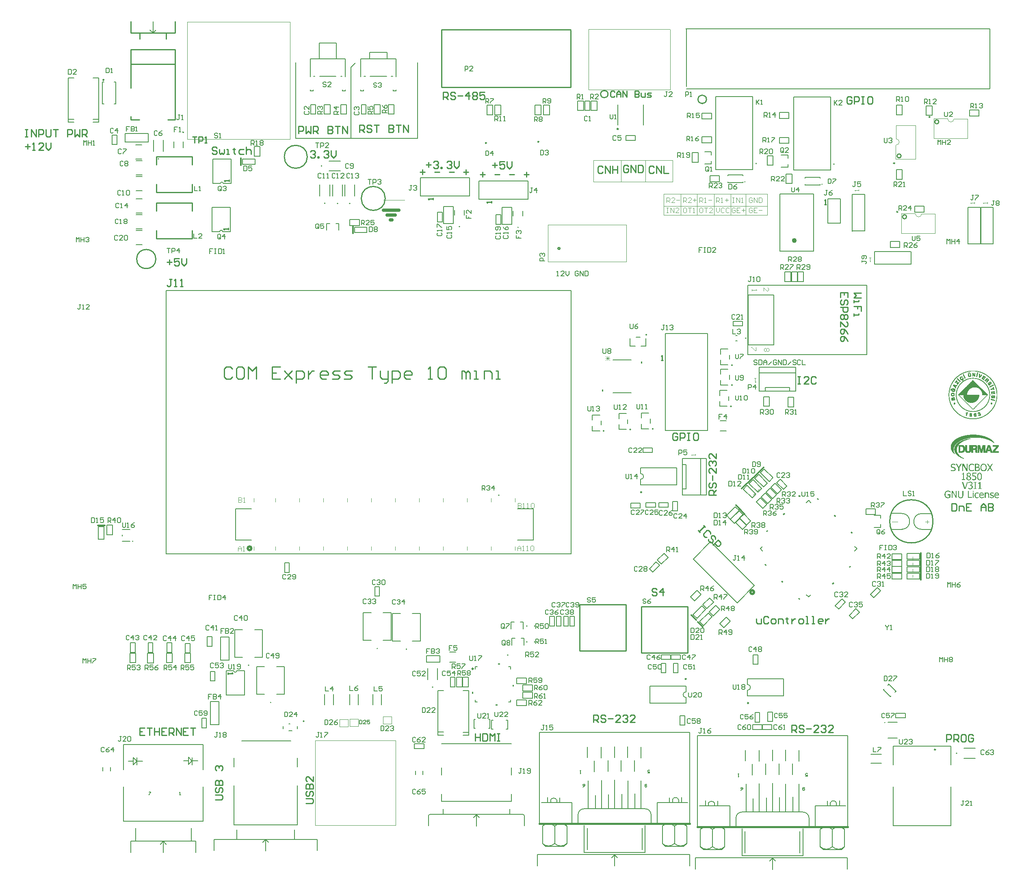
<source format=gto>
G04 Layer_Color=65535*
%FSLAX44Y44*%
%MOMM*%
G71*
G01*
G75*
%ADD11C,0.2540*%
%ADD83C,0.2500*%
%ADD84C,0.3048*%
%ADD85C,0.6350*%
%ADD86C,0.5080*%
%ADD196C,0.2000*%
%ADD198C,0.1524*%
%ADD208C,0.2032*%
%ADD209C,0.1000*%
%ADD210C,0.1016*%
%ADD211C,0.0091*%
%ADD212C,0.0000*%
%ADD213C,0.0254*%
%ADD214C,0.1500*%
%ADD215C,0.4000*%
%ADD216C,0.0762*%
G36*
X2000876Y673157D02*
X1998724D01*
X1993541Y688221D01*
X1995670D01*
X1999858Y675656D01*
X2004046Y688221D01*
X2006082D01*
X2000876Y673157D01*
D02*
G37*
G36*
X2008061Y707269D02*
X2008223D01*
X2008431Y707246D01*
X2008894Y707153D01*
X2009403Y707038D01*
X2009958Y706830D01*
X2010490Y706575D01*
X2010768Y706390D01*
X2010999Y706205D01*
X2011022Y706182D01*
X2011046Y706159D01*
X2011115Y706089D01*
X2011184Y706020D01*
X2011393Y705765D01*
X2011624Y705464D01*
X2011855Y705048D01*
X2012064Y704585D01*
X2012203Y704053D01*
X2012226Y703752D01*
X2012249Y703451D01*
Y703405D01*
Y703266D01*
X2012226Y703081D01*
X2012179Y702826D01*
X2012110Y702502D01*
X2011994Y702178D01*
X2011855Y701808D01*
X2011647Y701438D01*
X2011624Y701392D01*
X2011532Y701276D01*
X2011393Y701091D01*
X2011208Y700883D01*
X2010976Y700628D01*
X2010675Y700374D01*
X2010328Y700142D01*
X2009935Y699911D01*
Y699841D01*
X2009958D01*
X2010004Y699818D01*
X2010051Y699772D01*
X2010143Y699726D01*
X2010398Y699587D01*
X2010675Y699425D01*
X2010999Y699193D01*
X2011323Y698939D01*
X2011647Y698661D01*
X2011925Y698337D01*
X2011948Y698291D01*
X2012041Y698175D01*
X2012156Y697990D01*
X2012272Y697736D01*
X2012411Y697412D01*
X2012503Y697018D01*
X2012596Y696579D01*
X2012619Y696093D01*
Y696070D01*
Y696000D01*
Y695908D01*
X2012596Y695769D01*
X2012573Y695607D01*
X2012550Y695422D01*
X2012434Y694959D01*
X2012272Y694450D01*
X2012156Y694172D01*
X2012017Y693918D01*
X2011855Y693640D01*
X2011670Y693362D01*
X2011462Y693108D01*
X2011208Y692853D01*
X2011184Y692830D01*
X2011138Y692807D01*
X2011069Y692738D01*
X2010953Y692645D01*
X2010814Y692552D01*
X2010652Y692437D01*
X2010467Y692321D01*
X2010236Y692205D01*
X2010004Y692090D01*
X2009727Y691974D01*
X2009148Y691766D01*
X2008454Y691604D01*
X2008107Y691581D01*
X2007713Y691557D01*
X2007528D01*
X2007297Y691581D01*
X2007043Y691604D01*
X2006718Y691627D01*
X2006371Y691696D01*
X2006001Y691766D01*
X2005654Y691881D01*
X2005608Y691905D01*
X2005492Y691951D01*
X2005330Y692020D01*
X2005122Y692113D01*
X2004867Y692252D01*
X2004590Y692414D01*
X2004335Y692622D01*
X2004081Y692830D01*
X2004057Y692853D01*
X2003988Y692946D01*
X2003872Y693062D01*
X2003734Y693247D01*
X2003572Y693455D01*
X2003410Y693709D01*
X2003271Y693987D01*
X2003132Y694288D01*
X2003109Y694334D01*
X2003086Y694427D01*
X2003039Y694612D01*
X2002970Y694820D01*
X2002901Y695075D01*
X2002854Y695376D01*
X2002831Y695699D01*
X2002808Y696047D01*
Y696070D01*
Y696093D01*
Y696162D01*
Y696255D01*
X2002854Y696486D01*
X2002901Y696787D01*
X2002970Y697134D01*
X2003086Y697504D01*
X2003248Y697898D01*
X2003456Y698291D01*
Y698314D01*
X2003479Y698337D01*
X2003572Y698453D01*
X2003734Y698638D01*
X2003942Y698869D01*
X2004196Y699147D01*
X2004520Y699425D01*
X2004914Y699679D01*
X2005353Y699934D01*
Y699980D01*
X2005330D01*
X2005307Y700003D01*
X2005168Y700096D01*
X2004983Y700235D01*
X2004729Y700397D01*
X2004474Y700605D01*
X2004196Y700860D01*
X2003942Y701114D01*
X2003710Y701392D01*
X2003687Y701438D01*
X2003618Y701531D01*
X2003548Y701693D01*
X2003456Y701924D01*
X2003340Y702202D01*
X2003271Y702526D01*
X2003201Y702896D01*
X2003178Y703312D01*
Y703335D01*
Y703382D01*
Y703474D01*
X2003201Y703590D01*
X2003224Y703752D01*
X2003248Y703914D01*
X2003340Y704307D01*
X2003479Y704770D01*
X2003710Y705233D01*
X2003872Y705464D01*
X2004034Y705719D01*
X2004220Y705950D01*
X2004451Y706159D01*
X2004474Y706182D01*
X2004520Y706205D01*
X2004590Y706274D01*
X2004682Y706344D01*
X2004821Y706413D01*
X2004960Y706529D01*
X2005145Y706621D01*
X2005353Y706737D01*
X2005816Y706945D01*
X2006371Y707107D01*
X2007019Y707246D01*
X2007343Y707269D01*
X2007713Y707292D01*
X2007922D01*
X2008061Y707269D01*
D02*
G37*
G36*
X2011913Y688522D02*
X2012191Y688499D01*
X2012492Y688452D01*
X2012793Y688406D01*
X2013093Y688336D01*
X2013140D01*
X2013232Y688290D01*
X2013371Y688244D01*
X2013556Y688175D01*
X2013764Y688082D01*
X2013996Y687966D01*
X2014459Y687689D01*
X2014482Y687665D01*
X2014574Y687596D01*
X2014690Y687504D01*
X2014829Y687365D01*
X2015014Y687179D01*
X2015176Y686994D01*
X2015338Y686763D01*
X2015477Y686508D01*
X2015500Y686485D01*
X2015523Y686393D01*
X2015592Y686231D01*
X2015662Y686046D01*
X2015708Y685814D01*
X2015778Y685537D01*
X2015801Y685236D01*
X2015824Y684889D01*
Y684866D01*
Y684842D01*
Y684773D01*
X2015801Y684680D01*
X2015778Y684449D01*
X2015731Y684148D01*
X2015616Y683801D01*
X2015477Y683431D01*
X2015269Y683061D01*
X2014991Y682691D01*
X2014945Y682644D01*
X2014852Y682552D01*
X2014667Y682390D01*
X2014435Y682205D01*
X2014158Y681996D01*
X2013811Y681811D01*
X2013441Y681626D01*
X2013024Y681510D01*
Y681372D01*
X2013047D01*
X2013117Y681348D01*
X2013209Y681325D01*
X2013325Y681302D01*
X2013487Y681256D01*
X2013649Y681186D01*
X2014042Y681048D01*
X2014065D01*
X2014135Y681001D01*
X2014250Y680955D01*
X2014389Y680886D01*
X2014713Y680677D01*
X2015060Y680400D01*
X2015083Y680377D01*
X2015130Y680330D01*
X2015222Y680215D01*
X2015338Y680099D01*
X2015454Y679937D01*
X2015569Y679729D01*
X2015708Y679520D01*
X2015824Y679266D01*
X2015847Y679243D01*
X2015870Y679150D01*
X2015916Y679011D01*
X2015986Y678803D01*
X2016032Y678572D01*
X2016078Y678271D01*
X2016102Y677947D01*
X2016125Y677600D01*
Y677553D01*
Y677438D01*
X2016102Y677230D01*
X2016078Y676975D01*
X2016032Y676697D01*
X2015963Y676373D01*
X2015870Y676049D01*
X2015755Y675725D01*
X2015731Y675679D01*
X2015685Y675587D01*
X2015616Y675425D01*
X2015500Y675217D01*
X2015361Y674985D01*
X2015199Y674731D01*
X2015014Y674476D01*
X2014783Y674221D01*
X2014760Y674198D01*
X2014667Y674106D01*
X2014528Y673990D01*
X2014343Y673828D01*
X2014088Y673666D01*
X2013834Y673481D01*
X2013510Y673319D01*
X2013186Y673180D01*
X2013140Y673157D01*
X2013024Y673134D01*
X2012839Y673064D01*
X2012584Y673018D01*
X2012260Y672949D01*
X2011913Y672879D01*
X2011520Y672856D01*
X2011080Y672833D01*
X2010895D01*
X2010664Y672856D01*
X2010363Y672879D01*
X2010039Y672903D01*
X2009646Y672949D01*
X2009229Y673018D01*
X2008813Y673111D01*
X2008790D01*
X2008766Y673134D01*
X2008627Y673157D01*
X2008419Y673203D01*
X2008165Y673296D01*
X2007864Y673388D01*
X2007563Y673481D01*
X2007262Y673620D01*
X2006962Y673759D01*
Y675888D01*
X2007100D01*
X2007124Y675864D01*
X2007216Y675795D01*
X2007355Y675702D01*
X2007540Y675587D01*
X2007794Y675448D01*
X2008072Y675309D01*
X2008419Y675147D01*
X2008790Y674985D01*
X2008813D01*
X2008836Y674962D01*
X2008975Y674916D01*
X2009183Y674846D01*
X2009460Y674777D01*
X2009785Y674707D01*
X2010155Y674638D01*
X2010548Y674592D01*
X2010941Y674569D01*
X2011173D01*
X2011335Y674592D01*
X2011520Y674615D01*
X2011728Y674638D01*
X2012191Y674754D01*
X2012214D01*
X2012307Y674800D01*
X2012422Y674846D01*
X2012561Y674916D01*
X2012885Y675124D01*
X2013232Y675402D01*
X2013255Y675425D01*
X2013302Y675471D01*
X2013371Y675564D01*
X2013464Y675679D01*
X2013556Y675841D01*
X2013649Y676003D01*
X2013834Y676373D01*
Y676397D01*
X2013880Y676466D01*
X2013903Y676605D01*
X2013950Y676767D01*
X2013996Y676952D01*
X2014019Y677183D01*
X2014065Y677461D01*
Y677762D01*
Y677808D01*
Y677901D01*
X2014042Y678039D01*
Y678225D01*
X2013996Y678456D01*
X2013950Y678664D01*
X2013903Y678896D01*
X2013811Y679104D01*
Y679127D01*
X2013764Y679196D01*
X2013718Y679289D01*
X2013649Y679405D01*
X2013441Y679682D01*
X2013163Y679937D01*
X2013140Y679960D01*
X2013093Y679983D01*
X2013001Y680030D01*
X2012862Y680099D01*
X2012723Y680168D01*
X2012538Y680238D01*
X2012145Y680353D01*
X2012122D01*
X2012052Y680377D01*
X2011936Y680400D01*
X2011774Y680423D01*
X2011589Y680446D01*
X2011381Y680469D01*
X2010895Y680492D01*
X2010039D01*
Y682158D01*
X2010918D01*
X2011173Y682205D01*
X2011474Y682251D01*
X2011821Y682320D01*
X2012191Y682436D01*
X2012561Y682598D01*
X2012908Y682806D01*
X2012955Y682829D01*
X2013047Y682922D01*
X2013186Y683084D01*
X2013348Y683292D01*
X2013487Y683547D01*
X2013626Y683871D01*
X2013718Y684241D01*
X2013764Y684680D01*
Y684704D01*
Y684773D01*
Y684889D01*
X2013741Y685028D01*
X2013672Y685351D01*
X2013533Y685676D01*
Y685699D01*
X2013487Y685745D01*
X2013441Y685814D01*
X2013371Y685907D01*
X2013186Y686115D01*
X2012955Y686323D01*
X2012932Y686347D01*
X2012885Y686370D01*
X2012816Y686416D01*
X2012723Y686485D01*
X2012446Y686601D01*
X2012122Y686694D01*
X2012098D01*
X2012052Y686717D01*
X2011936Y686740D01*
X2011821Y686763D01*
X2011682D01*
X2011497Y686786D01*
X2011127Y686809D01*
X2010918D01*
X2010803Y686786D01*
X2010618D01*
X2010455Y686763D01*
X2010039Y686671D01*
X2010016D01*
X2009946Y686647D01*
X2009854Y686624D01*
X2009715Y686578D01*
X2009553Y686532D01*
X2009368Y686462D01*
X2008975Y686323D01*
X2008952D01*
X2008905Y686277D01*
X2008813Y686254D01*
X2008697Y686184D01*
X2008419Y686046D01*
X2008118Y685884D01*
X2008095D01*
X2008072Y685861D01*
X2007910Y685768D01*
X2007702Y685629D01*
X2007494Y685490D01*
X2007378D01*
Y687596D01*
X2007401Y687619D01*
X2007494Y687665D01*
X2007632Y687735D01*
X2007841Y687827D01*
X2008095Y687920D01*
X2008396Y688036D01*
X2008743Y688128D01*
X2009137Y688244D01*
X2009160D01*
X2009183Y688267D01*
X2009322Y688290D01*
X2009553Y688336D01*
X2009831Y688406D01*
X2010178Y688452D01*
X2010525Y688499D01*
X2010918Y688522D01*
X2011312Y688545D01*
X2011682D01*
X2011913Y688522D01*
D02*
G37*
G36*
X2024108Y686694D02*
X2022187D01*
Y674684D01*
X2024108D01*
Y673157D01*
X2018253D01*
Y674684D01*
X2020174D01*
Y686694D01*
X2018253D01*
Y688221D01*
X2024108D01*
Y686694D01*
D02*
G37*
G36*
X2031998Y674684D02*
X2034659D01*
Y673157D01*
X2027324D01*
Y674684D01*
X2030055D01*
Y684796D01*
X2027324D01*
Y686161D01*
X2027579D01*
X2027856Y686184D01*
X2028180Y686208D01*
X2028551Y686277D01*
X2028921Y686347D01*
X2029291Y686462D01*
X2029592Y686601D01*
X2029615Y686624D01*
X2029707Y686694D01*
X2029823Y686809D01*
X2029985Y686971D01*
X2030124Y687203D01*
X2030263Y687480D01*
X2030355Y687851D01*
X2030425Y688267D01*
X2031998D01*
Y674684D01*
D02*
G37*
G36*
X2039102Y725993D02*
X2039264D01*
X2039634Y725947D01*
X2040051Y725878D01*
X2040514Y725785D01*
X2041000Y725647D01*
X2041462Y725461D01*
X2041485D01*
X2041509Y725438D01*
X2041578Y725415D01*
X2041671Y725369D01*
X2041902Y725253D01*
X2042203Y725068D01*
X2042527Y724860D01*
X2042874Y724605D01*
X2043221Y724304D01*
X2043545Y723957D01*
X2043591Y723911D01*
X2043684Y723772D01*
X2043846Y723564D01*
X2044031Y723286D01*
X2044239Y722916D01*
X2044471Y722499D01*
X2044702Y722014D01*
X2044887Y721481D01*
Y721458D01*
X2044910Y721412D01*
X2044933Y721342D01*
X2044956Y721227D01*
X2045003Y721088D01*
X2045049Y720926D01*
X2045095Y720741D01*
X2045141Y720509D01*
X2045211Y720024D01*
X2045303Y719468D01*
X2045350Y718820D01*
X2045373Y718149D01*
Y718126D01*
Y718080D01*
Y717964D01*
Y717849D01*
X2045350Y717686D01*
Y717501D01*
X2045327Y717293D01*
X2045303Y717062D01*
X2045257Y716529D01*
X2045165Y715974D01*
X2045049Y715419D01*
X2044887Y714840D01*
Y714817D01*
X2044864Y714771D01*
X2044841Y714702D01*
X2044794Y714586D01*
X2044748Y714470D01*
X2044702Y714308D01*
X2044540Y713984D01*
X2044355Y713591D01*
X2044123Y713151D01*
X2043846Y712735D01*
X2043545Y712341D01*
X2043499Y712295D01*
X2043383Y712179D01*
X2043198Y711994D01*
X2042943Y711763D01*
X2042619Y711508D01*
X2042272Y711254D01*
X2041856Y710999D01*
X2041416Y710791D01*
X2041393D01*
X2041370Y710768D01*
X2041300Y710745D01*
X2041208Y710722D01*
X2040953Y710629D01*
X2040629Y710560D01*
X2040213Y710467D01*
X2039750Y710374D01*
X2039241Y710328D01*
X2038709Y710305D01*
X2038454D01*
X2038315Y710328D01*
X2038153D01*
X2037783Y710374D01*
X2037367Y710421D01*
X2036904Y710513D01*
X2036418Y710652D01*
X2035955Y710814D01*
X2035932D01*
X2035909Y710837D01*
X2035840Y710860D01*
X2035747Y710907D01*
X2035515Y711022D01*
X2035238Y711208D01*
X2034914Y711416D01*
X2034544Y711670D01*
X2034197Y711994D01*
X2033849Y712341D01*
Y712364D01*
X2033803Y712388D01*
X2033711Y712526D01*
X2033549Y712735D01*
X2033363Y713036D01*
X2033155Y713383D01*
X2032924Y713822D01*
X2032716Y714285D01*
X2032531Y714817D01*
Y714840D01*
X2032507Y714887D01*
X2032484Y714956D01*
X2032461Y715072D01*
X2032415Y715211D01*
X2032392Y715396D01*
X2032345Y715581D01*
X2032299Y715789D01*
X2032207Y716275D01*
X2032137Y716853D01*
X2032091Y717478D01*
X2032068Y718149D01*
Y718172D01*
Y718242D01*
Y718334D01*
Y718473D01*
X2032091Y718635D01*
Y718820D01*
X2032114Y719052D01*
X2032137Y719283D01*
X2032183Y719792D01*
X2032253Y720348D01*
X2032369Y720926D01*
X2032531Y721481D01*
Y721505D01*
X2032554Y721551D01*
X2032577Y721620D01*
X2032623Y721713D01*
X2032716Y721990D01*
X2032878Y722337D01*
X2033063Y722708D01*
X2033294Y723124D01*
X2033572Y723564D01*
X2033873Y723957D01*
Y723980D01*
X2033919Y724004D01*
X2034035Y724119D01*
X2034220Y724304D01*
X2034451Y724513D01*
X2034752Y724767D01*
X2035122Y725022D01*
X2035515Y725276D01*
X2035955Y725484D01*
X2035978D01*
X2036001Y725508D01*
X2036071Y725531D01*
X2036163Y725577D01*
X2036279Y725600D01*
X2036418Y725647D01*
X2036765Y725762D01*
X2037158Y725855D01*
X2037644Y725924D01*
X2038153Y725993D01*
X2038709Y726017D01*
X2038963D01*
X2039102Y725993D01*
D02*
G37*
G36*
X2025612Y725670D02*
X2026005D01*
X2026399Y725647D01*
X2026769Y725623D01*
X2027093Y725577D01*
X2027139D01*
X2027232Y725554D01*
X2027394Y725531D01*
X2027602Y725461D01*
X2027833Y725392D01*
X2028088Y725322D01*
X2028365Y725207D01*
X2028643Y725068D01*
X2028689Y725045D01*
X2028782Y724998D01*
X2028921Y724883D01*
X2029106Y724767D01*
X2029291Y724605D01*
X2029476Y724397D01*
X2029661Y724189D01*
X2029823Y723934D01*
X2029846Y723911D01*
X2029893Y723818D01*
X2029939Y723656D01*
X2030031Y723471D01*
X2030101Y723217D01*
X2030147Y722939D01*
X2030193Y722615D01*
X2030217Y722268D01*
Y722222D01*
Y722083D01*
X2030193Y721898D01*
X2030147Y721643D01*
X2030078Y721342D01*
X2029962Y721019D01*
X2029823Y720695D01*
X2029638Y720371D01*
X2029615Y720324D01*
X2029545Y720232D01*
X2029407Y720093D01*
X2029245Y719885D01*
X2029013Y719677D01*
X2028759Y719468D01*
X2028458Y719260D01*
X2028111Y719052D01*
Y718982D01*
X2028134D01*
X2028180Y718959D01*
X2028250Y718936D01*
X2028342Y718913D01*
X2028574Y718820D01*
X2028875Y718681D01*
X2029198Y718496D01*
X2029545Y718265D01*
X2029893Y717987D01*
X2030193Y717640D01*
X2030217Y717594D01*
X2030309Y717478D01*
X2030425Y717270D01*
X2030564Y716992D01*
X2030703Y716645D01*
X2030818Y716229D01*
X2030911Y715766D01*
X2030934Y715234D01*
Y715211D01*
Y715187D01*
Y715049D01*
X2030911Y714840D01*
X2030888Y714563D01*
X2030818Y714262D01*
X2030749Y713938D01*
X2030633Y713591D01*
X2030494Y713244D01*
X2030471Y713197D01*
X2030425Y713105D01*
X2030332Y712943D01*
X2030193Y712758D01*
X2030031Y712526D01*
X2029846Y712295D01*
X2029615Y712064D01*
X2029360Y711832D01*
X2029314Y711809D01*
X2029222Y711717D01*
X2029037Y711624D01*
X2028805Y711485D01*
X2028527Y711323D01*
X2028227Y711161D01*
X2027879Y711022D01*
X2027532Y710907D01*
X2027486D01*
X2027347Y710860D01*
X2027139Y710814D01*
X2026861Y710768D01*
X2026491Y710722D01*
X2026075Y710675D01*
X2025589Y710652D01*
X2025033Y710629D01*
X2020729D01*
Y725693D01*
X2025265D01*
X2025612Y725670D01*
D02*
G37*
G36*
X2023518Y705210D02*
X2017201D01*
Y701183D01*
X2017270D01*
X2017339Y701207D01*
X2017409D01*
X2017640Y701230D01*
X2017895Y701253D01*
X2018034D01*
X2018126Y701276D01*
X2018959D01*
X2019237Y701253D01*
X2019538Y701230D01*
X2019862Y701183D01*
X2020186Y701137D01*
X2020510Y701068D01*
X2020556D01*
X2020648Y701021D01*
X2020810Y700975D01*
X2021019Y700906D01*
X2021250Y700813D01*
X2021505Y700674D01*
X2021782Y700512D01*
X2022060Y700327D01*
X2022083Y700304D01*
X2022176Y700235D01*
X2022314Y700096D01*
X2022476Y699934D01*
X2022662Y699726D01*
X2022847Y699471D01*
X2023032Y699193D01*
X2023194Y698893D01*
X2023217Y698846D01*
X2023263Y698731D01*
X2023333Y698569D01*
X2023402Y698314D01*
X2023471Y697990D01*
X2023541Y697620D01*
X2023587Y697180D01*
X2023610Y696694D01*
Y696671D01*
Y696648D01*
Y696509D01*
X2023587Y696301D01*
X2023564Y696023D01*
X2023518Y695699D01*
X2023448Y695376D01*
X2023356Y695005D01*
X2023240Y694658D01*
X2023217Y694612D01*
X2023171Y694496D01*
X2023101Y694334D01*
X2022986Y694103D01*
X2022847Y693848D01*
X2022685Y693594D01*
X2022500Y693316D01*
X2022268Y693038D01*
X2022245Y693015D01*
X2022153Y692923D01*
X2022014Y692807D01*
X2021828Y692645D01*
X2021620Y692483D01*
X2021343Y692298D01*
X2021042Y692136D01*
X2020695Y691974D01*
X2020648Y691951D01*
X2020533Y691905D01*
X2020325Y691858D01*
X2020070Y691789D01*
X2019769Y691696D01*
X2019399Y691650D01*
X2019005Y691604D01*
X2018566Y691581D01*
X2018381D01*
X2018172Y691604D01*
X2017895D01*
X2017571Y691627D01*
X2017201Y691673D01*
X2016437Y691812D01*
X2016391D01*
X2016252Y691858D01*
X2016067Y691905D01*
X2015812Y691974D01*
X2015535Y692067D01*
X2015234Y692182D01*
X2014933Y692298D01*
X2014632Y692437D01*
Y694566D01*
X2014771D01*
X2014817Y694542D01*
X2014933Y694450D01*
X2015141Y694311D01*
X2015419Y694149D01*
X2015442D01*
X2015488Y694126D01*
X2015581Y694080D01*
X2015697Y694033D01*
X2015859Y693964D01*
X2016021Y693895D01*
X2016391Y693756D01*
X2016414D01*
X2016483Y693733D01*
X2016599Y693686D01*
X2016761Y693640D01*
X2017108Y693524D01*
X2017478Y693432D01*
X2017502D01*
X2017571Y693409D01*
X2017664Y693385D01*
X2017802D01*
X2017964Y693362D01*
X2018172Y693339D01*
X2018589Y693316D01*
X2018705D01*
X2018820Y693339D01*
X2018982D01*
X2019144Y693362D01*
X2019353Y693409D01*
X2019769Y693524D01*
X2019792D01*
X2019862Y693571D01*
X2019977Y693617D01*
X2020116Y693686D01*
X2020278Y693802D01*
X2020440Y693918D01*
X2020602Y694056D01*
X2020764Y694242D01*
X2020787Y694265D01*
X2020834Y694311D01*
X2020903Y694404D01*
X2020972Y694542D01*
X2021065Y694681D01*
X2021158Y694866D01*
X2021343Y695283D01*
Y695306D01*
X2021366Y695399D01*
X2021412Y695514D01*
X2021458Y695676D01*
X2021481Y695885D01*
X2021528Y696139D01*
X2021551Y696394D01*
Y696694D01*
Y696741D01*
Y696833D01*
Y696972D01*
X2021528Y697157D01*
X2021505Y697365D01*
X2021458Y697597D01*
X2021389Y697805D01*
X2021319Y698013D01*
Y698036D01*
X2021273Y698106D01*
X2021227Y698198D01*
X2021158Y698314D01*
X2020972Y698592D01*
X2020695Y698869D01*
X2020672Y698893D01*
X2020625Y698939D01*
X2020533Y699008D01*
X2020394Y699078D01*
X2020232Y699170D01*
X2020047Y699263D01*
X2019839Y699355D01*
X2019607Y699425D01*
X2019584D01*
X2019491Y699448D01*
X2019376Y699471D01*
X2019191Y699517D01*
X2019005Y699541D01*
X2018751Y699564D01*
X2018497Y699587D01*
X2017918D01*
X2017710Y699564D01*
X2017455D01*
X2017177Y699541D01*
X2016576Y699448D01*
X2016530D01*
X2016437Y699425D01*
X2016298Y699402D01*
X2016090Y699379D01*
X2015674Y699286D01*
X2015465Y699263D01*
X2015257Y699217D01*
Y706968D01*
X2023518D01*
Y705210D01*
D02*
G37*
G36*
X2030575Y707269D02*
X2030760D01*
X2030945Y707223D01*
X2031200Y707200D01*
X2031454Y707130D01*
X2031732Y707038D01*
X2032010Y706945D01*
X2032311Y706806D01*
X2032612Y706644D01*
X2032912Y706459D01*
X2033213Y706228D01*
X2033491Y705973D01*
X2033745Y705673D01*
X2033977Y705325D01*
X2034000Y705302D01*
X2034023Y705233D01*
X2034092Y705117D01*
X2034162Y704955D01*
X2034254Y704747D01*
X2034347Y704492D01*
X2034463Y704192D01*
X2034578Y703845D01*
X2034671Y703451D01*
X2034787Y703011D01*
X2034879Y702549D01*
X2034972Y702017D01*
X2035041Y701438D01*
X2035111Y700813D01*
X2035134Y700142D01*
X2035157Y699425D01*
Y699379D01*
Y699240D01*
Y699032D01*
X2035134Y698754D01*
X2035111Y698430D01*
X2035087Y698036D01*
X2035064Y697620D01*
X2035018Y697157D01*
X2034879Y696185D01*
X2034671Y695213D01*
X2034532Y694728D01*
X2034370Y694288D01*
X2034185Y693848D01*
X2033977Y693478D01*
X2033954Y693455D01*
X2033931Y693409D01*
X2033861Y693293D01*
X2033745Y693177D01*
X2033630Y693038D01*
X2033468Y692876D01*
X2033282Y692714D01*
X2033074Y692529D01*
X2032843Y692344D01*
X2032565Y692182D01*
X2032264Y692020D01*
X2031940Y691881D01*
X2031593Y691766D01*
X2031200Y691673D01*
X2030784Y691604D01*
X2030344Y691581D01*
X2030228D01*
X2030112Y691604D01*
X2029927D01*
X2029719Y691650D01*
X2029488Y691673D01*
X2029233Y691743D01*
X2028956Y691812D01*
X2028655Y691928D01*
X2028354Y692043D01*
X2028053Y692205D01*
X2027752Y692391D01*
X2027451Y692622D01*
X2027174Y692876D01*
X2026919Y693154D01*
X2026688Y693501D01*
X2026665Y693524D01*
X2026642Y693594D01*
X2026572Y693709D01*
X2026503Y693871D01*
X2026410Y694080D01*
X2026318Y694334D01*
X2026225Y694635D01*
X2026109Y694982D01*
X2025994Y695352D01*
X2025901Y695792D01*
X2025809Y696278D01*
X2025716Y696810D01*
X2025647Y697412D01*
X2025577Y698036D01*
X2025554Y698708D01*
X2025531Y699425D01*
Y699448D01*
Y699471D01*
Y699610D01*
Y699818D01*
X2025554Y700096D01*
X2025577Y700420D01*
X2025600Y700813D01*
X2025623Y701230D01*
X2025670Y701693D01*
X2025809Y702664D01*
X2026017Y703659D01*
X2026156Y704145D01*
X2026318Y704585D01*
X2026480Y705025D01*
X2026688Y705395D01*
X2026711Y705418D01*
X2026734Y705487D01*
X2026803Y705580D01*
X2026919Y705696D01*
X2027035Y705835D01*
X2027197Y705996D01*
X2027382Y706159D01*
X2027590Y706344D01*
X2027822Y706529D01*
X2028099Y706691D01*
X2028400Y706853D01*
X2028724Y706992D01*
X2029094Y707107D01*
X2029488Y707223D01*
X2029904Y707269D01*
X2030344Y707292D01*
X2030459D01*
X2030575Y707269D01*
D02*
G37*
G36*
X1997717Y693432D02*
X2000378D01*
Y691905D01*
X1993043D01*
Y693432D01*
X1995774D01*
Y703544D01*
X1993043D01*
Y704909D01*
X1993298D01*
X1993575Y704932D01*
X1993899Y704955D01*
X1994270Y705025D01*
X1994640Y705094D01*
X1995010Y705210D01*
X1995311Y705349D01*
X1995334Y705372D01*
X1995426Y705441D01*
X1995542Y705557D01*
X1995704Y705719D01*
X1995843Y705950D01*
X1995982Y706228D01*
X1996074Y706598D01*
X1996144Y707015D01*
X1997717D01*
Y693432D01*
D02*
G37*
G36*
X2018068Y667668D02*
X2015893D01*
Y669635D01*
X2018068D01*
Y667668D01*
D02*
G37*
G36*
X2017906Y654479D02*
X2016009D01*
Y665771D01*
X2017906D01*
Y654479D01*
D02*
G37*
G36*
X1996479Y660125D02*
Y660102D01*
Y660055D01*
Y659963D01*
Y659870D01*
Y659732D01*
X1996456Y659570D01*
X1996433Y659199D01*
X1996410Y658783D01*
X1996340Y658320D01*
X1996271Y657857D01*
X1996155Y657418D01*
Y657394D01*
X1996132Y657371D01*
X1996086Y657233D01*
X1996017Y657024D01*
X1995901Y656770D01*
X1995739Y656469D01*
X1995531Y656145D01*
X1995299Y655821D01*
X1995022Y655520D01*
X1994998Y655497D01*
X1994906Y655405D01*
X1994744Y655289D01*
X1994536Y655127D01*
X1994304Y654965D01*
X1994027Y654780D01*
X1993703Y654618D01*
X1993356Y654479D01*
X1993309Y654456D01*
X1993194Y654433D01*
X1992985Y654386D01*
X1992708Y654317D01*
X1992361Y654248D01*
X1991967Y654201D01*
X1991528Y654178D01*
X1991018Y654155D01*
X1990787D01*
X1990533Y654178D01*
X1990232Y654201D01*
X1989861Y654248D01*
X1989468Y654294D01*
X1989075Y654386D01*
X1988681Y654502D01*
X1988635Y654525D01*
X1988519Y654572D01*
X1988334Y654641D01*
X1988103Y654757D01*
X1987848Y654895D01*
X1987571Y655081D01*
X1987293Y655289D01*
X1987015Y655520D01*
X1986992Y655566D01*
X1986877Y655659D01*
X1986738Y655844D01*
X1986576Y656052D01*
X1986391Y656330D01*
X1986205Y656654D01*
X1986020Y657024D01*
X1985882Y657418D01*
Y657441D01*
X1985858Y657464D01*
Y657533D01*
X1985835Y657626D01*
X1985789Y657857D01*
X1985743Y658181D01*
X1985673Y658575D01*
X1985627Y659037D01*
X1985604Y659547D01*
X1985581Y660125D01*
Y669543D01*
X1987594D01*
Y660148D01*
Y660102D01*
Y659986D01*
Y659778D01*
X1987617Y659547D01*
Y659269D01*
X1987640Y658968D01*
X1987663Y658667D01*
X1987710Y658390D01*
Y658366D01*
X1987733Y658274D01*
X1987779Y658135D01*
X1987825Y657973D01*
X1987895Y657765D01*
X1987987Y657557D01*
X1988219Y657117D01*
X1988242Y657094D01*
X1988288Y657024D01*
X1988381Y656909D01*
X1988519Y656770D01*
X1988681Y656631D01*
X1988866Y656469D01*
X1989075Y656330D01*
X1989329Y656191D01*
X1989352Y656168D01*
X1989445Y656145D01*
X1989607Y656099D01*
X1989792Y656052D01*
X1990047Y655983D01*
X1990324Y655937D01*
X1990671Y655914D01*
X1991018Y655890D01*
X1991180D01*
X1991342Y655914D01*
X1991574Y655937D01*
X1991828Y655960D01*
X1992106Y656029D01*
X1992384Y656099D01*
X1992661Y656191D01*
X1992684Y656214D01*
X1992777Y656261D01*
X1992916Y656330D01*
X1993078Y656423D01*
X1993263Y656562D01*
X1993471Y656723D01*
X1993656Y656909D01*
X1993818Y657117D01*
X1993842Y657140D01*
X1993888Y657209D01*
X1993934Y657348D01*
X1994027Y657487D01*
X1994096Y657672D01*
X1994189Y657904D01*
X1994327Y658390D01*
Y658413D01*
X1994350Y658505D01*
X1994374Y658667D01*
X1994397Y658875D01*
X1994420Y659107D01*
X1994443Y659408D01*
X1994466Y659732D01*
Y660102D01*
Y669543D01*
X1996479D01*
Y660125D01*
D02*
G37*
G36*
X2007841Y656261D02*
X2014551D01*
Y654479D01*
X2005828D01*
Y669543D01*
X2007841D01*
Y656261D01*
D02*
G37*
G36*
X2035076Y666072D02*
X2035330Y666049D01*
X2035608Y666025D01*
X2035932Y665956D01*
X2036256Y665887D01*
X2036557Y665771D01*
X2036603Y665748D01*
X2036696Y665725D01*
X2036835Y665632D01*
X2037043Y665540D01*
X2037251Y665401D01*
X2037505Y665239D01*
X2037737Y665054D01*
X2037968Y664822D01*
X2037991Y664799D01*
X2038061Y664706D01*
X2038177Y664568D01*
X2038315Y664383D01*
X2038477Y664151D01*
X2038639Y663897D01*
X2038778Y663573D01*
X2038917Y663249D01*
X2038940Y663203D01*
X2038963Y663087D01*
X2039010Y662878D01*
X2039079Y662624D01*
X2039148Y662277D01*
X2039195Y661883D01*
X2039218Y661444D01*
X2039241Y660958D01*
Y659940D01*
X2031397D01*
Y659917D01*
Y659847D01*
Y659755D01*
X2031420Y659616D01*
Y659454D01*
X2031443Y659246D01*
X2031512Y658806D01*
X2031628Y658320D01*
X2031813Y657811D01*
X2032045Y657348D01*
X2032369Y656909D01*
X2032392D01*
X2032415Y656862D01*
X2032554Y656747D01*
X2032785Y656585D01*
X2033086Y656400D01*
X2033479Y656214D01*
X2033942Y656052D01*
X2034497Y655937D01*
X2034798Y655914D01*
X2035122Y655890D01*
X2035354D01*
X2035515Y655914D01*
X2035701D01*
X2035909Y655960D01*
X2036349Y656029D01*
X2036372D01*
X2036464Y656052D01*
X2036580Y656076D01*
X2036719Y656122D01*
X2037089Y656237D01*
X2037459Y656376D01*
X2037482D01*
X2037552Y656423D01*
X2037644Y656469D01*
X2037760Y656515D01*
X2038038Y656654D01*
X2038315Y656816D01*
X2038338D01*
X2038385Y656862D01*
X2038524Y656955D01*
X2038732Y657094D01*
X2038917Y657256D01*
X2039033D01*
Y655173D01*
X2039010D01*
X2038963Y655150D01*
X2038894Y655127D01*
X2038801Y655081D01*
X2038663Y655034D01*
X2038524Y654965D01*
X2038177Y654826D01*
X2038153D01*
X2038084Y654803D01*
X2037991Y654757D01*
X2037876Y654710D01*
X2037598Y654618D01*
X2037297Y654525D01*
X2037274D01*
X2037205Y654502D01*
X2037089Y654479D01*
X2036973Y654456D01*
X2036626Y654386D01*
X2036279Y654317D01*
X2036256D01*
X2036210Y654294D01*
X2036094D01*
X2035978Y654271D01*
X2035816Y654248D01*
X2035608D01*
X2035400Y654224D01*
X2034891D01*
X2034706Y654248D01*
X2034474Y654271D01*
X2034220Y654294D01*
X2033919Y654340D01*
X2033618Y654409D01*
X2032947Y654595D01*
X2032600Y654710D01*
X2032253Y654849D01*
X2031906Y655034D01*
X2031559Y655242D01*
X2031258Y655474D01*
X2030957Y655729D01*
X2030934Y655752D01*
X2030888Y655798D01*
X2030818Y655890D01*
X2030726Y656006D01*
X2030610Y656168D01*
X2030494Y656353D01*
X2030355Y656585D01*
X2030217Y656839D01*
X2030078Y657140D01*
X2029939Y657464D01*
X2029823Y657811D01*
X2029707Y658204D01*
X2029615Y658621D01*
X2029545Y659061D01*
X2029499Y659547D01*
X2029476Y660055D01*
Y660079D01*
Y660171D01*
Y660310D01*
X2029499Y660518D01*
X2029522Y660750D01*
X2029545Y661004D01*
X2029592Y661305D01*
X2029661Y661629D01*
X2029823Y662346D01*
X2029939Y662717D01*
X2030078Y663064D01*
X2030240Y663434D01*
X2030448Y663781D01*
X2030656Y664128D01*
X2030911Y664452D01*
X2030934Y664475D01*
X2030980Y664521D01*
X2031073Y664614D01*
X2031165Y664706D01*
X2031327Y664822D01*
X2031489Y664961D01*
X2031698Y665123D01*
X2031929Y665285D01*
X2032183Y665424D01*
X2032484Y665586D01*
X2032785Y665725D01*
X2033132Y665840D01*
X2033479Y665933D01*
X2033873Y666025D01*
X2034289Y666072D01*
X2034706Y666095D01*
X2034891D01*
X2035076Y666072D01*
D02*
G37*
G36*
X2066754D02*
X2067008Y666049D01*
X2067286Y666025D01*
X2067610Y665956D01*
X2067934Y665887D01*
X2068235Y665771D01*
X2068281Y665748D01*
X2068374Y665725D01*
X2068512Y665632D01*
X2068721Y665540D01*
X2068929Y665401D01*
X2069183Y665239D01*
X2069415Y665054D01*
X2069646Y664822D01*
X2069669Y664799D01*
X2069739Y664706D01*
X2069854Y664568D01*
X2069993Y664383D01*
X2070155Y664151D01*
X2070317Y663897D01*
X2070456Y663573D01*
X2070595Y663249D01*
X2070618Y663203D01*
X2070641Y663087D01*
X2070687Y662878D01*
X2070757Y662624D01*
X2070826Y662277D01*
X2070872Y661883D01*
X2070896Y661444D01*
X2070919Y660958D01*
Y659940D01*
X2063074D01*
Y659917D01*
Y659847D01*
Y659755D01*
X2063098Y659616D01*
Y659454D01*
X2063121Y659246D01*
X2063190Y658806D01*
X2063306Y658320D01*
X2063491Y657811D01*
X2063722Y657348D01*
X2064046Y656909D01*
X2064070D01*
X2064093Y656862D01*
X2064232Y656747D01*
X2064463Y656585D01*
X2064764Y656400D01*
X2065157Y656214D01*
X2065620Y656052D01*
X2066175Y655937D01*
X2066476Y655914D01*
X2066800Y655890D01*
X2067031D01*
X2067193Y655914D01*
X2067379D01*
X2067587Y655960D01*
X2068026Y656029D01*
X2068049D01*
X2068142Y656052D01*
X2068258Y656076D01*
X2068397Y656122D01*
X2068767Y656237D01*
X2069137Y656376D01*
X2069160D01*
X2069230Y656423D01*
X2069322Y656469D01*
X2069438Y656515D01*
X2069716Y656654D01*
X2069993Y656816D01*
X2070016D01*
X2070063Y656862D01*
X2070202Y656955D01*
X2070410Y657094D01*
X2070595Y657256D01*
X2070710D01*
Y655173D01*
X2070687D01*
X2070641Y655150D01*
X2070572Y655127D01*
X2070479Y655081D01*
X2070340Y655034D01*
X2070202Y654965D01*
X2069854Y654826D01*
X2069831D01*
X2069762Y654803D01*
X2069669Y654757D01*
X2069554Y654710D01*
X2069276Y654618D01*
X2068975Y654525D01*
X2068952D01*
X2068882Y654502D01*
X2068767Y654479D01*
X2068651Y654456D01*
X2068304Y654386D01*
X2067957Y654317D01*
X2067934D01*
X2067888Y654294D01*
X2067772D01*
X2067656Y654271D01*
X2067494Y654248D01*
X2067286D01*
X2067078Y654224D01*
X2066569D01*
X2066384Y654248D01*
X2066152Y654271D01*
X2065898Y654294D01*
X2065597Y654340D01*
X2065296Y654409D01*
X2064625Y654595D01*
X2064278Y654710D01*
X2063931Y654849D01*
X2063584Y655034D01*
X2063237Y655242D01*
X2062936Y655474D01*
X2062635Y655729D01*
X2062612Y655752D01*
X2062565Y655798D01*
X2062496Y655890D01*
X2062404Y656006D01*
X2062288Y656168D01*
X2062172Y656353D01*
X2062033Y656585D01*
X2061894Y656839D01*
X2061756Y657140D01*
X2061617Y657464D01*
X2061501Y657811D01*
X2061385Y658204D01*
X2061293Y658621D01*
X2061223Y659061D01*
X2061177Y659547D01*
X2061154Y660055D01*
Y660079D01*
Y660171D01*
Y660310D01*
X2061177Y660518D01*
X2061200Y660750D01*
X2061223Y661004D01*
X2061270Y661305D01*
X2061339Y661629D01*
X2061501Y662346D01*
X2061617Y662717D01*
X2061756Y663064D01*
X2061918Y663434D01*
X2062126Y663781D01*
X2062334Y664128D01*
X2062589Y664452D01*
X2062612Y664475D01*
X2062658Y664521D01*
X2062751Y664614D01*
X2062843Y664706D01*
X2063005Y664822D01*
X2063167Y664961D01*
X2063375Y665123D01*
X2063607Y665285D01*
X2063861Y665424D01*
X2064162Y665586D01*
X2064463Y665725D01*
X2064810Y665840D01*
X2065157Y665933D01*
X2065551Y666025D01*
X2065967Y666072D01*
X2066384Y666095D01*
X2066569D01*
X2066754Y666072D01*
D02*
G37*
G36*
X2046761D02*
X2046900D01*
X2047062Y666049D01*
X2047432Y665956D01*
X2047849Y665817D01*
X2048289Y665632D01*
X2048705Y665354D01*
X2048913Y665169D01*
X2049098Y664984D01*
Y664961D01*
X2049145Y664938D01*
X2049191Y664868D01*
X2049237Y664776D01*
X2049330Y664660D01*
X2049399Y664521D01*
X2049492Y664360D01*
X2049584Y664174D01*
X2049654Y663966D01*
X2049746Y663735D01*
X2049839Y663480D01*
X2049908Y663179D01*
X2049955Y662878D01*
X2050001Y662555D01*
X2050047Y662184D01*
Y661814D01*
Y654479D01*
X2048150D01*
Y660912D01*
Y660958D01*
Y661050D01*
Y661189D01*
Y661375D01*
X2048127Y661606D01*
X2048103Y661837D01*
X2048057Y662346D01*
Y662370D01*
X2048034Y662462D01*
Y662578D01*
X2047988Y662740D01*
X2047918Y663110D01*
X2047849Y663272D01*
X2047779Y663434D01*
Y663457D01*
X2047733Y663503D01*
X2047687Y663596D01*
X2047617Y663688D01*
X2047409Y663897D01*
X2047132Y664082D01*
X2047108D01*
X2047062Y664105D01*
X2046969Y664151D01*
X2046831Y664197D01*
X2046669Y664221D01*
X2046484Y664267D01*
X2046252Y664290D01*
X2045882D01*
X2045720Y664267D01*
X2045535Y664244D01*
X2045327Y664197D01*
X2045072Y664128D01*
X2044794Y664035D01*
X2044517Y663897D01*
X2044494Y663874D01*
X2044401Y663827D01*
X2044239Y663758D01*
X2044054Y663642D01*
X2043846Y663503D01*
X2043591Y663318D01*
X2043337Y663133D01*
X2043059Y662902D01*
Y654479D01*
X2041161D01*
Y665771D01*
X2043059D01*
Y664521D01*
X2043105Y664545D01*
X2043198Y664637D01*
X2043360Y664776D01*
X2043591Y664961D01*
X2043823Y665146D01*
X2044123Y665331D01*
X2044424Y665516D01*
X2044725Y665678D01*
X2044771Y665702D01*
X2044864Y665748D01*
X2045049Y665817D01*
X2045257Y665887D01*
X2045512Y665956D01*
X2045813Y666025D01*
X2046136Y666072D01*
X2046484Y666095D01*
X2046646D01*
X2046761Y666072D01*
D02*
G37*
G36*
X1964894Y669797D02*
X1965125D01*
X1965380Y669774D01*
X1965889Y669705D01*
X1965912D01*
X1966005Y669681D01*
X1966144Y669658D01*
X1966306Y669635D01*
X1966514Y669589D01*
X1966745Y669520D01*
X1967208Y669404D01*
X1967231D01*
X1967301Y669381D01*
X1967393Y669334D01*
X1967532Y669288D01*
X1967717Y669219D01*
X1967902Y669149D01*
X1968342Y668964D01*
X1968365D01*
X1968457Y668918D01*
X1968550Y668872D01*
X1968712Y668825D01*
X1969036Y668663D01*
X1969360Y668524D01*
Y666118D01*
X1969175D01*
X1969152Y666141D01*
X1969105Y666164D01*
X1969036Y666234D01*
X1968943Y666326D01*
X1968689Y666511D01*
X1968411Y666720D01*
X1968388Y666743D01*
X1968342Y666766D01*
X1968249Y666835D01*
X1968134Y666905D01*
X1967972Y667020D01*
X1967763Y667113D01*
X1967532Y667252D01*
X1967277Y667368D01*
X1967254Y667391D01*
X1967162Y667414D01*
X1967046Y667483D01*
X1966884Y667553D01*
X1966676Y667622D01*
X1966444Y667715D01*
X1966167Y667807D01*
X1965889Y667877D01*
X1965843D01*
X1965750Y667900D01*
X1965588Y667946D01*
X1965380Y667992D01*
X1965125Y668016D01*
X1964848Y668062D01*
X1964524Y668085D01*
X1963992D01*
X1963830Y668062D01*
X1963645Y668039D01*
X1963436Y667992D01*
X1963205Y667946D01*
X1962950Y667877D01*
X1962673Y667784D01*
X1962395Y667691D01*
X1962094Y667553D01*
X1961793Y667391D01*
X1961516Y667206D01*
X1961215Y666974D01*
X1960937Y666743D01*
X1960683Y666442D01*
X1960660Y666419D01*
X1960636Y666373D01*
X1960567Y666280D01*
X1960474Y666141D01*
X1960382Y665979D01*
X1960266Y665771D01*
X1960150Y665540D01*
X1960035Y665285D01*
X1959896Y664984D01*
X1959780Y664660D01*
X1959665Y664290D01*
X1959572Y663897D01*
X1959479Y663480D01*
X1959410Y663040D01*
X1959387Y662578D01*
X1959364Y662069D01*
Y662046D01*
Y661999D01*
Y661930D01*
Y661814D01*
Y661675D01*
X1959387Y661536D01*
X1959410Y661166D01*
X1959456Y660750D01*
X1959503Y660310D01*
X1959595Y659847D01*
X1959711Y659408D01*
Y659385D01*
X1959734Y659361D01*
X1959780Y659222D01*
X1959850Y659014D01*
X1959965Y658737D01*
X1960104Y658436D01*
X1960289Y658112D01*
X1960498Y657788D01*
X1960729Y657487D01*
X1960752Y657464D01*
X1960845Y657348D01*
X1960983Y657209D01*
X1961169Y657047D01*
X1961400Y656839D01*
X1961655Y656654D01*
X1961955Y656446D01*
X1962279Y656284D01*
X1962326Y656261D01*
X1962441Y656214D01*
X1962626Y656168D01*
X1962881Y656099D01*
X1963182Y656006D01*
X1963529Y655960D01*
X1963922Y655914D01*
X1964339Y655890D01*
X1964639D01*
X1964871Y655914D01*
X1965102D01*
X1965403Y655937D01*
X1966005Y656006D01*
X1966051D01*
X1966144Y656029D01*
X1966306Y656052D01*
X1966514Y656099D01*
X1966722Y656145D01*
X1966977Y656191D01*
X1967208Y656284D01*
X1967439Y656353D01*
Y660264D01*
X1963969D01*
Y662046D01*
X1969429D01*
Y655451D01*
X1969406D01*
X1969360Y655428D01*
X1969267Y655381D01*
X1969152Y655335D01*
X1969013Y655266D01*
X1968828Y655173D01*
X1968620Y655081D01*
X1968388Y654988D01*
X1968365D01*
X1968272Y654942D01*
X1968157Y654895D01*
X1967995Y654849D01*
X1967810Y654780D01*
X1967625Y654710D01*
X1967185Y654595D01*
X1967162D01*
X1967069Y654572D01*
X1966930Y654525D01*
X1966745Y654479D01*
X1966537Y654433D01*
X1966329Y654363D01*
X1965866Y654271D01*
X1965843D01*
X1965750Y654248D01*
X1965634Y654224D01*
X1965449D01*
X1965241Y654201D01*
X1964987Y654178D01*
X1964709Y654155D01*
X1964154D01*
X1963992Y654178D01*
X1963830D01*
X1963459Y654224D01*
X1962997Y654271D01*
X1962511Y654363D01*
X1962002Y654479D01*
X1961493Y654641D01*
X1961469D01*
X1961446Y654664D01*
X1961377Y654687D01*
X1961261Y654734D01*
X1961030Y654849D01*
X1960706Y655011D01*
X1960359Y655219D01*
X1959989Y655474D01*
X1959595Y655775D01*
X1959225Y656122D01*
Y656145D01*
X1959179Y656168D01*
X1959063Y656307D01*
X1958901Y656515D01*
X1958693Y656816D01*
X1958461Y657163D01*
X1958207Y657580D01*
X1957975Y658065D01*
X1957767Y658598D01*
Y658621D01*
X1957744Y658667D01*
X1957721Y658737D01*
X1957698Y658852D01*
X1957651Y658991D01*
X1957605Y659176D01*
X1957559Y659361D01*
X1957536Y659570D01*
X1957443Y660079D01*
X1957351Y660657D01*
X1957304Y661305D01*
X1957281Y661999D01*
Y662022D01*
Y662092D01*
Y662184D01*
Y662300D01*
X1957304Y662462D01*
Y662647D01*
X1957328Y662855D01*
X1957351Y663087D01*
X1957397Y663596D01*
X1957489Y664151D01*
X1957628Y664706D01*
X1957790Y665262D01*
Y665285D01*
X1957813Y665331D01*
X1957836Y665401D01*
X1957883Y665516D01*
X1957999Y665771D01*
X1958161Y666118D01*
X1958369Y666511D01*
X1958623Y666928D01*
X1958924Y667344D01*
X1959248Y667738D01*
Y667761D01*
X1959294Y667784D01*
X1959410Y667900D01*
X1959595Y668085D01*
X1959873Y668293D01*
X1960197Y668548D01*
X1960567Y668802D01*
X1961007Y669057D01*
X1961493Y669265D01*
X1961516D01*
X1961562Y669288D01*
X1961631Y669311D01*
X1961724Y669358D01*
X1961863Y669404D01*
X1962002Y669450D01*
X1962372Y669543D01*
X1962811Y669635D01*
X1963297Y669728D01*
X1963853Y669797D01*
X1964431Y669820D01*
X1964709D01*
X1964894Y669797D01*
D02*
G37*
G36*
X2056619Y666025D02*
X2056850D01*
X2057128Y665979D01*
X2057452Y665933D01*
X2057799Y665887D01*
X2058146Y665794D01*
X2058192D01*
X2058308Y665748D01*
X2058493Y665702D01*
X2058724Y665632D01*
X2058979Y665563D01*
X2059233Y665447D01*
X2059511Y665331D01*
X2059766Y665216D01*
Y663203D01*
X2059650D01*
X2059627Y663226D01*
X2059534Y663295D01*
X2059372Y663411D01*
X2059187Y663526D01*
X2058933Y663688D01*
X2058655Y663827D01*
X2058354Y663966D01*
X2058030Y664105D01*
X2057984Y664128D01*
X2057868Y664151D01*
X2057706Y664221D01*
X2057475Y664290D01*
X2057220Y664336D01*
X2056920Y664406D01*
X2056595Y664429D01*
X2056248Y664452D01*
X2056086D01*
X2055925Y664429D01*
X2055693Y664406D01*
X2055439Y664360D01*
X2055184Y664267D01*
X2054906Y664174D01*
X2054652Y664035D01*
X2054629Y664012D01*
X2054559Y663966D01*
X2054444Y663874D01*
X2054351Y663735D01*
X2054235Y663573D01*
X2054120Y663364D01*
X2054050Y663133D01*
X2054027Y662855D01*
Y662832D01*
Y662740D01*
X2054050Y662601D01*
X2054073Y662462D01*
X2054120Y662277D01*
X2054189Y662115D01*
X2054282Y661930D01*
X2054397Y661791D01*
X2054420Y661768D01*
X2054467Y661745D01*
X2054559Y661675D01*
X2054698Y661583D01*
X2054860Y661490D01*
X2055068Y661398D01*
X2055300Y661305D01*
X2055600Y661212D01*
X2055624D01*
X2055670Y661189D01*
X2055762D01*
X2055878Y661143D01*
X2056017Y661120D01*
X2056179Y661097D01*
X2056549Y661004D01*
X2056572D01*
X2056642Y660981D01*
X2056758Y660958D01*
X2056896Y660935D01*
X2057058Y660889D01*
X2057243Y660842D01*
X2057660Y660750D01*
X2057683D01*
X2057706Y660727D01*
X2057776D01*
X2057868Y660703D01*
X2058100Y660611D01*
X2058354Y660518D01*
X2058678Y660356D01*
X2058979Y660194D01*
X2059280Y659963D01*
X2059534Y659708D01*
X2059557Y659685D01*
X2059627Y659570D01*
X2059742Y659408D01*
X2059858Y659199D01*
X2059974Y658922D01*
X2060090Y658575D01*
X2060159Y658181D01*
X2060182Y657742D01*
Y657718D01*
Y657626D01*
X2060159Y657464D01*
X2060136Y657302D01*
X2060113Y657070D01*
X2060066Y656839D01*
X2059974Y656608D01*
X2059881Y656353D01*
X2059858Y656330D01*
X2059835Y656237D01*
X2059766Y656122D01*
X2059673Y655983D01*
X2059557Y655798D01*
X2059418Y655613D01*
X2059233Y655428D01*
X2059048Y655242D01*
X2059025Y655219D01*
X2058933Y655150D01*
X2058817Y655057D01*
X2058632Y654965D01*
X2058447Y654826D01*
X2058192Y654710D01*
X2057938Y654595D01*
X2057660Y654479D01*
X2057637D01*
X2057521Y654433D01*
X2057359Y654409D01*
X2057128Y654363D01*
X2056873Y654317D01*
X2056549Y654271D01*
X2056179Y654248D01*
X2055762Y654224D01*
X2055577D01*
X2055346Y654248D01*
X2055068Y654271D01*
X2054744Y654294D01*
X2054397Y654363D01*
X2054004Y654433D01*
X2053634Y654525D01*
X2053587Y654548D01*
X2053472Y654572D01*
X2053287Y654641D01*
X2053055Y654710D01*
X2052801Y654803D01*
X2052523Y654919D01*
X2052268Y655034D01*
X2052014Y655150D01*
Y657302D01*
X2052106D01*
X2052153Y657256D01*
X2052268Y657163D01*
X2052430Y657024D01*
X2052662Y656862D01*
X2052685D01*
X2052731Y656816D01*
X2052801Y656770D01*
X2052893Y656723D01*
X2053032Y656654D01*
X2053171Y656562D01*
X2053541Y656376D01*
X2053564D01*
X2053634Y656330D01*
X2053726Y656284D01*
X2053865Y656237D01*
X2054004Y656168D01*
X2054189Y656122D01*
X2054606Y655983D01*
X2054629D01*
X2054698Y655960D01*
X2054814Y655937D01*
X2054976Y655914D01*
X2055161Y655867D01*
X2055369Y655844D01*
X2055809Y655821D01*
X2055994D01*
X2056110Y655844D01*
X2056248D01*
X2056410Y655867D01*
X2056781Y655914D01*
X2056804D01*
X2056873Y655937D01*
X2056966Y655960D01*
X2057058Y655983D01*
X2057313Y656076D01*
X2057428Y656145D01*
X2057544Y656191D01*
X2057567D01*
X2057590Y656237D01*
X2057729Y656330D01*
X2057914Y656492D01*
X2058053Y656677D01*
Y656700D01*
X2058076Y656723D01*
X2058100Y656793D01*
X2058146Y656885D01*
X2058169Y657001D01*
X2058192Y657117D01*
X2058215Y657464D01*
Y657487D01*
Y657580D01*
X2058192Y657695D01*
X2058169Y657857D01*
X2058123Y658019D01*
X2058053Y658204D01*
X2057961Y658366D01*
X2057845Y658505D01*
X2057822Y658528D01*
X2057776Y658575D01*
X2057683Y658621D01*
X2057544Y658713D01*
X2057359Y658806D01*
X2057151Y658899D01*
X2056873Y658991D01*
X2056549Y659084D01*
X2056526D01*
X2056480Y659107D01*
X2056410Y659130D01*
X2056295Y659153D01*
X2056156Y659176D01*
X2055994Y659222D01*
X2055809Y659246D01*
X2055600Y659292D01*
X2055577D01*
X2055508Y659315D01*
X2055392Y659338D01*
X2055253Y659361D01*
X2055091Y659408D01*
X2054906Y659454D01*
X2054513Y659547D01*
X2054490D01*
X2054467Y659570D01*
X2054397Y659593D01*
X2054305Y659616D01*
X2054073Y659708D01*
X2053796Y659824D01*
X2053495Y659986D01*
X2053171Y660194D01*
X2052893Y660426D01*
X2052639Y660703D01*
X2052616Y660750D01*
X2052546Y660842D01*
X2052454Y661004D01*
X2052361Y661236D01*
X2052245Y661513D01*
X2052153Y661837D01*
X2052083Y662207D01*
X2052060Y662601D01*
Y662624D01*
Y662670D01*
Y662740D01*
X2052083Y662855D01*
X2052106Y662994D01*
X2052130Y663133D01*
X2052199Y663480D01*
X2052338Y663874D01*
X2052546Y664290D01*
X2052662Y664498D01*
X2052824Y664706D01*
X2052986Y664892D01*
X2053194Y665077D01*
X2053217Y665100D01*
X2053240Y665123D01*
X2053310Y665169D01*
X2053402Y665239D01*
X2053518Y665308D01*
X2053657Y665378D01*
X2053819Y665470D01*
X2054004Y665563D01*
X2054444Y665748D01*
X2054976Y665887D01*
X2055577Y666002D01*
X2056272Y666049D01*
X2056434D01*
X2056619Y666025D01*
D02*
G37*
G36*
X1982711Y654479D02*
X1980444D01*
X1973826Y667460D01*
Y654479D01*
X1971952D01*
Y669543D01*
X1974775D01*
X1980837Y657603D01*
Y669543D01*
X1982711D01*
Y654479D01*
D02*
G37*
G36*
X2025542Y666025D02*
X2025774D01*
X2026028Y665979D01*
X2026329Y665933D01*
X2026653Y665863D01*
X2026977Y665771D01*
X2027023D01*
X2027116Y665725D01*
X2027301Y665678D01*
X2027509Y665609D01*
X2027741Y665516D01*
X2028018Y665401D01*
X2028551Y665169D01*
Y663040D01*
X2028435D01*
X2028389Y663064D01*
X2028296Y663156D01*
X2028134Y663272D01*
X2027903Y663411D01*
X2027879D01*
X2027856Y663457D01*
X2027787Y663503D01*
X2027694Y663550D01*
X2027440Y663712D01*
X2027116Y663874D01*
X2027093D01*
X2027047Y663920D01*
X2026954Y663943D01*
X2026861Y663989D01*
X2026723Y664059D01*
X2026561Y664105D01*
X2026190Y664221D01*
X2026167D01*
X2026098Y664244D01*
X2026005Y664267D01*
X2025866Y664313D01*
X2025704Y664336D01*
X2025519Y664360D01*
X2025149Y664383D01*
X2025010D01*
X2024895Y664360D01*
X2024640Y664313D01*
X2024293Y664244D01*
X2023923Y664105D01*
X2023529Y663897D01*
X2023321Y663781D01*
X2023136Y663619D01*
X2022951Y663457D01*
X2022766Y663249D01*
Y663226D01*
X2022719Y663203D01*
X2022696Y663133D01*
X2022627Y663040D01*
X2022557Y662925D01*
X2022488Y662786D01*
X2022419Y662624D01*
X2022326Y662439D01*
X2022233Y662231D01*
X2022164Y661999D01*
X2022095Y661745D01*
X2022025Y661444D01*
X2021933Y660819D01*
X2021886Y660102D01*
Y660079D01*
Y660009D01*
Y659917D01*
X2021909Y659778D01*
Y659616D01*
X2021933Y659408D01*
X2022002Y658968D01*
X2022095Y658482D01*
X2022257Y657950D01*
X2022465Y657464D01*
X2022743Y657001D01*
Y656978D01*
X2022789Y656955D01*
X2022905Y656839D01*
X2023113Y656654D01*
X2023367Y656446D01*
X2023714Y656237D01*
X2024131Y656076D01*
X2024617Y655937D01*
X2024871Y655914D01*
X2025149Y655890D01*
X2025311D01*
X2025496Y655914D01*
X2025728Y655937D01*
X2026005Y655983D01*
X2026306Y656052D01*
X2026607Y656145D01*
X2026931Y656261D01*
X2026977Y656284D01*
X2027070Y656330D01*
X2027232Y656423D01*
X2027440Y656515D01*
X2027671Y656677D01*
X2027926Y656839D01*
X2028180Y657024D01*
X2028435Y657256D01*
X2028551D01*
Y655104D01*
X2028527D01*
X2028504Y655081D01*
X2028435Y655057D01*
X2028342Y655011D01*
X2028111Y654919D01*
X2027810Y654780D01*
X2027787D01*
X2027741Y654757D01*
X2027671Y654710D01*
X2027556Y654687D01*
X2027324Y654595D01*
X2027070Y654502D01*
X2027047D01*
X2026977Y654479D01*
X2026884Y654456D01*
X2026769Y654433D01*
X2026468Y654386D01*
X2026167Y654317D01*
X2026144D01*
X2026098Y654294D01*
X2026028D01*
X2025913Y654271D01*
X2025774Y654248D01*
X2025612D01*
X2025404Y654224D01*
X2024987D01*
X2024779Y654248D01*
X2024478Y654271D01*
X2024154Y654317D01*
X2023784Y654363D01*
X2023414Y654456D01*
X2023043Y654572D01*
X2022997Y654595D01*
X2022881Y654641D01*
X2022696Y654734D01*
X2022465Y654849D01*
X2022210Y655011D01*
X2021933Y655196D01*
X2021655Y655405D01*
X2021377Y655659D01*
X2021354Y655682D01*
X2021262Y655798D01*
X2021146Y655960D01*
X2020984Y656168D01*
X2020799Y656423D01*
X2020637Y656747D01*
X2020452Y657094D01*
X2020290Y657487D01*
Y657510D01*
X2020267Y657533D01*
Y657603D01*
X2020244Y657695D01*
X2020174Y657927D01*
X2020105Y658227D01*
X2020035Y658621D01*
X2019989Y659061D01*
X2019943Y659570D01*
X2019920Y660102D01*
Y660125D01*
Y660171D01*
Y660241D01*
Y660356D01*
X2019943Y660472D01*
Y660634D01*
X2019966Y660981D01*
X2020012Y661375D01*
X2020081Y661814D01*
X2020174Y662254D01*
X2020313Y662670D01*
Y662693D01*
X2020336Y662717D01*
X2020382Y662855D01*
X2020475Y663064D01*
X2020591Y663318D01*
X2020753Y663596D01*
X2020938Y663897D01*
X2021146Y664197D01*
X2021377Y664498D01*
X2021400Y664521D01*
X2021493Y664614D01*
X2021632Y664753D01*
X2021840Y664915D01*
X2022072Y665100D01*
X2022372Y665285D01*
X2022696Y665470D01*
X2023043Y665632D01*
X2023067D01*
X2023090Y665655D01*
X2023228Y665702D01*
X2023414Y665771D01*
X2023691Y665840D01*
X2024015Y665910D01*
X2024362Y665979D01*
X2024779Y666025D01*
X2025195Y666049D01*
X2025357D01*
X2025542Y666025D01*
D02*
G37*
G36*
X2005226Y710629D02*
X2002958D01*
X1996340Y723610D01*
Y710629D01*
X1994466D01*
Y725693D01*
X1997289D01*
X2003352Y713753D01*
Y725693D01*
X2005226D01*
Y710629D01*
D02*
G37*
G36*
X1621392Y479336D02*
X1619596Y477540D01*
X1616902Y480234D01*
X1618698Y482030D01*
X1621392Y479336D01*
D02*
G37*
G36*
X1762638Y512054D02*
X1759944Y509360D01*
X1758148Y511156D01*
X1760842Y513850D01*
X1762638Y512054D01*
D02*
G37*
G36*
X1586037Y514691D02*
X1584241Y512895D01*
X1581546Y515589D01*
X1583343Y517385D01*
X1586037Y514691D01*
D02*
G37*
G36*
X1030405Y306578D02*
X1026595D01*
Y309118D01*
X1030405D01*
Y306578D01*
D02*
G37*
G36*
X1656747Y443980D02*
X1654951Y442184D01*
X1652257Y444878D01*
X1654053Y446674D01*
X1656747Y443980D01*
D02*
G37*
G36*
X1727283Y476698D02*
X1724588Y474004D01*
X1722793Y475800D01*
X1725487Y478494D01*
X1727283Y476698D01*
D02*
G37*
G36*
X1766174Y581691D02*
X1764377Y579895D01*
X1761683Y582589D01*
X1763479Y584385D01*
X1766174Y581691D01*
D02*
G37*
G36*
X1695463Y652402D02*
X1693667Y650605D01*
X1690973Y653300D01*
X1692769Y655096D01*
X1695463Y652402D01*
D02*
G37*
G36*
X1246124Y876895D02*
X1243584D01*
Y880705D01*
X1246124D01*
Y876895D01*
D02*
G37*
G36*
X1326896Y935395D02*
X1324356D01*
Y939205D01*
X1326896D01*
Y935395D01*
D02*
G37*
G36*
X1589572Y586124D02*
X1586878Y583430D01*
X1585082Y585226D01*
X1587776Y587920D01*
X1589572Y586124D01*
D02*
G37*
G36*
X1730818Y617046D02*
X1729022Y615250D01*
X1726328Y617944D01*
X1728124Y619740D01*
X1730818Y617046D01*
D02*
G37*
G36*
X1624928Y621480D02*
X1622233Y618786D01*
X1620437Y620582D01*
X1623132Y623276D01*
X1624928Y621480D01*
D02*
G37*
G36*
X2014644Y725947D02*
X2014852D01*
X2015107Y725924D01*
X2015592Y725855D01*
X2015616D01*
X2015708Y725832D01*
X2015847Y725808D01*
X2016009Y725785D01*
X2016194Y725739D01*
X2016402Y725670D01*
X2016842Y725554D01*
X2016865D01*
X2016935Y725531D01*
X2017027Y725508D01*
X2017143Y725461D01*
X2017305Y725392D01*
X2017467Y725346D01*
X2017837Y725184D01*
X2017860D01*
X2017930Y725137D01*
X2018022Y725091D01*
X2018161Y725045D01*
X2018300Y724952D01*
X2018485Y724883D01*
X2018855Y724675D01*
Y722268D01*
X2018670D01*
X2018647Y722314D01*
X2018508Y722430D01*
X2018277Y722592D01*
X2017999Y722823D01*
X2017976Y722847D01*
X2017930Y722893D01*
X2017837Y722962D01*
X2017721Y723032D01*
X2017559Y723147D01*
X2017397Y723263D01*
X2016981Y723518D01*
X2016958Y723541D01*
X2016888Y723564D01*
X2016773Y723633D01*
X2016611Y723703D01*
X2016425Y723772D01*
X2016217Y723865D01*
X2015731Y724027D01*
X2015708D01*
X2015616Y724050D01*
X2015477Y724096D01*
X2015292Y724142D01*
X2015060Y724165D01*
X2014806Y724212D01*
X2014505Y724235D01*
X2014019D01*
X2013834Y724212D01*
X2013579Y724189D01*
X2013302Y724142D01*
X2013001Y724050D01*
X2012677Y723957D01*
X2012353Y723818D01*
X2012307Y723795D01*
X2012214Y723749D01*
X2012052Y723656D01*
X2011844Y723518D01*
X2011613Y723356D01*
X2011358Y723170D01*
X2011103Y722939D01*
X2010849Y722662D01*
X2010826Y722638D01*
X2010733Y722523D01*
X2010618Y722361D01*
X2010479Y722129D01*
X2010317Y721852D01*
X2010155Y721528D01*
X2009993Y721157D01*
X2009854Y720741D01*
Y720718D01*
X2009831Y720695D01*
Y720625D01*
X2009808Y720533D01*
X2009738Y720301D01*
X2009692Y719977D01*
X2009622Y719584D01*
X2009553Y719144D01*
X2009530Y718658D01*
X2009507Y718126D01*
Y718103D01*
Y718057D01*
Y717987D01*
Y717872D01*
X2009530Y717733D01*
Y717571D01*
X2009553Y717224D01*
X2009599Y716807D01*
X2009669Y716344D01*
X2009761Y715905D01*
X2009877Y715465D01*
Y715442D01*
X2009900Y715419D01*
X2009946Y715280D01*
X2010039Y715072D01*
X2010155Y714817D01*
X2010294Y714516D01*
X2010455Y714216D01*
X2010664Y713892D01*
X2010895Y713591D01*
X2010918Y713568D01*
X2011011Y713475D01*
X2011127Y713336D01*
X2011312Y713174D01*
X2011520Y712989D01*
X2011774Y712781D01*
X2012052Y712619D01*
X2012353Y712457D01*
X2012399Y712434D01*
X2012492Y712411D01*
X2012677Y712341D01*
X2012908Y712272D01*
X2013186Y712203D01*
X2013487Y712156D01*
X2013834Y712110D01*
X2014181Y712087D01*
X2014320D01*
X2014482Y712110D01*
X2014713D01*
X2014945Y712133D01*
X2015222Y712179D01*
X2015778Y712295D01*
X2015801D01*
X2015893Y712341D01*
X2016032Y712388D01*
X2016217Y712434D01*
X2016425Y712526D01*
X2016657Y712619D01*
X2017097Y712827D01*
X2017120Y712850D01*
X2017189Y712874D01*
X2017305Y712943D01*
X2017421Y713012D01*
X2017721Y713221D01*
X2018045Y713452D01*
X2018068Y713475D01*
X2018115Y713498D01*
X2018184Y713568D01*
X2018277Y713637D01*
X2018485Y713822D01*
X2018693Y714031D01*
X2018855D01*
Y711624D01*
X2018832D01*
X2018763Y711578D01*
X2018670Y711531D01*
X2018554Y711485D01*
X2018230Y711346D01*
X2017906Y711184D01*
X2017883D01*
X2017837Y711138D01*
X2017744Y711115D01*
X2017606Y711046D01*
X2017444Y710999D01*
X2017282Y710930D01*
X2017073Y710837D01*
X2016842Y710768D01*
X2016819D01*
X2016726Y710745D01*
X2016611Y710698D01*
X2016449Y710652D01*
X2016263Y710606D01*
X2016055Y710560D01*
X2015616Y710467D01*
X2015592D01*
X2015523Y710444D01*
X2015384Y710421D01*
X2015222D01*
X2015014Y710398D01*
X2014760Y710374D01*
X2014482Y710351D01*
X2013903D01*
X2013788Y710374D01*
X2013626D01*
X2013255Y710421D01*
X2012839Y710467D01*
X2012376Y710560D01*
X2011913Y710675D01*
X2011427Y710837D01*
X2011404D01*
X2011381Y710860D01*
X2011312Y710883D01*
X2011219Y710930D01*
X2010988Y711046D01*
X2010710Y711208D01*
X2010363Y711416D01*
X2010016Y711670D01*
X2009646Y711971D01*
X2009299Y712318D01*
X2009252Y712364D01*
X2009160Y712503D01*
X2008998Y712711D01*
X2008790Y712989D01*
X2008558Y713336D01*
X2008327Y713753D01*
X2008118Y714216D01*
X2007910Y714748D01*
Y714771D01*
X2007887Y714817D01*
X2007864Y714887D01*
X2007841Y715002D01*
X2007794Y715141D01*
X2007748Y715326D01*
X2007702Y715511D01*
X2007679Y715720D01*
X2007586Y716229D01*
X2007494Y716807D01*
X2007447Y717432D01*
X2007424Y718126D01*
Y718149D01*
Y718219D01*
Y718311D01*
Y718450D01*
X2007447Y718612D01*
Y718797D01*
X2007471Y719005D01*
X2007494Y719260D01*
X2007540Y719769D01*
X2007609Y720324D01*
X2007725Y720880D01*
X2007887Y721435D01*
Y721458D01*
X2007910Y721505D01*
X2007933Y721574D01*
X2007980Y721666D01*
X2008095Y721944D01*
X2008257Y722268D01*
X2008442Y722662D01*
X2008697Y723055D01*
X2008975Y723494D01*
X2009299Y723888D01*
Y723911D01*
X2009345Y723934D01*
X2009460Y724050D01*
X2009646Y724235D01*
X2009900Y724466D01*
X2010224Y724721D01*
X2010571Y724975D01*
X2010988Y725230D01*
X2011427Y725438D01*
X2011451D01*
X2011474Y725461D01*
X2011543Y725484D01*
X2011636Y725531D01*
X2011751Y725554D01*
X2011890Y725600D01*
X2012237Y725716D01*
X2012631Y725808D01*
X2013117Y725878D01*
X2013626Y725947D01*
X2014181Y725970D01*
X2014459D01*
X2014644Y725947D01*
D02*
G37*
G36*
X1987987Y717293D02*
Y710629D01*
X1985974D01*
Y717062D01*
X1980883Y725693D01*
X1983105D01*
X1986992Y719052D01*
X1990926Y725693D01*
X1993078D01*
X1987987Y717293D01*
D02*
G37*
G36*
X2053263Y718265D02*
X2057984Y710629D01*
X2055693D01*
X2052014Y716622D01*
X2048289Y710629D01*
X2046136D01*
X2050926Y718149D01*
X2046275Y725693D01*
X2048543D01*
X2052153Y719792D01*
X2055809Y725693D01*
X2057984D01*
X2053263Y718265D01*
D02*
G37*
G36*
X1975862Y725947D02*
X1976186D01*
X1976556Y725901D01*
X1976950Y725855D01*
X1977366Y725808D01*
X1977806Y725716D01*
X1977852D01*
X1977991Y725670D01*
X1978222Y725600D01*
X1978500Y725531D01*
X1978824Y725415D01*
X1979171Y725299D01*
X1979911Y724975D01*
Y722592D01*
X1979750D01*
X1979726Y722615D01*
X1979611Y722708D01*
X1979472Y722823D01*
X1979241Y722985D01*
X1978986Y723147D01*
X1978662Y723356D01*
X1978315Y723541D01*
X1977898Y723726D01*
X1977875D01*
X1977852Y723749D01*
X1977783Y723772D01*
X1977713Y723795D01*
X1977482Y723888D01*
X1977181Y723980D01*
X1976834Y724073D01*
X1976418Y724165D01*
X1976001Y724212D01*
X1975538Y724235D01*
X1975307D01*
X1975052Y724212D01*
X1974728Y724142D01*
X1974358Y724073D01*
X1973988Y723957D01*
X1973618Y723795D01*
X1973271Y723564D01*
X1973224Y723541D01*
X1973132Y723448D01*
X1972993Y723309D01*
X1972854Y723101D01*
X1972692Y722870D01*
X1972553Y722569D01*
X1972461Y722222D01*
X1972414Y721852D01*
Y721805D01*
Y721690D01*
X1972437Y721528D01*
X1972484Y721296D01*
X1972530Y721065D01*
X1972623Y720810D01*
X1972738Y720556D01*
X1972900Y720324D01*
X1972923Y720301D01*
X1972993Y720232D01*
X1973109Y720139D01*
X1973271Y720024D01*
X1973479Y719885D01*
X1973733Y719746D01*
X1974034Y719607D01*
X1974381Y719491D01*
X1974404D01*
X1974497Y719468D01*
X1974636Y719422D01*
X1974821Y719376D01*
X1975052Y719329D01*
X1975330Y719260D01*
X1975631Y719191D01*
X1975955Y719098D01*
X1976001D01*
X1976117Y719075D01*
X1976279Y719029D01*
X1976487Y718982D01*
X1976741Y718913D01*
X1976996Y718844D01*
X1977251Y718774D01*
X1977482Y718705D01*
X1977505D01*
X1977551Y718681D01*
X1977621Y718658D01*
X1977736Y718612D01*
X1978014Y718496D01*
X1978338Y718357D01*
X1978708Y718149D01*
X1979102Y717895D01*
X1979449Y717617D01*
X1979750Y717270D01*
X1979773Y717224D01*
X1979865Y717108D01*
X1979981Y716900D01*
X1980120Y716622D01*
X1980259Y716275D01*
X1980374Y715882D01*
X1980467Y715419D01*
X1980490Y714910D01*
Y714864D01*
Y714771D01*
X1980467Y714586D01*
X1980444Y714354D01*
X1980397Y714100D01*
X1980328Y713799D01*
X1980235Y713475D01*
X1980120Y713151D01*
X1980097Y713105D01*
X1980050Y713012D01*
X1979958Y712850D01*
X1979865Y712642D01*
X1979703Y712434D01*
X1979541Y712179D01*
X1979333Y711948D01*
X1979102Y711717D01*
X1979079Y711693D01*
X1978986Y711601D01*
X1978824Y711485D01*
X1978639Y711346D01*
X1978384Y711184D01*
X1978107Y710999D01*
X1977806Y710837D01*
X1977459Y710698D01*
X1977413Y710675D01*
X1977297Y710652D01*
X1977088Y710583D01*
X1976834Y710536D01*
X1976487Y710467D01*
X1976093Y710398D01*
X1975654Y710374D01*
X1975168Y710351D01*
X1974751D01*
X1974590Y710374D01*
X1974196Y710398D01*
X1973757Y710421D01*
X1973294Y710490D01*
X1972831Y710560D01*
X1972368Y710675D01*
X1972345D01*
X1972322Y710698D01*
X1972252Y710722D01*
X1972183Y710745D01*
X1971952Y710814D01*
X1971674Y710907D01*
X1971327Y711022D01*
X1970980Y711184D01*
X1970216Y711508D01*
Y714031D01*
X1970378D01*
X1970401Y713984D01*
X1970540Y713868D01*
X1970725Y713707D01*
X1971003Y713498D01*
X1971350Y713267D01*
X1971720Y713012D01*
X1972137Y712781D01*
X1972599Y712573D01*
X1972623D01*
X1972646Y712550D01*
X1972715Y712526D01*
X1972808Y712503D01*
X1973062Y712411D01*
X1973363Y712341D01*
X1973733Y712249D01*
X1974150Y712156D01*
X1974590Y712110D01*
X1975029Y712087D01*
X1975307D01*
X1975446Y712110D01*
X1975608Y712133D01*
X1975978Y712179D01*
X1976371Y712249D01*
X1976788Y712364D01*
X1977204Y712526D01*
X1977551Y712758D01*
X1977598Y712781D01*
X1977690Y712874D01*
X1977829Y713036D01*
X1977991Y713244D01*
X1978130Y713521D01*
X1978269Y713822D01*
X1978361Y714193D01*
X1978407Y714586D01*
Y714632D01*
Y714748D01*
X1978384Y714910D01*
X1978361Y715118D01*
X1978292Y715349D01*
X1978222Y715581D01*
X1978107Y715812D01*
X1977945Y716044D01*
X1977921Y716067D01*
X1977852Y716136D01*
X1977760Y716252D01*
X1977598Y716368D01*
X1977413Y716506D01*
X1977158Y716645D01*
X1976880Y716784D01*
X1976533Y716900D01*
X1976510D01*
X1976418Y716946D01*
X1976279Y716969D01*
X1976093Y717016D01*
X1975908Y717062D01*
X1975677Y717131D01*
X1975237Y717224D01*
X1975214D01*
X1975145Y717247D01*
X1975006Y717270D01*
X1974844Y717316D01*
X1974636Y717386D01*
X1974381Y717432D01*
X1974104Y717501D01*
X1973803Y717594D01*
X1973780D01*
X1973664Y717640D01*
X1973525Y717663D01*
X1973340Y717733D01*
X1973109Y717802D01*
X1972877Y717895D01*
X1972391Y718103D01*
X1972368Y718126D01*
X1972299Y718172D01*
X1972183Y718242D01*
X1972021Y718334D01*
X1971674Y718589D01*
X1971304Y718913D01*
X1971281Y718936D01*
X1971234Y719005D01*
X1971142Y719121D01*
X1971049Y719260D01*
X1970933Y719422D01*
X1970818Y719630D01*
X1970702Y719862D01*
X1970586Y720093D01*
Y720116D01*
X1970540Y720209D01*
X1970517Y720348D01*
X1970471Y720533D01*
X1970424Y720764D01*
X1970378Y721042D01*
X1970355Y721319D01*
X1970332Y721643D01*
Y721666D01*
Y721736D01*
Y721829D01*
X1970355Y721944D01*
X1970378Y722106D01*
X1970401Y722291D01*
X1970517Y722708D01*
X1970679Y723194D01*
X1970795Y723448D01*
X1970933Y723703D01*
X1971095Y723980D01*
X1971281Y724235D01*
X1971489Y724490D01*
X1971743Y724721D01*
X1971767Y724744D01*
X1971813Y724767D01*
X1971882Y724837D01*
X1971998Y724906D01*
X1972137Y725022D01*
X1972322Y725114D01*
X1972507Y725230D01*
X1972738Y725346D01*
X1972993Y725461D01*
X1973271Y725577D01*
X1973571Y725693D01*
X1973895Y725785D01*
X1974613Y725924D01*
X1974983Y725947D01*
X1975399Y725970D01*
X1975608D01*
X1975862Y725947D01*
D02*
G37*
G36*
X974852Y246025D02*
X972312D01*
Y249835D01*
X974852D01*
Y246025D01*
D02*
G37*
G36*
X1059688Y261025D02*
X1057148D01*
Y264835D01*
X1059688D01*
Y261025D01*
D02*
G37*
G36*
X1025405Y221742D02*
X1021595D01*
Y224282D01*
X1025405D01*
Y221742D01*
D02*
G37*
%LPC*%
G36*
X2007690Y705835D02*
X2007505D01*
X2007297Y705811D01*
X2007043Y705765D01*
X2006765Y705673D01*
X2006464Y705580D01*
X2006163Y705418D01*
X2005885Y705210D01*
X2005862Y705187D01*
X2005770Y705094D01*
X2005677Y704955D01*
X2005538Y704770D01*
X2005423Y704539D01*
X2005307Y704261D01*
X2005215Y703937D01*
X2005191Y703567D01*
Y703544D01*
Y703451D01*
X2005215Y703289D01*
X2005238Y703127D01*
X2005284Y702919D01*
X2005330Y702711D01*
X2005423Y702502D01*
X2005538Y702294D01*
X2005562Y702271D01*
X2005608Y702202D01*
X2005700Y702109D01*
X2005816Y701993D01*
X2005978Y701854D01*
X2006163Y701693D01*
X2006371Y701531D01*
X2006626Y701369D01*
X2006649D01*
X2006695Y701346D01*
X2006765Y701299D01*
X2006857Y701230D01*
X2006996Y701160D01*
X2007158Y701091D01*
X2007343Y700998D01*
X2007575Y700883D01*
X2007598Y700860D01*
X2007690Y700836D01*
X2007806Y700790D01*
X2007968Y700721D01*
X2008153Y700628D01*
X2008338Y700559D01*
X2008732Y700420D01*
X2008778Y700443D01*
X2008871Y700536D01*
X2009032Y700674D01*
X2009218Y700836D01*
X2009403Y701045D01*
X2009611Y701299D01*
X2009796Y701554D01*
X2009935Y701808D01*
X2009958Y701831D01*
X2009981Y701947D01*
X2010027Y702086D01*
X2010097Y702294D01*
X2010166Y702526D01*
X2010213Y702803D01*
X2010236Y703104D01*
X2010259Y703451D01*
Y703474D01*
Y703497D01*
Y703613D01*
X2010213Y703798D01*
X2010166Y704053D01*
X2010097Y704307D01*
X2009958Y704585D01*
X2009796Y704886D01*
X2009565Y705140D01*
X2009541Y705163D01*
X2009449Y705256D01*
X2009287Y705372D01*
X2009079Y705487D01*
X2008824Y705626D01*
X2008500Y705719D01*
X2008107Y705811D01*
X2007690Y705835D01*
D02*
G37*
G36*
X2006580Y699425D02*
X2006533Y699402D01*
X2006441Y699332D01*
X2006302Y699217D01*
X2006117Y699055D01*
X2005909Y698846D01*
X2005700Y698615D01*
X2005492Y698337D01*
X2005307Y698036D01*
X2005284Y697990D01*
X2005238Y697898D01*
X2005168Y697736D01*
X2005099Y697504D01*
X2005006Y697227D01*
X2004937Y696926D01*
X2004890Y696556D01*
X2004867Y696185D01*
Y696162D01*
Y696116D01*
Y696047D01*
X2004890Y695954D01*
X2004914Y695699D01*
X2004960Y695399D01*
X2005076Y695028D01*
X2005215Y694658D01*
X2005400Y694288D01*
X2005677Y693941D01*
X2005724Y693895D01*
X2005816Y693802D01*
X2006001Y693663D01*
X2006256Y693501D01*
X2006557Y693339D01*
X2006904Y693200D01*
X2007297Y693108D01*
X2007737Y693062D01*
X2007852D01*
X2007945Y693085D01*
X2008176Y693108D01*
X2008477Y693154D01*
X2008801Y693247D01*
X2009125Y693385D01*
X2009472Y693548D01*
X2009773Y693802D01*
X2009796Y693848D01*
X2009889Y693941D01*
X2010027Y694103D01*
X2010166Y694357D01*
X2010305Y694658D01*
X2010444Y695005D01*
X2010536Y695422D01*
X2010560Y695885D01*
Y695931D01*
Y696047D01*
X2010536Y696208D01*
X2010513Y696417D01*
X2010467Y696648D01*
X2010398Y696903D01*
X2010305Y697134D01*
X2010189Y697365D01*
X2010166Y697389D01*
X2010120Y697458D01*
X2010027Y697574D01*
X2009866Y697713D01*
X2009680Y697875D01*
X2009449Y698060D01*
X2009148Y698268D01*
X2008778Y698476D01*
X2008755D01*
X2008708Y698499D01*
X2008639Y698546D01*
X2008523Y698592D01*
X2008408Y698661D01*
X2008246Y698731D01*
X2008061Y698800D01*
X2007852Y698893D01*
X2007829D01*
X2007760Y698939D01*
X2007644Y698985D01*
X2007482Y699055D01*
X2007297Y699124D01*
X2007089Y699217D01*
X2006834Y699309D01*
X2006580Y699425D01*
D02*
G37*
G36*
X2038709Y724281D02*
X2038524D01*
X2038315Y724258D01*
X2038061Y724235D01*
X2037760Y724189D01*
X2037459Y724119D01*
X2037135Y724027D01*
X2036811Y723888D01*
X2036765Y723865D01*
X2036673Y723818D01*
X2036534Y723726D01*
X2036325Y723610D01*
X2036117Y723448D01*
X2035863Y723240D01*
X2035608Y722985D01*
X2035377Y722708D01*
X2035354Y722685D01*
X2035284Y722569D01*
X2035168Y722407D01*
X2035030Y722176D01*
X2034891Y721898D01*
X2034729Y721574D01*
X2034590Y721180D01*
X2034451Y720764D01*
Y720741D01*
X2034428Y720718D01*
Y720648D01*
X2034405Y720556D01*
X2034359Y720324D01*
X2034312Y720000D01*
X2034243Y719607D01*
X2034197Y719167D01*
X2034173Y718681D01*
X2034150Y718149D01*
Y718126D01*
Y718010D01*
Y717872D01*
X2034173Y717663D01*
X2034197Y717409D01*
X2034220Y717131D01*
X2034243Y716807D01*
X2034312Y716483D01*
X2034451Y715743D01*
X2034659Y714979D01*
X2034798Y714609D01*
X2034983Y714262D01*
X2035168Y713915D01*
X2035377Y713614D01*
X2035400Y713591D01*
X2035446Y713544D01*
X2035515Y713475D01*
X2035608Y713359D01*
X2035724Y713244D01*
X2035886Y713128D01*
X2036071Y712966D01*
X2036256Y712827D01*
X2036487Y712688D01*
X2036742Y712550D01*
X2037020Y712411D01*
X2037320Y712295D01*
X2037621Y712179D01*
X2037968Y712110D01*
X2038338Y712064D01*
X2038709Y712040D01*
X2038917D01*
X2039056Y712064D01*
X2039241Y712087D01*
X2039449Y712133D01*
X2039912Y712249D01*
X2040444Y712434D01*
X2040722Y712550D01*
X2041000Y712711D01*
X2041277Y712897D01*
X2041555Y713105D01*
X2041809Y713336D01*
X2042041Y713614D01*
X2042064Y713637D01*
X2042087Y713683D01*
X2042157Y713776D01*
X2042226Y713915D01*
X2042342Y714077D01*
X2042434Y714262D01*
X2042550Y714493D01*
X2042666Y714771D01*
X2042781Y715072D01*
X2042897Y715419D01*
X2043013Y715789D01*
X2043105Y716182D01*
X2043175Y716622D01*
X2043244Y717108D01*
X2043267Y717617D01*
X2043290Y718149D01*
Y718172D01*
Y718219D01*
Y718288D01*
Y718404D01*
Y718543D01*
X2043267Y718681D01*
X2043244Y719052D01*
X2043221Y719445D01*
X2043152Y719908D01*
X2043082Y720348D01*
X2042966Y720787D01*
Y720810D01*
X2042943Y720834D01*
X2042897Y720972D01*
X2042828Y721204D01*
X2042735Y721458D01*
X2042596Y721759D01*
X2042434Y722083D01*
X2042249Y722407D01*
X2042041Y722708D01*
X2042018Y722754D01*
X2041948Y722847D01*
X2041809Y722985D01*
X2041647Y723147D01*
X2041439Y723333D01*
X2041185Y723541D01*
X2040907Y723726D01*
X2040606Y723888D01*
X2040560Y723911D01*
X2040467Y723957D01*
X2040282Y724004D01*
X2040051Y724096D01*
X2039773Y724165D01*
X2039449Y724212D01*
X2039102Y724258D01*
X2038709Y724281D01*
D02*
G37*
G36*
X2025334Y723957D02*
X2022743D01*
Y719561D01*
X2025311D01*
X2025519Y719584D01*
X2025982Y719607D01*
X2026190Y719630D01*
X2026375Y719653D01*
X2026399D01*
X2026445Y719677D01*
X2026537Y719700D01*
X2026653Y719746D01*
X2026954Y719862D01*
X2027278Y720047D01*
X2027301Y720070D01*
X2027347Y720093D01*
X2027440Y720162D01*
X2027532Y720255D01*
X2027741Y720486D01*
X2027856Y720625D01*
X2027926Y720787D01*
Y720810D01*
X2027949Y720880D01*
X2027995Y720972D01*
X2028042Y721111D01*
X2028065Y721296D01*
X2028111Y721505D01*
X2028134Y721736D01*
Y721990D01*
Y722014D01*
Y722083D01*
Y722176D01*
X2028111Y722314D01*
X2028065Y722615D01*
X2027949Y722916D01*
Y722939D01*
X2027926Y722985D01*
X2027879Y723055D01*
X2027810Y723147D01*
X2027625Y723356D01*
X2027347Y723564D01*
X2027324Y723587D01*
X2027278Y723610D01*
X2027162Y723656D01*
X2027047Y723703D01*
X2026884Y723749D01*
X2026699Y723818D01*
X2026283Y723888D01*
X2026260D01*
X2026167Y723911D01*
X2026028D01*
X2025843Y723934D01*
X2025612D01*
X2025334Y723957D01*
D02*
G37*
G36*
X2025381Y717895D02*
X2022743D01*
Y712364D01*
X2024802D01*
X2025103Y712388D01*
X2025427D01*
X2025774Y712411D01*
X2026121Y712434D01*
X2026422Y712480D01*
X2026445D01*
X2026561Y712503D01*
X2026699Y712550D01*
X2026884Y712596D01*
X2027070Y712665D01*
X2027301Y712735D01*
X2027532Y712850D01*
X2027741Y712989D01*
X2027764Y713012D01*
X2027833Y713059D01*
X2027949Y713151D01*
X2028065Y713244D01*
X2028342Y713521D01*
X2028458Y713683D01*
X2028574Y713868D01*
X2028597Y713892D01*
X2028620Y713961D01*
X2028666Y714077D01*
X2028712Y714216D01*
X2028759Y714401D01*
X2028805Y714632D01*
X2028851Y714887D01*
Y715164D01*
Y715211D01*
Y715303D01*
X2028828Y715465D01*
Y715650D01*
X2028782Y715882D01*
X2028736Y716113D01*
X2028689Y716344D01*
X2028597Y716553D01*
Y716576D01*
X2028551Y716645D01*
X2028481Y716761D01*
X2028389Y716877D01*
X2028250Y717039D01*
X2028088Y717177D01*
X2027879Y717339D01*
X2027625Y717501D01*
X2027602D01*
X2027532Y717548D01*
X2027440Y717571D01*
X2027324Y717617D01*
X2027162Y717686D01*
X2026977Y717733D01*
X2026584Y717802D01*
X2026561D01*
X2026491Y717825D01*
X2026352D01*
X2026190Y717849D01*
X2025959Y717872D01*
X2025681D01*
X2025381Y717895D01*
D02*
G37*
G36*
X2030344Y705626D02*
X2030205D01*
X2030043Y705603D01*
X2029858Y705580D01*
X2029626Y705534D01*
X2029395Y705441D01*
X2029164Y705349D01*
X2028956Y705210D01*
X2028932Y705187D01*
X2028863Y705140D01*
X2028770Y705048D01*
X2028655Y704909D01*
X2028516Y704747D01*
X2028377Y704539D01*
X2028238Y704307D01*
X2028099Y704030D01*
X2028076Y703983D01*
X2028053Y703891D01*
X2028007Y703729D01*
X2027937Y703497D01*
X2027868Y703197D01*
X2027798Y702873D01*
X2027729Y702479D01*
X2027683Y702063D01*
Y702040D01*
Y702017D01*
Y701947D01*
X2027660Y701854D01*
Y701623D01*
X2027637Y701299D01*
X2027613Y700906D01*
Y700466D01*
X2027590Y699957D01*
Y699425D01*
Y699402D01*
Y699355D01*
Y699263D01*
Y699170D01*
Y699032D01*
Y698869D01*
X2027613Y698499D01*
Y698083D01*
X2027637Y697620D01*
X2027660Y697180D01*
X2027683Y696764D01*
Y696718D01*
X2027706Y696579D01*
X2027729Y696394D01*
X2027775Y696139D01*
X2027822Y695838D01*
X2027891Y695514D01*
X2028099Y694866D01*
X2028123Y694843D01*
X2028146Y694728D01*
X2028215Y694589D01*
X2028308Y694427D01*
X2028423Y694219D01*
X2028562Y694033D01*
X2028724Y693825D01*
X2028909Y693663D01*
X2028932Y693640D01*
X2029002Y693594D01*
X2029141Y693524D01*
X2029303Y693455D01*
X2029511Y693385D01*
X2029742Y693316D01*
X2030020Y693270D01*
X2030344Y693247D01*
X2030483D01*
X2030645Y693270D01*
X2030830Y693293D01*
X2031038Y693339D01*
X2031269Y693409D01*
X2031501Y693501D01*
X2031709Y693640D01*
X2031732Y693663D01*
X2031802Y693709D01*
X2031894Y693802D01*
X2032010Y693941D01*
X2032149Y694103D01*
X2032288Y694311D01*
X2032426Y694542D01*
X2032542Y694820D01*
X2032565Y694866D01*
X2032588Y694959D01*
X2032635Y695121D01*
X2032704Y695352D01*
X2032773Y695630D01*
X2032843Y695954D01*
X2032912Y696301D01*
X2032959Y696718D01*
Y696741D01*
Y696764D01*
X2032982Y696833D01*
Y696926D01*
X2033005Y697157D01*
X2033028Y697481D01*
X2033051Y697898D01*
X2033074Y698337D01*
X2033097Y698869D01*
Y699425D01*
Y699448D01*
Y699494D01*
Y699587D01*
Y699679D01*
Y699818D01*
Y699980D01*
X2033074Y700350D01*
Y700767D01*
X2033051Y701230D01*
X2033005Y701693D01*
X2032959Y702132D01*
Y702155D01*
Y702178D01*
X2032935Y702317D01*
X2032912Y702549D01*
X2032866Y702803D01*
X2032797Y703104D01*
X2032727Y703428D01*
X2032658Y703752D01*
X2032542Y704053D01*
X2032519Y704076D01*
X2032496Y704168D01*
X2032426Y704307D01*
X2032334Y704492D01*
X2032218Y704678D01*
X2032056Y704863D01*
X2031894Y705048D01*
X2031709Y705210D01*
X2031686Y705233D01*
X2031617Y705279D01*
X2031501Y705349D01*
X2031339Y705418D01*
X2031154Y705487D01*
X2030899Y705557D01*
X2030645Y705603D01*
X2030344Y705626D01*
D02*
G37*
G36*
X2034868Y664521D02*
X2034312D01*
X2034150Y664498D01*
X2033942Y664475D01*
X2033711Y664429D01*
X2033294Y664290D01*
X2033271D01*
X2033202Y664244D01*
X2033109Y664197D01*
X2032970Y664128D01*
X2032669Y663920D01*
X2032322Y663619D01*
X2032299Y663596D01*
X2032253Y663550D01*
X2032160Y663457D01*
X2032068Y663341D01*
X2031975Y663179D01*
X2031859Y663017D01*
X2031651Y662624D01*
Y662601D01*
X2031628Y662531D01*
X2031582Y662416D01*
X2031535Y662277D01*
X2031489Y662092D01*
X2031466Y661883D01*
X2031420Y661652D01*
X2031397Y661398D01*
X2037390D01*
Y661421D01*
Y661536D01*
X2037367Y661675D01*
Y661860D01*
X2037343Y662046D01*
X2037297Y662277D01*
X2037205Y662717D01*
Y662740D01*
X2037182Y662809D01*
X2037135Y662902D01*
X2037089Y663040D01*
X2036927Y663341D01*
X2036719Y663642D01*
X2036696Y663665D01*
X2036649Y663712D01*
X2036580Y663781D01*
X2036487Y663874D01*
X2036372Y663989D01*
X2036233Y664082D01*
X2035863Y664290D01*
X2035840D01*
X2035770Y664336D01*
X2035654Y664360D01*
X2035515Y664406D01*
X2035330Y664452D01*
X2035122Y664475D01*
X2034868Y664521D01*
D02*
G37*
G36*
X2066545D02*
X2065990D01*
X2065828Y664498D01*
X2065620Y664475D01*
X2065388Y664429D01*
X2064972Y664290D01*
X2064949D01*
X2064879Y664244D01*
X2064787Y664197D01*
X2064648Y664128D01*
X2064347Y663920D01*
X2064000Y663619D01*
X2063977Y663596D01*
X2063931Y663550D01*
X2063838Y663457D01*
X2063746Y663341D01*
X2063653Y663179D01*
X2063537Y663017D01*
X2063329Y662624D01*
Y662601D01*
X2063306Y662531D01*
X2063260Y662416D01*
X2063213Y662277D01*
X2063167Y662092D01*
X2063144Y661883D01*
X2063098Y661652D01*
X2063074Y661398D01*
X2069068D01*
Y661421D01*
Y661536D01*
X2069044Y661675D01*
Y661860D01*
X2069021Y662046D01*
X2068975Y662277D01*
X2068882Y662717D01*
Y662740D01*
X2068859Y662809D01*
X2068813Y662902D01*
X2068767Y663040D01*
X2068605Y663341D01*
X2068397Y663642D01*
X2068374Y663665D01*
X2068327Y663712D01*
X2068258Y663781D01*
X2068165Y663874D01*
X2068049Y663989D01*
X2067911Y664082D01*
X2067540Y664290D01*
X2067517D01*
X2067448Y664336D01*
X2067332Y664360D01*
X2067193Y664406D01*
X2067008Y664452D01*
X2066800Y664475D01*
X2066545Y664521D01*
D02*
G37*
%LPD*%
D11*
X791572Y1279652D02*
G03*
X791572Y1279652I-25000J0D01*
G01*
X628982Y1366520D02*
G03*
X628982Y1366520I-23962J0D01*
G01*
X313370Y1153160D02*
G03*
X313370Y1153160I-20000J0D01*
G01*
X1702032Y1309370D02*
G03*
X1702032Y1309370I-254J0D01*
G01*
X1541272Y1314450D02*
G03*
X1541272Y1314450I-254J0D01*
G01*
X370840Y1417828D02*
G03*
X370840Y1417828I-762J0D01*
G01*
X1255797Y1497330D02*
G03*
X1255797Y1497330I-7641J0D01*
G01*
X1933170Y605790D02*
G03*
X1933170Y605790I-45000J0D01*
G01*
X1461096Y1486408D02*
G03*
X1461096Y1486408I-8817J0D01*
G01*
X1656092Y658558D02*
G03*
X1656092Y658558I-1270J0D01*
G01*
X265176Y564388D02*
G03*
X265176Y564388I-254J0D01*
G01*
X1832864Y185928D02*
G03*
X1832864Y185928I-508J0D01*
G01*
X1275434Y1425800D02*
G03*
X1276096Y1425956I662J-1325D01*
G01*
X1878155Y1241298D02*
G03*
X1878155Y1241298I-4227J0D01*
G01*
X1945465Y1439418D02*
G03*
X1945465Y1439418I-4227J0D01*
G01*
X1866809Y1368298D02*
G03*
X1866809Y1368298I-4227J0D01*
G01*
X975286Y298196D02*
G03*
X975286Y298196I-1704J0D01*
G01*
X1153678Y1177283D02*
G03*
X1154081Y1177246I0J-2185D01*
G01*
X280110Y1612610D02*
Y1625110D01*
X261110Y1590110D02*
X353610D01*
Y1443610D02*
Y1590110D01*
X261110Y1625110D02*
X353610D01*
X261110Y1560110D02*
X353610D01*
X261110Y1509610D02*
Y1590110D01*
Y1443610D02*
Y1450610D01*
Y1443610D02*
X279110D01*
X338110Y1443610D02*
X353610D01*
X334610Y1612610D02*
Y1625110D01*
X261110D02*
Y1648610D01*
X353610Y1625110D02*
Y1648610D01*
X1178470Y1511620D02*
Y1629918D01*
X908470Y1511620D02*
X1178470D01*
X908470D02*
Y1631138D01*
X908952Y1631620D02*
X1178470D01*
X1196550Y335390D02*
Y431890D01*
X1293050D01*
Y335390D02*
Y431890D01*
X1196550Y335390D02*
X1293050D01*
X1325790Y331680D02*
X1422290D01*
X1325790D02*
Y428180D01*
X1422290D01*
Y331680D02*
Y428180D01*
X314290Y1270670D02*
X389290D01*
X314290Y1195670D02*
X389290D01*
X314290D02*
Y1212850D01*
Y1253490D02*
Y1270670D01*
X389290Y1253490D02*
Y1270670D01*
Y1195670D02*
Y1212850D01*
X314290Y1350010D02*
Y1367190D01*
Y1292190D02*
Y1309370D01*
X389290Y1292190D02*
Y1309370D01*
Y1350010D02*
Y1367190D01*
X314290D02*
X389290D01*
X314290Y1292190D02*
X389290D01*
X1357627Y463546D02*
X1355087Y466085D01*
X1350009D01*
X1347470Y463546D01*
Y461007D01*
X1350009Y458467D01*
X1355087D01*
X1357627Y455928D01*
Y453389D01*
X1355087Y450850D01*
X1350009D01*
X1347470Y453389D01*
X1370323Y450850D02*
Y466085D01*
X1362705Y458467D01*
X1372862D01*
X346385Y1111499D02*
X341306D01*
X343845D01*
Y1098803D01*
X341306Y1096264D01*
X338767D01*
X336228Y1098803D01*
X351463Y1096264D02*
X356541D01*
X354002D01*
Y1111499D01*
X351463Y1108960D01*
X364159Y1096264D02*
X369237D01*
X366698D01*
Y1111499D01*
X364159Y1108960D01*
X389890Y1408426D02*
X398354D01*
X394122D01*
Y1395730D01*
X402586D02*
Y1408426D01*
X408934D01*
X411050Y1406310D01*
Y1402078D01*
X408934Y1399962D01*
X402586D01*
X415282Y1395730D02*
X419514D01*
X417398D01*
Y1408426D01*
X415282Y1406310D01*
X1972310Y642615D02*
Y627380D01*
X1979928D01*
X1982467Y629919D01*
Y640076D01*
X1979928Y642615D01*
X1972310D01*
X1987545Y627380D02*
Y637537D01*
X1995163D01*
X1997702Y634997D01*
Y627380D01*
X2012937Y642615D02*
X2002780D01*
Y627380D01*
X2012937D01*
X2002780Y634997D02*
X2007858D01*
X2033250Y627380D02*
Y637537D01*
X2038329Y642615D01*
X2043407Y637537D01*
Y627380D01*
Y634997D01*
X2033250D01*
X2048485Y642615D02*
Y627380D01*
X2056103D01*
X2058642Y629919D01*
Y632458D01*
X2056103Y634997D01*
X2048485D01*
X2056103D01*
X2058642Y637537D01*
Y640076D01*
X2056103Y642615D01*
X2048485D01*
X40640Y1388107D02*
X50797D01*
X45718Y1393186D02*
Y1383029D01*
X55875Y1380490D02*
X60953D01*
X58414D01*
Y1395725D01*
X55875Y1393186D01*
X78728Y1380490D02*
X68571D01*
X78728Y1390647D01*
Y1393186D01*
X76189Y1395725D01*
X71110D01*
X68571Y1393186D01*
X83806Y1395725D02*
Y1385568D01*
X88884Y1380490D01*
X93963Y1385568D01*
Y1395725D01*
X40640Y1423665D02*
X45718D01*
X43179D01*
Y1408430D01*
X40640D01*
X45718D01*
X53336D02*
Y1423665D01*
X63493Y1408430D01*
Y1423665D01*
X68571Y1408430D02*
Y1423665D01*
X76189D01*
X78728Y1421126D01*
Y1416048D01*
X76189Y1413508D01*
X68571D01*
X83806Y1423665D02*
Y1410969D01*
X86345Y1408430D01*
X91424D01*
X93963Y1410969D01*
Y1423665D01*
X99041D02*
X109198D01*
X104120D01*
Y1408430D01*
X129511D02*
Y1423665D01*
X137129D01*
X139668Y1421126D01*
Y1416048D01*
X137129Y1413508D01*
X129511D01*
X144746Y1423665D02*
Y1408430D01*
X149825Y1413508D01*
X154903Y1408430D01*
Y1423665D01*
X159981Y1408430D02*
Y1423665D01*
X167599D01*
X170138Y1421126D01*
Y1416048D01*
X167599Y1413508D01*
X159981D01*
X165060D02*
X170138Y1408430D01*
X1351277Y1344926D02*
X1348737Y1347465D01*
X1343659D01*
X1341120Y1344926D01*
Y1334769D01*
X1343659Y1332230D01*
X1348737D01*
X1351277Y1334769D01*
X1356355Y1332230D02*
Y1347465D01*
X1366512Y1332230D01*
Y1347465D01*
X1371590D02*
Y1332230D01*
X1381747D01*
X1297937Y1346196D02*
X1295397Y1348735D01*
X1290319D01*
X1287780Y1346196D01*
Y1336039D01*
X1290319Y1333500D01*
X1295397D01*
X1297937Y1336039D01*
Y1341118D01*
X1292858D01*
X1303015Y1333500D02*
Y1348735D01*
X1313172Y1333500D01*
Y1348735D01*
X1318250D02*
Y1333500D01*
X1325868D01*
X1328407Y1336039D01*
Y1346196D01*
X1325868Y1348735D01*
X1318250D01*
X1244597Y1344926D02*
X1242057Y1347465D01*
X1236979D01*
X1234440Y1344926D01*
Y1334769D01*
X1236979Y1332230D01*
X1242057D01*
X1244597Y1334769D01*
X1249675Y1332230D02*
Y1347465D01*
X1259832Y1332230D01*
Y1347465D01*
X1264910D02*
Y1332230D01*
Y1339848D01*
X1275067D01*
Y1347465D01*
Y1332230D01*
X1454763Y597513D02*
X1458354Y593922D01*
X1456558Y595717D01*
X1445786Y584944D01*
X1443990Y586740D01*
X1447581Y583149D01*
X1469127Y579558D02*
Y583149D01*
X1465536Y586740D01*
X1461945D01*
X1454763Y579558D01*
Y575967D01*
X1458354Y572376D01*
X1461945D01*
X1479899Y568785D02*
Y572376D01*
X1476308Y575967D01*
X1472717D01*
X1470922Y574172D01*
Y570581D01*
X1474513Y566990D01*
Y563399D01*
X1472717Y561603D01*
X1469127D01*
X1465536Y565194D01*
Y568785D01*
X1474513Y556217D02*
X1485286Y566990D01*
X1490672Y561603D01*
Y558013D01*
X1487081Y554422D01*
X1483490D01*
X1478104Y559808D01*
X1480820Y660400D02*
X1465585D01*
Y668018D01*
X1468124Y670557D01*
X1473203D01*
X1475742Y668018D01*
Y660400D01*
Y665478D02*
X1480820Y670557D01*
X1468124Y685792D02*
X1465585Y683253D01*
Y678174D01*
X1468124Y675635D01*
X1470663D01*
X1473203Y678174D01*
Y683253D01*
X1475742Y685792D01*
X1478281D01*
X1480820Y683253D01*
Y678174D01*
X1478281Y675635D01*
X1473203Y690870D02*
Y701027D01*
X1480820Y716262D02*
Y706105D01*
X1470663Y716262D01*
X1468124D01*
X1465585Y713723D01*
Y708644D01*
X1468124Y706105D01*
Y721340D02*
X1465585Y723879D01*
Y728958D01*
X1468124Y731497D01*
X1470663D01*
X1473203Y728958D01*
Y726419D01*
Y728958D01*
X1475742Y731497D01*
X1478281D01*
X1480820Y728958D01*
Y723879D01*
X1478281Y721340D01*
X1480820Y746732D02*
Y736575D01*
X1470663Y746732D01*
X1468124D01*
X1465585Y744193D01*
Y739115D01*
X1468124Y736575D01*
X1400807Y787396D02*
X1398268Y789935D01*
X1393189D01*
X1390650Y787396D01*
Y777239D01*
X1393189Y774700D01*
X1398268D01*
X1400807Y777239D01*
Y782318D01*
X1395728D01*
X1405885Y774700D02*
Y789935D01*
X1413503D01*
X1416042Y787396D01*
Y782318D01*
X1413503Y779778D01*
X1405885D01*
X1421120Y789935D02*
X1426198D01*
X1423659D01*
Y774700D01*
X1421120D01*
X1426198D01*
X1441434Y789935D02*
X1436355D01*
X1433816Y787396D01*
Y777239D01*
X1436355Y774700D01*
X1441434D01*
X1443973Y777239D01*
Y787396D01*
X1441434Y789935D01*
X1651000Y908045D02*
X1656078D01*
X1653539D01*
Y892810D01*
X1651000D01*
X1656078D01*
X1673853D02*
X1663696D01*
X1673853Y902967D01*
Y905506D01*
X1671313Y908045D01*
X1666235D01*
X1663696Y905506D01*
X1689088D02*
X1686548Y908045D01*
X1681470D01*
X1678931Y905506D01*
Y895349D01*
X1681470Y892810D01*
X1686548D01*
X1689088Y895349D01*
X1755135Y1073153D02*
Y1083310D01*
X1739900D01*
Y1073153D01*
X1747518Y1083310D02*
Y1078232D01*
X1752596Y1057918D02*
X1755135Y1060457D01*
Y1065536D01*
X1752596Y1068075D01*
X1750057D01*
X1747518Y1065536D01*
Y1060457D01*
X1744978Y1057918D01*
X1742439D01*
X1739900Y1060457D01*
Y1065536D01*
X1742439Y1068075D01*
X1739900Y1052840D02*
X1755135D01*
Y1045222D01*
X1752596Y1042683D01*
X1747518D01*
X1744978Y1045222D01*
Y1052840D01*
X1752596Y1037605D02*
X1755135Y1035066D01*
Y1029987D01*
X1752596Y1027448D01*
X1750057D01*
X1747518Y1029987D01*
X1744978Y1027448D01*
X1742439D01*
X1739900Y1029987D01*
Y1035066D01*
X1742439Y1037605D01*
X1744978D01*
X1747518Y1035066D01*
X1750057Y1037605D01*
X1752596D01*
X1747518Y1035066D02*
Y1029987D01*
X1739900Y1012213D02*
Y1022370D01*
X1750057Y1012213D01*
X1752596D01*
X1755135Y1014752D01*
Y1019830D01*
X1752596Y1022370D01*
X1755135Y996978D02*
X1752596Y1002056D01*
X1747518Y1007135D01*
X1742439D01*
X1739900Y1004595D01*
Y999517D01*
X1742439Y996978D01*
X1744978D01*
X1747518Y999517D01*
Y1007135D01*
X1755135Y981743D02*
X1752596Y986821D01*
X1747518Y991900D01*
X1742439D01*
X1739900Y989360D01*
Y984282D01*
X1742439Y981743D01*
X1744978D01*
X1747518Y984282D01*
Y991900D01*
X1783075Y1082040D02*
X1767840D01*
X1772918Y1076962D01*
X1767840Y1071883D01*
X1783075D01*
X1767840Y1066805D02*
Y1061727D01*
Y1064266D01*
X1777997D01*
Y1066805D01*
X1783075Y1043952D02*
Y1054109D01*
X1775457D01*
Y1049031D01*
Y1054109D01*
X1767840D01*
Y1038874D02*
Y1033796D01*
Y1036335D01*
X1777997D01*
Y1038874D01*
X1014730Y1348737D02*
X1024887D01*
X1019808Y1353816D02*
Y1343659D01*
X1040122Y1356355D02*
X1029965D01*
Y1348737D01*
X1035043Y1351277D01*
X1037583D01*
X1040122Y1348737D01*
Y1343659D01*
X1037583Y1341120D01*
X1032504D01*
X1029965Y1343659D01*
X1045200Y1356355D02*
Y1346198D01*
X1050278Y1341120D01*
X1055357Y1346198D01*
Y1356355D01*
X876300Y1350007D02*
X886457D01*
X881378Y1355086D02*
Y1344929D01*
X891535Y1355086D02*
X894074Y1357625D01*
X899153D01*
X901692Y1355086D01*
Y1352547D01*
X899153Y1350007D01*
X896613D01*
X899153D01*
X901692Y1347468D01*
Y1344929D01*
X899153Y1342390D01*
X894074D01*
X891535Y1344929D01*
X906770Y1342390D02*
Y1344929D01*
X909309D01*
Y1342390D01*
X906770D01*
X919466Y1355086D02*
X922005Y1357625D01*
X927084D01*
X929623Y1355086D01*
Y1352547D01*
X927084Y1350007D01*
X924544D01*
X927084D01*
X929623Y1347468D01*
Y1344929D01*
X927084Y1342390D01*
X922005D01*
X919466Y1344929D01*
X934701Y1357625D02*
Y1347468D01*
X939780Y1342390D01*
X944858Y1347468D01*
Y1357625D01*
X989330Y1329688D02*
X999487D01*
X994408Y1334766D02*
Y1324609D01*
X1019800Y1329688D02*
X1029957D01*
X1050270D02*
X1060427D01*
X1080740D02*
X1090897D01*
X1085819Y1334766D02*
Y1324609D01*
X863600Y1334767D02*
X873757D01*
X868678Y1339846D02*
Y1329689D01*
X894070Y1334767D02*
X904227D01*
X924540D02*
X934697D01*
X955010D02*
X965167D01*
X960089Y1339846D02*
Y1329689D01*
X472591Y923797D02*
X468426Y927962D01*
X460095D01*
X455930Y923797D01*
Y907135D01*
X460095Y902970D01*
X468426D01*
X472591Y907135D01*
X493418Y927962D02*
X485087D01*
X480922Y923797D01*
Y907135D01*
X485087Y902970D01*
X493418D01*
X497583Y907135D01*
Y923797D01*
X493418Y927962D01*
X505914Y902970D02*
Y927962D01*
X514244Y919631D01*
X522575Y927962D01*
Y902970D01*
X572559Y927962D02*
X555898D01*
Y902970D01*
X572559D01*
X555898Y915466D02*
X564228D01*
X580890Y919631D02*
X597551Y902970D01*
X589220Y911301D01*
X597551Y919631D01*
X580890Y902970D01*
X605882Y894639D02*
Y919631D01*
X618377D01*
X622543Y915466D01*
Y907135D01*
X618377Y902970D01*
X605882D01*
X630873Y919631D02*
Y902970D01*
Y911301D01*
X635039Y915466D01*
X639204Y919631D01*
X643369D01*
X668361Y902970D02*
X660031D01*
X655865Y907135D01*
Y915466D01*
X660031Y919631D01*
X668361D01*
X672527Y915466D01*
Y911301D01*
X655865D01*
X680857Y902970D02*
X693353D01*
X697519Y907135D01*
X693353Y911301D01*
X685023D01*
X680857Y915466D01*
X685023Y919631D01*
X697519D01*
X705849Y902970D02*
X718345D01*
X722511Y907135D01*
X718345Y911301D01*
X710015D01*
X705849Y915466D01*
X710015Y919631D01*
X722511D01*
X755833Y927962D02*
X772494D01*
X764164D01*
Y902970D01*
X780825Y919631D02*
Y907135D01*
X784990Y902970D01*
X797486D01*
Y898805D01*
X793321Y894639D01*
X789156D01*
X797486Y902970D02*
Y919631D01*
X805817Y894639D02*
Y919631D01*
X818313D01*
X822478Y915466D01*
Y907135D01*
X818313Y902970D01*
X805817D01*
X843305D02*
X834974D01*
X830809Y907135D01*
Y915466D01*
X834974Y919631D01*
X843305D01*
X847470Y915466D01*
Y911301D01*
X830809D01*
X880793Y902970D02*
X889123D01*
X884958D01*
Y927962D01*
X880793Y923797D01*
X901619D02*
X905785Y927962D01*
X914115D01*
X918281Y923797D01*
Y907135D01*
X914115Y902970D01*
X905785D01*
X901619Y907135D01*
Y923797D01*
X951603Y902970D02*
Y919631D01*
X955769D01*
X959934Y915466D01*
Y902970D01*
Y915466D01*
X964099Y919631D01*
X968264Y915466D01*
Y902970D01*
X976595D02*
X984926D01*
X980760D01*
Y919631D01*
X976595D01*
X997422Y902970D02*
Y919631D01*
X1009918D01*
X1014083Y915466D01*
Y902970D01*
X1022414D02*
X1030744D01*
X1026579D01*
Y919631D01*
X1022414D01*
X1960880Y146050D02*
Y161285D01*
X1968497D01*
X1971037Y158746D01*
Y153667D01*
X1968497Y151128D01*
X1960880D01*
X1976115Y146050D02*
Y161285D01*
X1983733D01*
X1986272Y158746D01*
Y153667D01*
X1983733Y151128D01*
X1976115D01*
X1981193D02*
X1986272Y146050D01*
X1998968Y161285D02*
X1993889D01*
X1991350Y158746D01*
Y148589D01*
X1993889Y146050D01*
X1998968D01*
X2001507Y148589D01*
Y158746D01*
X1998968Y161285D01*
X2016742Y158746D02*
X2014203Y161285D01*
X2009124D01*
X2006585Y158746D01*
Y148589D01*
X2009124Y146050D01*
X2014203D01*
X2016742Y148589D01*
Y153667D01*
X2011664D01*
X1638300Y165100D02*
Y180335D01*
X1645918D01*
X1648457Y177796D01*
Y172717D01*
X1645918Y170178D01*
X1638300D01*
X1643378D02*
X1648457Y165100D01*
X1663692Y177796D02*
X1661153Y180335D01*
X1656074D01*
X1653535Y177796D01*
Y175257D01*
X1656074Y172717D01*
X1661153D01*
X1663692Y170178D01*
Y167639D01*
X1661153Y165100D01*
X1656074D01*
X1653535Y167639D01*
X1668770Y172717D02*
X1678927D01*
X1694162Y165100D02*
X1684005D01*
X1694162Y175257D01*
Y177796D01*
X1691623Y180335D01*
X1686544D01*
X1684005Y177796D01*
X1699240D02*
X1701779Y180335D01*
X1706858D01*
X1709397Y177796D01*
Y175257D01*
X1706858Y172717D01*
X1704319D01*
X1706858D01*
X1709397Y170178D01*
Y167639D01*
X1706858Y165100D01*
X1701779D01*
X1699240Y167639D01*
X1724632Y165100D02*
X1714475D01*
X1724632Y175257D01*
Y177796D01*
X1722093Y180335D01*
X1717014D01*
X1714475Y177796D01*
X1225550Y186690D02*
Y201925D01*
X1233167D01*
X1235707Y199386D01*
Y194307D01*
X1233167Y191768D01*
X1225550D01*
X1230628D02*
X1235707Y186690D01*
X1250942Y199386D02*
X1248403Y201925D01*
X1243324D01*
X1240785Y199386D01*
Y196847D01*
X1243324Y194307D01*
X1248403D01*
X1250942Y191768D01*
Y189229D01*
X1248403Y186690D01*
X1243324D01*
X1240785Y189229D01*
X1256020Y194307D02*
X1266177D01*
X1281412Y186690D02*
X1271255D01*
X1281412Y196847D01*
Y199386D01*
X1278873Y201925D01*
X1273794D01*
X1271255Y199386D01*
X1286490D02*
X1289030Y201925D01*
X1294108D01*
X1296647Y199386D01*
Y196847D01*
X1294108Y194307D01*
X1291569D01*
X1294108D01*
X1296647Y191768D01*
Y189229D01*
X1294108Y186690D01*
X1289030D01*
X1286490Y189229D01*
X1311882Y186690D02*
X1301725D01*
X1311882Y196847D01*
Y199386D01*
X1309343Y201925D01*
X1304265D01*
X1301725Y199386D01*
X979170Y162555D02*
Y147320D01*
Y154937D01*
X989327D01*
Y162555D01*
Y147320D01*
X994405Y162555D02*
Y147320D01*
X1002023D01*
X1004562Y149859D01*
Y160016D01*
X1002023Y162555D01*
X994405D01*
X1009640Y147320D02*
Y162555D01*
X1014718Y157477D01*
X1019797Y162555D01*
Y147320D01*
X1024875Y162555D02*
X1029954D01*
X1027414D01*
Y147320D01*
X1024875D01*
X1029954D01*
X626115Y17180D02*
X638811D01*
X641350Y19719D01*
Y24798D01*
X638811Y27337D01*
X626115D01*
X628654Y42572D02*
X626115Y40033D01*
Y34954D01*
X628654Y32415D01*
X631193D01*
X633732Y34954D01*
Y40033D01*
X636272Y42572D01*
X638811D01*
X641350Y40033D01*
Y34954D01*
X638811Y32415D01*
X626115Y47650D02*
X641350D01*
Y55268D01*
X638811Y57807D01*
X636272D01*
X633732Y55268D01*
Y47650D01*
Y55268D01*
X631193Y57807D01*
X628654D01*
X626115Y55268D01*
Y47650D01*
X641350Y73042D02*
Y62885D01*
X631193Y73042D01*
X628654D01*
X626115Y70503D01*
Y65424D01*
X628654Y62885D01*
X436885Y24800D02*
X449581D01*
X452120Y27339D01*
Y32418D01*
X449581Y34957D01*
X436885D01*
X439424Y50192D02*
X436885Y47653D01*
Y42574D01*
X439424Y40035D01*
X441963D01*
X444502Y42574D01*
Y47653D01*
X447042Y50192D01*
X449581D01*
X452120Y47653D01*
Y42574D01*
X449581Y40035D01*
X436885Y55270D02*
X452120D01*
Y62888D01*
X449581Y65427D01*
X447042D01*
X444502Y62888D01*
Y55270D01*
Y62888D01*
X441963Y65427D01*
X439424D01*
X436885Y62888D01*
Y55270D01*
X439424Y85740D02*
X436885Y88279D01*
Y93358D01*
X439424Y95897D01*
X441963D01*
X444502Y93358D01*
Y90819D01*
Y93358D01*
X447042Y95897D01*
X449581D01*
X452120Y93358D01*
Y88279D01*
X449581Y85740D01*
X289557Y174655D02*
X279400D01*
Y159420D01*
X289557D01*
X279400Y167038D02*
X284478D01*
X294635Y174655D02*
X304792D01*
X299713D01*
Y159420D01*
X309870Y174655D02*
Y159420D01*
Y167038D01*
X320027D01*
Y174655D01*
Y159420D01*
X335262Y174655D02*
X325105D01*
Y159420D01*
X335262D01*
X325105Y167038D02*
X330184D01*
X340340Y159420D02*
Y174655D01*
X347958D01*
X350497Y172116D01*
Y167038D01*
X347958Y164498D01*
X340340D01*
X345419D02*
X350497Y159420D01*
X355575D02*
Y174655D01*
X365732Y159420D01*
Y174655D01*
X380967D02*
X370810D01*
Y159420D01*
X380967D01*
X370810Y167038D02*
X375889D01*
X386045Y174655D02*
X396202D01*
X391124D01*
Y159420D01*
X1269574Y1501560D02*
X1267458Y1503676D01*
X1263226D01*
X1261110Y1501560D01*
Y1493096D01*
X1263226Y1490980D01*
X1267458D01*
X1269574Y1493096D01*
X1273806Y1490980D02*
Y1499444D01*
X1278038Y1503676D01*
X1282270Y1499444D01*
Y1490980D01*
Y1497328D01*
X1273806D01*
X1286502Y1490980D02*
Y1503676D01*
X1294966Y1490980D01*
Y1503676D01*
X1311893D02*
Y1490980D01*
X1318241D01*
X1320358Y1493096D01*
Y1495212D01*
X1318241Y1497328D01*
X1311893D01*
X1318241D01*
X1320358Y1499444D01*
Y1501560D01*
X1318241Y1503676D01*
X1311893D01*
X1324589Y1499444D02*
Y1493096D01*
X1326705Y1490980D01*
X1333053D01*
Y1499444D01*
X1337285Y1490980D02*
X1343633D01*
X1345749Y1493096D01*
X1343633Y1495212D01*
X1339401D01*
X1337285Y1497328D01*
X1339401Y1499444D01*
X1345749D01*
X911860Y1485900D02*
Y1501135D01*
X919477D01*
X922017Y1498596D01*
Y1493517D01*
X919477Y1490978D01*
X911860D01*
X916938D02*
X922017Y1485900D01*
X937252Y1498596D02*
X934713Y1501135D01*
X929634D01*
X927095Y1498596D01*
Y1496057D01*
X929634Y1493517D01*
X934713D01*
X937252Y1490978D01*
Y1488439D01*
X934713Y1485900D01*
X929634D01*
X927095Y1488439D01*
X942330Y1493517D02*
X952487D01*
X965183Y1485900D02*
Y1501135D01*
X957565Y1493517D01*
X967722D01*
X972800Y1498596D02*
X975340Y1501135D01*
X980418D01*
X982957Y1498596D01*
Y1496057D01*
X980418Y1493517D01*
X982957Y1490978D01*
Y1488439D01*
X980418Y1485900D01*
X975340D01*
X972800Y1488439D01*
Y1490978D01*
X975340Y1493517D01*
X972800Y1496057D01*
Y1498596D01*
X975340Y1493517D02*
X980418D01*
X998192Y1501135D02*
X988035D01*
Y1493517D01*
X993114Y1496057D01*
X995653D01*
X998192Y1493517D01*
Y1488439D01*
X995653Y1485900D01*
X990574D01*
X988035Y1488439D01*
X610870Y1414780D02*
Y1430015D01*
X618488D01*
X621027Y1427476D01*
Y1422397D01*
X618488Y1419858D01*
X610870D01*
X626105Y1430015D02*
Y1414780D01*
X631183Y1419858D01*
X636262Y1414780D01*
Y1430015D01*
X641340Y1414780D02*
Y1430015D01*
X648958D01*
X651497Y1427476D01*
Y1422397D01*
X648958Y1419858D01*
X641340D01*
X646419D02*
X651497Y1414780D01*
X671810Y1430015D02*
Y1414780D01*
X679428D01*
X681967Y1417319D01*
Y1419858D01*
X679428Y1422397D01*
X671810D01*
X679428D01*
X681967Y1424937D01*
Y1427476D01*
X679428Y1430015D01*
X671810D01*
X687045D02*
X697202D01*
X692124D01*
Y1414780D01*
X702280D02*
Y1430015D01*
X712437Y1414780D01*
Y1430015D01*
X737870Y1417320D02*
Y1432555D01*
X745488D01*
X748027Y1430016D01*
Y1424937D01*
X745488Y1422398D01*
X737870D01*
X742948D02*
X748027Y1417320D01*
X763262Y1430016D02*
X760723Y1432555D01*
X755644D01*
X753105Y1430016D01*
Y1427477D01*
X755644Y1424937D01*
X760723D01*
X763262Y1422398D01*
Y1419859D01*
X760723Y1417320D01*
X755644D01*
X753105Y1419859D01*
X768340Y1432555D02*
X778497D01*
X773419D01*
Y1417320D01*
X798810Y1432555D02*
Y1417320D01*
X806428D01*
X808967Y1419859D01*
Y1422398D01*
X806428Y1424937D01*
X798810D01*
X806428D01*
X808967Y1427477D01*
Y1430016D01*
X806428Y1432555D01*
X798810D01*
X814045D02*
X824202D01*
X819124D01*
Y1417320D01*
X829280D02*
Y1432555D01*
X839437Y1417320D01*
Y1432555D01*
X1764027Y1489706D02*
X1761487Y1492245D01*
X1756409D01*
X1753870Y1489706D01*
Y1479549D01*
X1756409Y1477010D01*
X1761487D01*
X1764027Y1479549D01*
Y1484628D01*
X1758948D01*
X1769105Y1477010D02*
Y1492245D01*
X1776723D01*
X1779262Y1489706D01*
Y1484628D01*
X1776723Y1482088D01*
X1769105D01*
X1784340Y1492245D02*
X1789418D01*
X1786879D01*
Y1477010D01*
X1784340D01*
X1789418D01*
X1804654Y1492245D02*
X1799575D01*
X1797036Y1489706D01*
Y1479549D01*
X1799575Y1477010D01*
X1804654D01*
X1807193Y1479549D01*
Y1489706D01*
X1804654Y1492245D01*
X635000Y1376676D02*
X637539Y1379215D01*
X642617D01*
X645157Y1376676D01*
Y1374137D01*
X642617Y1371597D01*
X640078D01*
X642617D01*
X645157Y1369058D01*
Y1366519D01*
X642617Y1363980D01*
X637539D01*
X635000Y1366519D01*
X650235Y1363980D02*
Y1366519D01*
X652774D01*
Y1363980D01*
X650235D01*
X662931Y1376676D02*
X665470Y1379215D01*
X670548D01*
X673088Y1376676D01*
Y1374137D01*
X670548Y1371597D01*
X668009D01*
X670548D01*
X673088Y1369058D01*
Y1366519D01*
X670548Y1363980D01*
X665470D01*
X662931Y1366519D01*
X678166Y1379215D02*
Y1369058D01*
X683244Y1363980D01*
X688323Y1369058D01*
Y1379215D01*
X336550Y1146807D02*
X346707D01*
X341628Y1151886D02*
Y1141729D01*
X361942Y1154425D02*
X351785D01*
Y1146807D01*
X356863Y1149347D01*
X359403D01*
X361942Y1146807D01*
Y1141729D01*
X359403Y1139190D01*
X354324D01*
X351785Y1141729D01*
X367020Y1154425D02*
Y1144268D01*
X372099Y1139190D01*
X377177Y1144268D01*
Y1154425D01*
X440687Y1384296D02*
X438148Y1386835D01*
X433069D01*
X430530Y1384296D01*
Y1381757D01*
X433069Y1379218D01*
X438148D01*
X440687Y1376678D01*
Y1374139D01*
X438148Y1371600D01*
X433069D01*
X430530Y1374139D01*
X445765Y1381757D02*
Y1374139D01*
X448304Y1371600D01*
X450843Y1374139D01*
X453383Y1371600D01*
X455922Y1374139D01*
Y1381757D01*
X461000Y1371600D02*
X466078D01*
X463539D01*
Y1381757D01*
X461000D01*
X476235Y1384296D02*
Y1381757D01*
X473696D01*
X478774D01*
X476235D01*
Y1374139D01*
X478774Y1371600D01*
X496549Y1381757D02*
X488931D01*
X486392Y1379218D01*
Y1374139D01*
X488931Y1371600D01*
X496549D01*
X501627Y1386835D02*
Y1371600D01*
Y1379218D01*
X504166Y1381757D01*
X509244D01*
X511784Y1379218D01*
Y1371600D01*
X1564640Y402587D02*
Y394969D01*
X1567179Y392430D01*
X1574797D01*
Y402587D01*
X1590032Y405126D02*
X1587493Y407665D01*
X1582414D01*
X1579875Y405126D01*
Y394969D01*
X1582414Y392430D01*
X1587493D01*
X1590032Y394969D01*
X1597649Y392430D02*
X1602728D01*
X1605267Y394969D01*
Y400047D01*
X1602728Y402587D01*
X1597649D01*
X1595110Y400047D01*
Y394969D01*
X1597649Y392430D01*
X1610345D02*
Y402587D01*
X1617963D01*
X1620502Y400047D01*
Y392430D01*
X1628120Y405126D02*
Y402587D01*
X1625580D01*
X1630659D01*
X1628120D01*
Y394969D01*
X1630659Y392430D01*
X1638276Y402587D02*
Y392430D01*
Y397508D01*
X1640815Y400047D01*
X1643354Y402587D01*
X1645894D01*
X1656050Y392430D02*
X1661129D01*
X1663668Y394969D01*
Y400047D01*
X1661129Y402587D01*
X1656050D01*
X1653511Y400047D01*
Y394969D01*
X1656050Y392430D01*
X1668746D02*
X1673825D01*
X1671286D01*
Y407665D01*
X1668746D01*
X1681442Y392430D02*
X1686521D01*
X1683981D01*
Y407665D01*
X1681442D01*
X1701756Y392430D02*
X1696677D01*
X1694138Y394969D01*
Y400047D01*
X1696677Y402587D01*
X1701756D01*
X1704295Y400047D01*
Y397508D01*
X1694138D01*
X1709373Y402587D02*
Y392430D01*
Y397508D01*
X1711912Y400047D01*
X1714451Y402587D01*
X1716991D01*
X1367320Y942120D02*
X1370706D01*
X1369013D01*
Y952277D01*
X1367320Y950584D01*
X1013070Y1270480D02*
Y1273866D01*
Y1272173D01*
X1002913D01*
X1004606Y1270480D01*
X891150Y1276830D02*
Y1280216D01*
Y1278523D01*
X880993D01*
X882686Y1276830D01*
X1707200Y1267190D02*
X1710586D01*
X1708893D01*
Y1277347D01*
X1707200Y1275654D01*
X464580Y1214710D02*
Y1218096D01*
Y1216403D01*
X454423D01*
X456116Y1214710D01*
X465910Y1315040D02*
Y1318426D01*
Y1316733D01*
X455753D01*
X457446Y1315040D01*
X463790Y289640D02*
Y286255D01*
Y287947D01*
X473947D01*
X472254Y289640D01*
D83*
X205400Y1527120D02*
G03*
X205400Y1527120I-1250J0D01*
G01*
X1111910Y1398070D02*
G03*
X1111910Y1398070I-1250J0D01*
G01*
X1002690Y1395530D02*
G03*
X1002690Y1395530I-1250J0D01*
G01*
X1938590Y129530D02*
G03*
X1938590Y129530I-1250J0D01*
G01*
X1325980Y666750D02*
G03*
X1325980Y666750I-1250J0D01*
G01*
X1548750Y226600D02*
G03*
X1548750Y226600I-1250J0D01*
G01*
X1419050Y276860D02*
G03*
X1419050Y276860I-1250J0D01*
G01*
X1859935Y1251686D02*
G03*
X1859940Y1251570I-1245J-116D01*
G01*
X1927245Y1449806D02*
G03*
X1927250Y1449690I-1245J-116D01*
G01*
X1852194Y1354305D02*
G03*
X1852310Y1354310I116J-1245D01*
G01*
D84*
X1908228Y525508D02*
Y539986D01*
Y511666D02*
Y526144D01*
Y497823D02*
Y512301D01*
Y483981D02*
Y498459D01*
X1443360Y395536D02*
X1453598Y385299D01*
X1429878Y410325D02*
X1440115Y400087D01*
X192278Y597648D02*
X206756D01*
X724422Y1207008D02*
Y1221486D01*
X1558774Y696848D02*
X1569012Y707086D01*
X1570204Y708278D02*
X1580441Y718516D01*
X1530415Y631153D02*
X1540652Y620915D01*
X1522348Y639596D02*
X1532586Y629358D01*
X1546897Y685865D02*
X1557135Y696102D01*
X1534644Y673988D02*
X1544881Y684226D01*
X490982Y1349248D02*
Y1363726D01*
D85*
X795973Y1254760D02*
X811848D01*
X795655Y1244600D02*
X812165D01*
X802005Y1234440D02*
X805815D01*
X788035Y1254760D02*
X795973D01*
X811848D02*
X819785D01*
D86*
X1646682Y1191768D02*
G03*
X1646682Y1191768I-2540J0D01*
G01*
X1560319Y458072D02*
G03*
X1560319Y458072I-3810J0D01*
G01*
X512488Y549488D02*
G03*
X512488Y549488I-3810J0D01*
G01*
D196*
X452755Y1210310D02*
G03*
X446405Y1210310I-3175J0D01*
G01*
X454085Y1310640D02*
G03*
X447735Y1310640I-3175J0D01*
G01*
X1323980Y693500D02*
G03*
X1323980Y705500I0J6000D01*
G01*
X475615Y294040D02*
G03*
X481965Y294040I3175J0D01*
G01*
X1546750Y253350D02*
G03*
X1546750Y265350I0J6000D01*
G01*
X1418550Y250110D02*
G03*
X1418550Y238110I0J-6000D01*
G01*
X884600Y-5750D02*
G03*
X881600Y-9250I250J-3250D01*
G01*
X1081600D02*
G03*
X1078600Y-5750I-3250J250D01*
G01*
X1607648Y686521D02*
X1621790Y672379D01*
X1607648Y686521D02*
X1614719Y693592D01*
X1628861Y679450D01*
X1621790Y672379D02*
X1628861Y679450D01*
X1729568Y429809D02*
X1743710Y443951D01*
X1750781Y436880D01*
X1736639Y422738D02*
X1750781Y436880D01*
X1729568Y429809D02*
X1736639Y422738D01*
X1349014Y499933D02*
X1363157Y514076D01*
X1341943Y507004D02*
X1349014Y499933D01*
X1341943Y507004D02*
X1356086Y521147D01*
X1363157Y514076D01*
X852410Y131560D02*
X872410D01*
X852410D02*
Y141560D01*
X872410D01*
Y131560D02*
Y141560D01*
X270430Y332300D02*
Y352300D01*
X260430Y332300D02*
X270430D01*
X260430D02*
Y352300D01*
X270430D01*
X307260Y332380D02*
Y352380D01*
X297260Y332380D02*
X307260D01*
X297260D02*
Y352380D01*
X307260D01*
X346630Y332300D02*
Y352300D01*
X336630Y332300D02*
X346630D01*
X336630D02*
Y352300D01*
X346630D01*
X384730Y331030D02*
Y351030D01*
X374730Y331030D02*
X384730D01*
X374730D02*
Y351030D01*
X384730D01*
X202820Y84900D02*
Y92900D01*
X218820Y84900D02*
Y92900D01*
X854330Y77130D02*
Y85130D01*
X870330Y77130D02*
Y85130D01*
X1334850Y635080D02*
X1354850D01*
X1334850D02*
Y645080D01*
X1354850D01*
Y635080D02*
Y645080D01*
X1328500Y759380D02*
X1348500D01*
Y749380D02*
Y759380D01*
X1328500Y749380D02*
X1348500D01*
X1328500D02*
Y759380D01*
X1303100Y633810D02*
X1323100D01*
X1303100D02*
Y643810D01*
X1323100D01*
Y633810D02*
Y643810D01*
X1144190Y387510D02*
Y407510D01*
X1134190Y387510D02*
X1144190D01*
X1134190D02*
Y407510D01*
X1144190D01*
X1158160Y387510D02*
Y407510D01*
X1148160Y387510D02*
X1158160D01*
X1148160D02*
Y407510D01*
X1158160D01*
X1173400Y387430D02*
Y407430D01*
X1163400Y387430D02*
X1173400D01*
X1163400D02*
Y407430D01*
X1173400D01*
X1186100Y387430D02*
Y407430D01*
X1176100Y387430D02*
X1186100D01*
X1176100D02*
Y407430D01*
X1186100D01*
X1361520Y635080D02*
X1381520D01*
X1361520D02*
Y645080D01*
X1381520D01*
Y635080D02*
Y645080D01*
X1516460Y1013540D02*
X1536460D01*
X1516460D02*
Y1023540D01*
X1536460D01*
Y1013540D02*
Y1023540D01*
X1400730Y627540D02*
Y647540D01*
X1390730Y627540D02*
X1400730D01*
X1390730D02*
Y647540D01*
X1400730D01*
X927180Y260510D02*
Y280510D01*
X937180D01*
Y260510D02*
Y280510D01*
X927180Y260510D02*
X937180D01*
X436800Y272690D02*
Y292690D01*
X426800Y272690D02*
X436800D01*
X426800D02*
Y292690D01*
X436800D01*
X779700Y449740D02*
Y469740D01*
X769700Y449740D02*
X779700D01*
X769700D02*
Y469740D01*
X779700D01*
X419020Y174820D02*
Y194820D01*
X409020Y174820D02*
X419020D01*
X409020D02*
Y194820D01*
X419020D01*
X420450Y345000D02*
Y365000D01*
X430450D01*
Y345000D02*
Y365000D01*
X420450Y345000D02*
X430450D01*
X1035050Y1261110D02*
X1055370D01*
Y1225550D02*
Y1261110D01*
X1035050Y1225550D02*
X1055370D01*
X1035050D02*
Y1261110D01*
X1022430Y1225790D02*
Y1245790D01*
X1032430D01*
Y1225790D02*
Y1245790D01*
X1022430Y1225790D02*
X1032430D01*
X646350Y1455500D02*
Y1475500D01*
X636350Y1455500D02*
X646350D01*
X636350D02*
Y1475500D01*
X646350D01*
X751760Y1455500D02*
Y1475500D01*
X741760Y1455500D02*
X751760D01*
X741760D02*
Y1475500D01*
X751760D01*
X913130Y1263040D02*
X933450D01*
Y1227480D02*
Y1263040D01*
X913130Y1227480D02*
X933450D01*
X913130D02*
Y1263040D01*
X900510Y1230870D02*
Y1250870D01*
X910510D01*
Y1230870D02*
Y1250870D01*
X900510Y1230870D02*
X910510D01*
X232330Y1392000D02*
Y1412000D01*
X222330Y1392000D02*
X232330D01*
X222330D02*
Y1412000D01*
X232330D01*
X1855710Y205660D02*
X1875710D01*
Y195660D02*
Y205660D01*
X1855710Y195660D02*
X1875710D01*
X1855710D02*
Y205660D01*
X1207850Y1463120D02*
Y1483120D01*
X1217850D01*
Y1463120D02*
Y1483120D01*
X1207850Y1463120D02*
X1217850D01*
X1292940Y1400890D02*
X1312940D01*
X1292940D02*
Y1410890D01*
X1312940D01*
Y1400890D02*
Y1410890D01*
X1557180Y181530D02*
X1577180D01*
Y171530D02*
Y181530D01*
X1557180Y171530D02*
X1577180D01*
X1557180D02*
Y181530D01*
X1568370Y307500D02*
Y327500D01*
X1558370Y307500D02*
X1568370D01*
X1558370D02*
Y327500D01*
X1568370D01*
X1572180Y186930D02*
Y206930D01*
X1562180Y186930D02*
X1572180D01*
X1562180D02*
Y206930D01*
X1572180D01*
X1577500Y181530D02*
X1597500D01*
Y171530D02*
Y181530D01*
X1577500Y171530D02*
X1597500D01*
X1577500D02*
Y181530D01*
X1598850Y188120D02*
Y208120D01*
X1588850Y188120D02*
X1598850D01*
X1588850D02*
Y208120D01*
X1598850D01*
X1387080Y327580D02*
X1407080D01*
Y317580D02*
Y327580D01*
X1387080Y317580D02*
X1407080D01*
X1387080D02*
Y327580D01*
X1415970Y180420D02*
Y200420D01*
X1405970Y180420D02*
X1415970D01*
X1405970D02*
Y200420D01*
X1415970D01*
X1402000Y289640D02*
Y309640D01*
X1392000Y289640D02*
X1402000D01*
X1392000D02*
Y309640D01*
X1402000D01*
X1366760Y327580D02*
X1386760D01*
Y317580D02*
Y327580D01*
X1366760Y317580D02*
X1386760D01*
X1366760D02*
Y327580D01*
X1376600Y289720D02*
Y309720D01*
X1366600Y289720D02*
X1376600D01*
X1366600D02*
Y309720D01*
X1376600D01*
X901450Y252240D02*
X913450D01*
X953450D02*
X965450D01*
X953450Y159740D02*
X965450D01*
X901450D02*
X913450D01*
X901450D02*
Y252240D01*
X965450Y159740D02*
Y252240D01*
X953450Y165740D02*
X965450D01*
X901450Y166240D02*
X913450D01*
X130560Y1530920D02*
X142560D01*
X182560D02*
X194560D01*
X182560Y1438420D02*
X194560D01*
X130560D02*
X142560D01*
X130560D02*
Y1530920D01*
X194560Y1438420D02*
Y1530920D01*
X182560Y1444420D02*
X194560D01*
X130560Y1444920D02*
X142560D01*
X226400Y1522870D02*
X229900D01*
X226400Y1476870D02*
X229900D01*
X201900Y1522870D02*
X205400D01*
X201900Y1476870D02*
X205400D01*
X229900D02*
Y1522870D01*
X201900Y1476870D02*
Y1522870D01*
X877660Y311770D02*
Y325770D01*
X905660D01*
Y311770D02*
Y325770D01*
X877660Y311770D02*
X905660D01*
X451330Y316230D02*
X466090D01*
Y364490D01*
X448310D02*
X466090D01*
X448310Y316230D02*
Y364490D01*
Y316230D02*
X451330D01*
X426720Y229530D02*
X441480D01*
X426720Y181270D02*
Y229530D01*
Y181270D02*
X444500D01*
Y229530D01*
X441480D02*
X444500D01*
X248920Y1397000D02*
Y1411760D01*
Y1397000D02*
X297180D01*
Y1414780D01*
X248920D02*
X297180D01*
X248920Y1411760D02*
Y1414780D01*
X1375620Y795520D02*
X1463520D01*
X1463220Y997720D02*
X1463520Y997420D01*
Y795520D02*
Y997420D01*
X1375620Y795520D02*
Y997720D01*
X1463220D01*
X387030Y-61660D02*
Y-34360D01*
X271030Y-61660D02*
Y-34360D01*
X246030Y-19660D02*
X412030D01*
X246030Y139740D02*
X412030D01*
X261030Y-61660D02*
X397030D01*
X412030Y-19660D02*
Y52040D01*
Y87240D02*
Y139740D01*
X246030Y87240D02*
Y139740D01*
Y-19660D02*
Y52040D01*
X329030Y-85360D02*
Y-61860D01*
X335030Y-67860D01*
X323030D02*
X329030Y-61860D01*
X397030Y-85160D02*
Y-61660D01*
X261030Y-85160D02*
Y-61660D01*
X482450Y-57700D02*
Y-37700D01*
X602450Y-57700D02*
Y-37700D01*
X434950Y-81200D02*
Y-57700D01*
X649950Y-81200D02*
Y-57700D01*
X542450Y-81700D02*
Y-58200D01*
X548450Y-64200D01*
X536450D02*
X542450Y-58200D01*
X434950Y-57700D02*
X649950D01*
X476450Y-27700D02*
Y54300D01*
Y93300D02*
Y112300D01*
X608450Y93300D02*
Y112300D01*
X492450Y147300D02*
X594450D01*
X608450Y-27700D02*
Y54300D01*
X476450Y-27700D02*
X608450D01*
X987070Y1316480D02*
X1089070D01*
X987070Y1277980D02*
Y1316480D01*
X1089070Y1277980D02*
Y1316480D01*
X987070Y1277980D02*
X1089070D01*
X865150Y1322830D02*
X967150D01*
X865150Y1284330D02*
Y1322830D01*
X967150Y1284330D02*
Y1322830D01*
X865150Y1284330D02*
X967150D01*
X307360Y1625110D02*
X313360Y1631110D01*
X301360D02*
X307360Y1625110D01*
Y1648610D01*
X1970790Y-28940D02*
Y51930D01*
X1850390Y-28940D02*
X1970790D01*
X1850390D02*
Y51930D01*
X1970790Y97930D02*
Y136280D01*
X1873840D02*
X1970790D01*
X1907690D02*
X1911090D01*
X1850390Y97930D02*
Y136280D01*
X1888490D01*
X1598782Y-120310D02*
Y-96810D01*
X1604782Y-102810D01*
X1592782D02*
X1598782Y-96810D01*
X1754886Y-119810D02*
Y-96310D01*
X1437898Y-119810D02*
Y-96310D01*
X1791000Y1212080D02*
Y1287780D01*
X1765000Y1211480D02*
Y1287780D01*
Y1211580D02*
X1791000D01*
X1765000Y1287780D02*
X1791000D01*
X2058970Y1185410D02*
Y1261110D01*
X2032970Y1184810D02*
Y1261110D01*
Y1184910D02*
X2058970D01*
X2032970Y1261110D02*
X2058970D01*
X1740200Y1228090D02*
Y1278890D01*
X1714200Y1228090D02*
Y1278890D01*
X1740200D01*
X1714200Y1228090D02*
X1740200D01*
X2032300Y1185410D02*
Y1261110D01*
X2006300Y1184810D02*
Y1261110D01*
Y1184910D02*
X2032300D01*
X2006300Y1261110D02*
X2032300D01*
X1269657Y-113500D02*
Y-90000D01*
X1275657Y-96000D01*
X1263657D02*
X1269657Y-90000D01*
X1425761Y-113000D02*
Y-89500D01*
X1108773Y-113000D02*
Y-89500D01*
X1811020Y1168700D02*
X1886720D01*
X1811020Y1142700D02*
X1887320D01*
X1887220D02*
Y1168700D01*
X1811020Y1142700D02*
Y1168700D01*
X1410830Y673100D02*
X1418830D01*
X1410830Y736600D02*
X1460830D01*
X1410830Y660400D02*
Y736600D01*
X1460830Y660400D02*
Y736600D01*
X1410830Y660400D02*
X1460830D01*
X1410830Y723900D02*
X1418830D01*
X1448830Y660400D02*
Y736600D01*
X1418830Y673100D02*
Y723900D01*
X1053950Y381356D02*
Y395326D01*
X1079350Y381356D02*
Y395326D01*
X1053950D02*
X1060300D01*
X1073000D02*
X1079350D01*
X1055370Y347726D02*
Y361696D01*
X1080770Y347726D02*
Y361696D01*
X1055370D02*
X1061720D01*
X1074420D02*
X1080770D01*
X452755Y1210310D02*
X468630D01*
X430530D02*
X446405D01*
X430530D02*
Y1261110D01*
X468630D01*
Y1210310D02*
Y1261110D01*
X454085Y1310640D02*
X469960D01*
X431860D02*
X447735D01*
X431860D02*
Y1361440D01*
X469960D01*
Y1310640D02*
Y1361440D01*
X669290Y1213485D02*
Y1227455D01*
X694690Y1213485D02*
Y1227455D01*
X669290D02*
X675640D01*
X688340D02*
X694690D01*
X1810385Y618490D02*
X1824355D01*
X1810385Y593090D02*
X1824355D01*
Y612140D02*
Y618490D01*
Y593090D02*
Y599440D01*
X1616685Y1370180D02*
X1630655D01*
X1616685Y1344780D02*
X1630655D01*
Y1363830D02*
Y1370180D01*
Y1344780D02*
Y1351130D01*
X1457325Y1376680D02*
X1471295D01*
X1457325Y1351280D02*
X1471295D01*
Y1370330D02*
Y1376680D01*
Y1351280D02*
Y1357630D01*
X1848010Y538130D02*
X1868010D01*
X1848010Y526130D02*
Y538130D01*
Y526130D02*
X1868010D01*
Y538130D01*
X1848010Y524160D02*
X1868010D01*
X1848010Y512160D02*
Y524160D01*
Y512160D02*
X1868010D01*
Y524160D01*
X1848010Y511460D02*
X1868010D01*
X1848010Y499460D02*
Y511460D01*
Y499460D02*
X1868010D01*
Y511460D01*
X1848010Y497490D02*
X1868010D01*
X1848010Y485490D02*
Y497490D01*
Y485490D02*
X1868010D01*
Y497490D01*
X1497042Y383656D02*
X1511184Y397798D01*
X1502698Y406284D02*
X1511184Y397798D01*
X1488556Y392142D02*
X1502698Y406284D01*
X1488556Y392142D02*
X1497042Y383656D01*
X1466479Y416723D02*
X1480621Y430865D01*
X1466479Y416723D02*
X1474964Y408238D01*
X1489106Y422380D01*
X1480621Y430865D02*
X1489106Y422380D01*
X1453271Y431786D02*
X1467413Y445928D01*
X1453271Y431786D02*
X1461756Y423301D01*
X1475898Y437443D01*
X1467413Y445928D02*
X1475898Y437443D01*
X1436082Y439536D02*
X1450224Y453678D01*
X1441738Y462164D02*
X1450224Y453678D01*
X1427596Y448022D02*
X1441738Y462164D01*
X1427596Y448022D02*
X1436082Y439536D01*
X1366953Y516457D02*
X1381095Y530600D01*
X1372610Y539085D02*
X1381095Y530600D01*
X1358467Y524943D02*
X1372610Y539085D01*
X1358467Y524943D02*
X1366953Y516457D01*
X271430Y310790D02*
Y330790D01*
X259430D02*
X271430D01*
X259430Y310790D02*
Y330790D01*
Y310790D02*
X271430D01*
X308260Y310630D02*
Y330630D01*
X296260D02*
X308260D01*
X296260Y310630D02*
Y330630D01*
Y310630D02*
X308260D01*
X347630Y310710D02*
Y330710D01*
X335630D02*
X347630D01*
X335630Y310710D02*
Y330710D01*
Y310710D02*
X347630D01*
X385730D02*
Y330710D01*
X373730D02*
X385730D01*
X373730Y310710D02*
Y330710D01*
Y310710D02*
X385730D01*
X211170Y578010D02*
Y598010D01*
Y578010D02*
X223170D01*
Y598010D01*
X211170D02*
X223170D01*
X1636680Y1106330D02*
Y1126330D01*
X1624680D02*
X1636680D01*
X1624680Y1106330D02*
Y1126330D01*
Y1106330D02*
X1636680D01*
X1650650Y1106250D02*
Y1126250D01*
X1638650D02*
X1650650D01*
X1638650Y1106250D02*
Y1126250D01*
Y1106250D02*
X1650650D01*
X1663350D02*
Y1126250D01*
X1651350D02*
X1663350D01*
X1651350Y1106250D02*
Y1126250D01*
Y1106250D02*
X1663350D01*
X952150Y260590D02*
Y280590D01*
X940150D02*
X952150D01*
X940150Y260590D02*
Y280590D01*
Y260590D02*
X952150D01*
X964850Y260510D02*
Y280510D01*
X952850D02*
X964850D01*
X952850Y260510D02*
Y280510D01*
Y260510D02*
X964850D01*
X1065690Y267050D02*
X1085690D01*
Y279050D01*
X1065690D02*
X1085690D01*
X1065690Y267050D02*
Y279050D01*
X1078390Y252160D02*
X1098390D01*
Y264160D01*
X1078390D02*
X1098390D01*
X1078390Y252160D02*
Y264160D01*
Y236920D02*
X1098390D01*
Y248920D01*
X1078390D02*
X1098390D01*
X1078390Y236920D02*
Y248920D01*
X1065690Y221330D02*
X1085690D01*
Y233330D01*
X1065690D02*
X1085690D01*
X1065690Y221330D02*
Y233330D01*
X710850Y1455500D02*
Y1475500D01*
X698850D02*
X710850D01*
X698850Y1455500D02*
Y1475500D01*
Y1455500D02*
X710850D01*
X664560D02*
Y1475500D01*
Y1455500D02*
X676560D01*
Y1475500D01*
X664560D02*
X676560D01*
X809910Y1455500D02*
Y1475500D01*
X797910D02*
X809910D01*
X797910Y1455500D02*
Y1475500D01*
Y1455500D02*
X809910D01*
X768700D02*
Y1475500D01*
Y1455500D02*
X780700D01*
Y1475500D01*
X768700D02*
X780700D01*
X717790Y1235360D02*
X737790D01*
X717790Y1223360D02*
Y1235360D01*
Y1223360D02*
X737790D01*
Y1235360D01*
X1220820Y1463120D02*
Y1483120D01*
Y1463120D02*
X1232820D01*
Y1483120D01*
X1220820D02*
X1232820D01*
X1580230Y845900D02*
Y865900D01*
Y845900D02*
X1592230D01*
X1592230Y865900D01*
X1580230Y865900D02*
X1592230Y865900D01*
X1631030Y844710D02*
Y864710D01*
Y844710D02*
X1643030D01*
Y864710D01*
X1631030D02*
X1643030D01*
X1192880Y1463120D02*
Y1483120D01*
Y1463120D02*
X1204880D01*
Y1483120D01*
X1192880D02*
X1204880D01*
X1793320Y620110D02*
X1813320D01*
Y632110D01*
X1793320D02*
X1813320D01*
X1793320Y620110D02*
Y632110D01*
X1895080Y1263300D02*
X1915080D01*
X1895080Y1251300D02*
Y1263300D01*
Y1251300D02*
X1915080D01*
Y1263300D01*
X1612980Y1458880D02*
X1632980D01*
X1612980Y1446880D02*
Y1458880D01*
Y1446880D02*
X1632980D01*
Y1458880D01*
X1451850Y1457610D02*
X1471850D01*
X1451850Y1445610D02*
Y1457610D01*
Y1445610D02*
X1471850D01*
Y1457610D01*
X1612980Y1406810D02*
X1632980D01*
X1612980Y1394810D02*
Y1406810D01*
Y1394810D02*
X1632980D01*
Y1406810D01*
X1627220Y1310720D02*
Y1330720D01*
Y1310720D02*
X1639220D01*
Y1330720D01*
X1627220D02*
X1639220D01*
X1451770Y1408080D02*
X1471770D01*
X1451770Y1396080D02*
Y1408080D01*
Y1396080D02*
X1471770D01*
Y1408080D01*
X1468200Y1314800D02*
X1488200D01*
Y1326800D01*
X1468200D02*
X1488200D01*
X1468200Y1314800D02*
Y1326800D01*
X1844200Y1177640D02*
X1864200D01*
Y1189640D01*
X1844200D02*
X1864200D01*
X1844200Y1177640D02*
Y1189640D01*
X1599850Y1348900D02*
Y1368900D01*
X1587850D02*
X1599850D01*
X1587850Y1348900D02*
Y1368900D01*
Y1348900D02*
X1599850D01*
X1443640Y1355170D02*
Y1375170D01*
X1431640D02*
X1443640D01*
X1431640Y1355170D02*
Y1375170D01*
Y1355170D02*
X1443640D01*
X2009380Y1451960D02*
X2029380D01*
Y1463960D01*
X2009380D02*
X2029380D01*
X2009380Y1451960D02*
Y1463960D01*
X1133760Y1454310D02*
Y1474310D01*
X1121760D02*
X1133760D01*
X1121760Y1454310D02*
Y1474310D01*
Y1454310D02*
X1133760D01*
X1919320Y1453040D02*
Y1473040D01*
Y1453040D02*
X1931320D01*
Y1473040D01*
X1919320D02*
X1931320D01*
X1115980Y1454310D02*
Y1474310D01*
X1103980D02*
X1115980D01*
X1103980Y1454310D02*
Y1474310D01*
Y1454310D02*
X1115980D01*
X1585076Y667038D02*
X1599218Y652896D01*
X1607704Y661382D01*
X1593562Y675524D02*
X1607704Y661382D01*
X1585076Y667038D02*
X1593562Y675524D01*
X1595236Y677198D02*
X1609378Y663056D01*
X1617864Y671542D01*
X1603722Y685684D02*
X1617864Y671542D01*
X1595236Y677198D02*
X1603722Y685684D01*
X1530741Y612154D02*
X1544883Y598012D01*
X1553368Y606497D01*
X1539226Y620639D02*
X1553368Y606497D01*
X1530741Y612154D02*
X1539226Y620639D01*
X1521851Y603264D02*
X1535993Y589122D01*
X1544478Y597607D01*
X1530336Y611749D02*
X1544478Y597607D01*
X1521851Y603264D02*
X1530336Y611749D01*
X1574916Y656878D02*
X1589058Y642736D01*
X1597544Y651222D01*
X1583402Y665364D02*
X1597544Y651222D01*
X1574916Y656878D02*
X1583402Y665364D01*
X1564756Y646718D02*
X1578898Y632576D01*
X1587384Y641062D01*
X1573242Y655204D02*
X1587384Y641062D01*
X1564756Y646718D02*
X1573242Y655204D01*
X1869090Y1454310D02*
Y1474310D01*
X1857090D02*
X1869090D01*
X1857090Y1454310D02*
Y1474310D01*
Y1454310D02*
X1869090D01*
Y1319690D02*
Y1339690D01*
X1857090D02*
X1869090D01*
X1857090Y1319690D02*
Y1339690D01*
Y1319690D02*
X1869090D01*
X1032160Y1454230D02*
Y1474230D01*
X1020160D02*
X1032160D01*
X1020160Y1454230D02*
Y1474230D01*
Y1454230D02*
X1032160D01*
X1015650Y1454310D02*
Y1474310D01*
X1003650D02*
X1015650D01*
X1003650Y1454310D02*
Y1474310D01*
Y1454310D02*
X1015650D01*
X708330Y1504390D02*
Y1506890D01*
X698830Y1534340D02*
X701830D01*
X654830D02*
X688830D01*
X641830D02*
X644830D01*
X702380Y1504390D02*
Y1506890D01*
Y1504390D02*
X708330D01*
X635330D02*
X641280D01*
Y1506890D01*
X635330Y1504390D02*
Y1506890D01*
X653830Y1604340D02*
X689830D01*
Y1571340D02*
Y1604340D01*
X653830Y1571340D02*
Y1604340D01*
X635330Y1533890D02*
Y1571340D01*
X708330D01*
Y1533890D02*
Y1571340D01*
X740740Y1504390D02*
Y1506890D01*
X746690Y1504390D02*
Y1506890D01*
X740740Y1504390D02*
X746690D01*
X807790D02*
X813740D01*
X807790D02*
Y1506890D01*
X747240Y1534340D02*
X750240D01*
X760240D02*
X794240D01*
X804240D02*
X807240D01*
X813740Y1533890D02*
Y1571340D01*
X740740D02*
X813740D01*
Y1504390D02*
Y1506890D01*
X740740Y1533890D02*
Y1571340D01*
X759240D02*
Y1584340D01*
X795240Y1571340D02*
Y1584340D01*
X759240D02*
X795240D01*
X1323980Y717500D02*
X1398980D01*
X1323980Y681500D02*
X1398980D01*
Y717500D01*
X1323980Y705500D02*
Y717500D01*
Y681500D02*
Y693500D01*
X459740Y294040D02*
X475615D01*
X481965D02*
X497840D01*
Y243240D02*
Y294040D01*
X459740Y243240D02*
X497840D01*
X459740D02*
Y294040D01*
X1684020Y1169670D02*
Y1289050D01*
X1614170Y1169670D02*
X1684020D01*
X1614170Y1289050D02*
X1684020D01*
X1614170Y1169670D02*
Y1289050D01*
X1546750Y277350D02*
X1621750D01*
X1546750Y241350D02*
X1621750D01*
Y277350D01*
X1546750Y265350D02*
Y277350D01*
Y241350D02*
Y253350D01*
X1343550Y226110D02*
X1418550D01*
X1343550Y262110D02*
X1418550D01*
X1343550Y226110D02*
Y262110D01*
X1418550Y226110D02*
Y238110D01*
Y250110D02*
Y262110D01*
X881600Y-29250D02*
Y-9250D01*
X884600Y-5750D02*
X1078600D01*
X1081600Y-29250D02*
Y-8750D01*
X1051100Y-5750D02*
Y5750D01*
X912100Y-5750D02*
Y5750D01*
X975600Y-12250D02*
X981600Y-6250D01*
X987600Y-12250D01*
X981600Y-29750D02*
Y-6250D01*
X909600Y21250D02*
X1054100D01*
X909100Y21750D02*
X909600Y21250D01*
X909100Y21750D02*
Y36750D01*
Y76750D02*
Y91750D01*
X1054100Y21750D02*
Y36750D01*
X909100Y141750D02*
X1054100D01*
Y76750D02*
Y91750D01*
X717250Y222680D02*
Y244680D01*
X735250Y222680D02*
Y244680D01*
X683370Y222680D02*
Y244680D01*
X665370Y222680D02*
Y244680D01*
X783890Y222680D02*
Y244680D01*
X765890Y222680D02*
Y244680D01*
X1803830Y119490D02*
X1825830D01*
X1803830Y101490D02*
X1825830D01*
X1634490Y877430D02*
Y885430D01*
X1570990Y877430D02*
Y927430D01*
Y877430D02*
X1647190D01*
X1570990Y927430D02*
X1647190D01*
Y877430D02*
Y927430D01*
X1583690Y877430D02*
Y885430D01*
X1570990Y915430D02*
X1647190Y915430D01*
X1583690Y885430D02*
X1634490D01*
X591740Y499270D02*
Y519270D01*
X581740Y499270D02*
X591740D01*
X581740D02*
Y519270D01*
X591740D01*
X530510Y1367950D02*
Y1387950D01*
X518510D02*
X530510D01*
X518510Y1367950D02*
Y1387950D01*
Y1367950D02*
X530510D01*
X1802953Y453664D02*
X1817096Y467807D01*
X1824167Y460736D01*
X1810024Y446593D02*
X1824167Y460736D01*
X1802953Y453664D02*
X1810024Y446593D01*
X1765574Y402143D02*
X1779717Y416286D01*
X1758503Y409214D02*
X1765574Y402143D01*
X1758503Y409214D02*
X1772646Y423357D01*
X1779717Y416286D01*
D198*
X891032Y259588D02*
G03*
X891032Y259588I-762J0D01*
G01*
X507492Y305470D02*
G03*
X507492Y305470I-762J0D01*
G01*
X775462Y340360D02*
G03*
X775462Y340360I-762J0D01*
G01*
X836422Y339090D02*
G03*
X836422Y339090I-762J0D01*
G01*
X659638Y1347470D02*
G03*
X659638Y1347470I-762J0D01*
G01*
X718312Y1269238D02*
G03*
X718312Y1269238I-762J0D01*
G01*
X692912D02*
G03*
X692912Y1269238I-762J0D01*
G01*
X666242D02*
G03*
X666242Y1269238I-762J0D01*
G01*
X319532Y1361948D02*
G03*
X319532Y1361948I-762J0D01*
G01*
X1982978Y121920D02*
G03*
X1982978Y121920I-762J0D01*
G01*
X622656Y188376D02*
G03*
X622656Y188376I-1270J0D01*
G01*
X1068832Y1219454D02*
G03*
X1068832Y1219454I-762J0D01*
G01*
X946912Y1220978D02*
G03*
X946912Y1220978I-762J0D01*
G01*
X1727708Y1351280D02*
G03*
X1727708Y1351280I-762J0D01*
G01*
X1565148Y1352550D02*
G03*
X1565148Y1352550I-762J0D01*
G01*
X1543788Y988060D02*
G03*
X1543788Y988060I-762J0D01*
G01*
X1868170Y589280D02*
G03*
X1868170Y622300I0J16510D01*
G01*
X1909694Y622046D02*
G03*
X1909694Y589026I0J-16510D01*
G01*
X1047623Y326771D02*
G03*
X1047623Y326771I-762J0D01*
G01*
X1350264Y798576D02*
G03*
X1350264Y798576I-1270J0D01*
G01*
X1336634Y995172D02*
G03*
X1336634Y995172I-1270J0D01*
G01*
X1515364Y931926D02*
G03*
X1515364Y931926I-1270J0D01*
G01*
Y890016D02*
G03*
X1515364Y890016I-1270J0D01*
G01*
X1513586Y845566D02*
G03*
X1513586Y845566I-1270J0D01*
G01*
X1247902Y794426D02*
G03*
X1247902Y794426I-1270J0D01*
G01*
X1303274Y797306D02*
G03*
X1303274Y797306I-1270J0D01*
G01*
X553212Y228000D02*
G03*
X553212Y228000I-762J0D01*
G01*
X1028827Y660400D02*
G03*
X1028827Y660400I-762J0D01*
G01*
X604520Y1404620D02*
Y1563370D01*
Y1404620D02*
X720090D01*
Y1553210D01*
Y1404620D02*
X858520D01*
Y1563370D01*
X720090Y1553210D02*
X728980Y1562100D01*
X879983Y275110D02*
Y298930D01*
X900557Y275110D02*
Y298930D01*
X477901Y322361D02*
X494259D01*
X477901D02*
Y380019D01*
X519201D02*
X535559D01*
Y322361D02*
Y380019D01*
X519201Y322361D02*
X535559D01*
X477901Y380019D02*
X494259D01*
X745871Y357251D02*
X762229D01*
X745871D02*
Y414909D01*
X787171D02*
X803529D01*
Y357251D02*
Y414909D01*
X787171Y357251D02*
X803529D01*
X745871Y414909D02*
X762229D01*
X806831Y355981D02*
X823189D01*
X806831D02*
Y413639D01*
X848131D02*
X864489D01*
Y355981D02*
Y413639D01*
X848131Y355981D02*
X864489D01*
X806831Y413639D02*
X823189D01*
X674398Y1357757D02*
X698219D01*
X674398Y1337183D02*
X698219D01*
X707263Y1284760D02*
Y1308580D01*
X727837Y1284760D02*
Y1308580D01*
X681863Y1284760D02*
Y1308580D01*
X702437Y1284760D02*
Y1308580D01*
X655193Y1284760D02*
Y1308580D01*
X675767Y1284760D02*
Y1308580D01*
X271807Y1248791D02*
X284452D01*
X271807Y1278509D02*
X284452D01*
X271807Y1215771D02*
X284452D01*
X271807Y1245489D02*
X284452D01*
X271807Y1182751D02*
X284452D01*
X271807Y1212469D02*
X284452D01*
X272062Y1295781D02*
X284706D01*
X272062Y1325499D02*
X284706D01*
X271807Y1328801D02*
X284452D01*
X271807Y1358519D02*
X284452D01*
X271553Y1361821D02*
X284198D01*
X271553Y1391539D02*
X284198D01*
X308483Y1377469D02*
Y1401290D01*
X329057Y1377469D02*
Y1401290D01*
X1997737Y132207D02*
X2021559D01*
X1997737Y111633D02*
X2021559D01*
X608686Y173380D02*
Y178480D01*
X590194Y182915D02*
X593142D01*
X578714Y173380D02*
Y178480D01*
X590194Y168945D02*
X597206D01*
X1853802Y249238D02*
X1855880Y251316D01*
X1829660Y254144D02*
X1831738Y256222D01*
X1829660Y254144D02*
X1844184Y239620D01*
X1846262Y241698D01*
X1841356Y265840D02*
X1855880Y251316D01*
X1839278Y263762D02*
X1841356Y265840D01*
X1697740Y1307700D02*
Y1309643D01*
X1666700Y1307700D02*
X1697740D01*
X1666700Y1321797D02*
Y1323740D01*
X1697740D01*
Y1321797D02*
Y1323740D01*
X1666700Y1307700D02*
Y1309643D01*
X1536980Y1312780D02*
Y1314723D01*
X1505940Y1312780D02*
X1536980D01*
X1505940Y1326877D02*
Y1328820D01*
X1536980D01*
Y1326877D02*
Y1328820D01*
X1505940Y1312780D02*
Y1314723D01*
X1489738Y794893D02*
X1502383D01*
X1489738Y815467D02*
X1502383D01*
X925857Y312293D02*
X938503D01*
X925857Y332867D02*
X938503D01*
X1078230Y1243612D02*
Y1253208D01*
X1057910Y1243612D02*
Y1253208D01*
X956310Y1245135D02*
Y1254733D01*
X935990Y1245135D02*
Y1254733D01*
X370205Y1385343D02*
Y1398497D01*
X351155Y1385343D02*
Y1398497D01*
X1547114Y1098550D02*
X1795018D01*
Y953770D02*
Y1098550D01*
X1547114Y953770D02*
X1795018D01*
X1547114D02*
Y1098550D01*
X1548384Y1078230D02*
X1601216D01*
Y974090D02*
Y1078230D01*
X1548384Y974090D02*
X1601216D01*
X1548384D02*
Y1078230D01*
X1642745Y1338580D02*
X1720215D01*
X1642745Y1491234D02*
X1720215D01*
X1642745Y1338580D02*
Y1491234D01*
X1720215Y1338580D02*
Y1491234D01*
X1480185Y1339850D02*
X1557655D01*
X1480185Y1492504D02*
X1557655D01*
X1480185Y1339850D02*
Y1492504D01*
X1557655Y1339850D02*
Y1492504D01*
X1521835Y993330D02*
X1525357D01*
X1521835Y982790D02*
X1525357D01*
X1846448Y589026D02*
X1868800D01*
X1846194Y622300D02*
X1868038Y622306D01*
X1909694Y589026D02*
X1929506D01*
X1909694Y622046D02*
X1929760D01*
X1419513Y1513078D02*
Y1634236D01*
X1418751Y1633474D02*
X1419513Y1634236D01*
X1418751Y1633474D02*
X2051719D01*
Y1509522D02*
Y1633474D01*
X2050703Y1508506D02*
X2051719Y1509522D01*
X1419513Y1508506D02*
X2050703D01*
X1086485Y386107D02*
Y389355D01*
X1102995Y386107D02*
Y389355D01*
X1086485Y353088D02*
Y356334D01*
X1102995Y353088D02*
Y356334D01*
X1673860Y649398D02*
X1678472Y644786D01*
X1770006Y544028D02*
X1774619Y548640D01*
X1573102D02*
X1577714Y544028D01*
X1673860Y447882D02*
X1678472Y452494D01*
X1770006Y553252D02*
X1774619Y548640D01*
X1669248Y644786D02*
X1673860Y649398D01*
X1573102Y548640D02*
X1577714Y553252D01*
X1669248Y452494D02*
X1673860Y447882D01*
X1325499Y798830D02*
X1341028D01*
X1325499Y821461D02*
Y831850D01*
X1341028D01*
X1344041Y810961D02*
Y819719D01*
X1325499Y798830D02*
Y809219D01*
X1335110Y971677D02*
Y987206D01*
X1302090Y971677D02*
X1312479D01*
X1302090D02*
Y987206D01*
X1314221Y990219D02*
X1322979D01*
X1324721Y971677D02*
X1335110D01*
X1490599Y932180D02*
X1506128D01*
X1490599Y954811D02*
Y965200D01*
X1506128D01*
X1509141Y944311D02*
Y953069D01*
X1490599Y932180D02*
Y942569D01*
Y890270D02*
X1506128D01*
X1490599Y912901D02*
Y923290D01*
X1506128D01*
X1509141Y902401D02*
Y911159D01*
X1490599Y890270D02*
Y900659D01*
X1488821Y845820D02*
X1504350D01*
X1488821Y868451D02*
Y878840D01*
X1504350D01*
X1507363Y857951D02*
Y866709D01*
X1488821Y845820D02*
Y856209D01*
X1223137Y794680D02*
X1238666D01*
X1223137Y817311D02*
Y827700D01*
X1238666D01*
X1241679Y806811D02*
Y815569D01*
X1223137Y794680D02*
Y805069D01*
X1278509Y797560D02*
X1294038D01*
X1278509Y820191D02*
Y830580D01*
X1294038D01*
X1297051Y809691D02*
Y818449D01*
X1278509Y797560D02*
Y807949D01*
X243205Y564515D02*
X259715D01*
X243205Y575185D02*
Y577975D01*
Y588645D02*
X259715D01*
X1266085Y942340D02*
X1304396D01*
X1266084Y873760D02*
X1304395D01*
X1839087Y153924D02*
X1859153D01*
X1839087Y186436D02*
X1859153D01*
X1276731Y1432941D02*
Y1475359D01*
X1329309Y1432941D02*
Y1475359D01*
X979170Y302260D02*
X983649D01*
X1052830Y297781D02*
Y302260D01*
X979170Y228600D02*
X983649D01*
X1052830D02*
Y233079D01*
X1048351Y302260D02*
X1052830D01*
X979170Y297781D02*
Y302260D01*
Y228600D02*
Y233079D01*
X1048351Y228600D02*
X1052830D01*
X1006880Y173570D02*
X1009950D01*
X976330Y192190D02*
X979399D01*
X976330Y173570D02*
Y192190D01*
Y173570D02*
X979399D01*
X1009950D02*
Y192190D01*
X1006880D02*
X1009950D01*
X1043631Y190630D02*
X1046700D01*
Y172010D02*
Y190630D01*
X1013080Y172010D02*
X1016150D01*
X1013080D02*
Y190630D01*
X1016150D01*
X1043631Y172010D02*
X1046700D01*
X1879272Y527286D02*
Y538462D01*
Y527286D02*
X1905181D01*
X1879272Y538462D02*
X1905181D01*
Y527286D02*
Y538462D01*
Y513444D02*
Y524620D01*
X1879272D02*
X1905181D01*
X1879272Y513444D02*
X1905181D01*
X1879272D02*
Y524620D01*
Y499601D02*
Y510777D01*
Y499601D02*
X1905181D01*
X1879272Y510777D02*
X1905181D01*
Y499601D02*
Y510777D01*
Y485759D02*
Y496935D01*
X1879272D02*
X1905181D01*
X1879272Y485759D02*
X1905181D01*
X1879272D02*
Y496935D01*
X1465093Y414754D02*
X1472995Y406851D01*
X1446773Y396434D02*
X1465093Y414754D01*
X1454676Y388532D02*
X1472995Y406851D01*
X1446773Y396434D02*
X1454676Y388532D01*
X1433290Y411223D02*
X1441193Y403320D01*
X1459513Y421640D01*
X1433290Y411223D02*
X1451610Y429543D01*
X1459513Y421640D01*
X193802Y568692D02*
X204978D01*
Y594600D01*
X193802Y568692D02*
Y594600D01*
X204978D01*
X727470Y1208532D02*
Y1219708D01*
Y1208532D02*
X753378D01*
X727470Y1219708D02*
X753378D01*
Y1208532D02*
Y1219708D01*
X1580327Y677451D02*
X1588229Y685353D01*
X1569910Y703673D02*
X1588229Y685353D01*
X1562007Y695770D02*
X1580327Y677451D01*
X1562007Y695770D02*
X1569910Y703673D01*
X1573437Y707200D02*
X1581340Y715103D01*
X1573437Y707200D02*
X1591757Y688881D01*
X1581340Y715103D02*
X1599659Y696783D01*
X1591757Y688881D02*
X1599659Y696783D01*
X1511017Y609600D02*
X1518920Y601697D01*
X1537240Y620017D01*
X1511017Y609600D02*
X1529337Y627920D01*
X1537240Y620017D01*
X1521270Y636363D02*
X1529173Y628461D01*
X1502951Y618043D02*
X1521270Y636363D01*
X1510853Y610141D02*
X1529173Y628461D01*
X1502951Y618043D02*
X1510853Y610141D01*
X1568450Y666467D02*
X1576353Y674370D01*
X1558033Y692690D02*
X1576353Y674370D01*
X1550130Y684787D02*
X1568450Y666467D01*
X1550130Y684787D02*
X1558033Y692690D01*
X1537877Y672911D02*
X1545780Y680813D01*
X1537877Y672911D02*
X1556197Y654591D01*
X1545780Y680813D02*
X1564099Y662493D01*
X1556197Y654591D02*
X1564099Y662493D01*
X1525079Y435621D02*
X1561000Y471542D01*
X1433480Y527220D02*
X1525079Y435621D01*
X1433480Y527220D02*
X1469401Y563141D01*
X1561000Y471542D01*
X523621Y244891D02*
X539979D01*
X523621D02*
Y302549D01*
X564921D02*
X581279D01*
Y244891D02*
Y302549D01*
X564921Y244891D02*
X581279D01*
X523621Y302549D02*
X539979D01*
X519938Y1350772D02*
Y1361948D01*
X494030D02*
X519938D01*
X494030Y1350772D02*
X519938D01*
X494030D02*
Y1361948D01*
X336550Y1087882D02*
X1178814D01*
Y538226D02*
Y1087882D01*
X334518Y538226D02*
X1178814D01*
X334518D02*
Y1087882D01*
X336550D01*
X479637Y567098D02*
X512420D01*
X1100159D02*
Y631614D01*
X1067370D02*
X1100159D01*
X479637Y567098D02*
Y631614D01*
X1067376Y567098D02*
X1100159D01*
X479637Y631614D02*
X512420D01*
X1813981Y478364D02*
X1812288Y480057D01*
X1808903D01*
X1807210Y478364D01*
Y471593D01*
X1808903Y469900D01*
X1812288D01*
X1813981Y471593D01*
X1817367Y478364D02*
X1819059Y480057D01*
X1822445D01*
X1824138Y478364D01*
Y476671D01*
X1822445Y474978D01*
X1820752D01*
X1822445D01*
X1824138Y473286D01*
Y471593D01*
X1822445Y469900D01*
X1819059D01*
X1817367Y471593D01*
X1827523Y469900D02*
X1830909D01*
X1829216D01*
Y480057D01*
X1827523Y478364D01*
X1765721Y435184D02*
X1764028Y436877D01*
X1760643D01*
X1758950Y435184D01*
Y428413D01*
X1760643Y426720D01*
X1764028D01*
X1765721Y428413D01*
X1769107Y435184D02*
X1770800Y436877D01*
X1774185D01*
X1775878Y435184D01*
Y433491D01*
X1774185Y431798D01*
X1772492D01*
X1774185D01*
X1775878Y430106D01*
Y428413D01*
X1774185Y426720D01*
X1770800D01*
X1769107Y428413D01*
X1786035Y436877D02*
X1779263D01*
Y431798D01*
X1782649Y433491D01*
X1784342D01*
X1786035Y431798D01*
Y428413D01*
X1784342Y426720D01*
X1780956D01*
X1779263Y428413D01*
X1833880Y389887D02*
Y388194D01*
X1837266Y384808D01*
X1840651Y388194D01*
Y389887D01*
X1837266Y384808D02*
Y379730D01*
X1844037D02*
X1847422D01*
X1845730D01*
Y389887D01*
X1844037Y388194D01*
X496570Y1347307D02*
Y1337150D01*
X501648D01*
X503341Y1338843D01*
Y1345614D01*
X501648Y1347307D01*
X496570D01*
X513498D02*
X506727D01*
Y1342228D01*
X510112Y1343921D01*
X511805D01*
X513498Y1342228D01*
Y1338843D01*
X511805Y1337150D01*
X508419D01*
X506727Y1338843D01*
X511810Y1390650D02*
Y1400807D01*
X516888D01*
X518581Y1399114D01*
Y1395728D01*
X516888Y1394036D01*
X511810D01*
X515196D02*
X518581Y1390650D01*
X521967D02*
X525352D01*
X523660D01*
Y1400807D01*
X521967Y1399114D01*
X530431D02*
X532123Y1400807D01*
X535509D01*
X537202Y1399114D01*
Y1397421D01*
X535509Y1395728D01*
X537202Y1394036D01*
Y1392343D01*
X535509Y1390650D01*
X532123D01*
X530431Y1392343D01*
Y1394036D01*
X532123Y1395728D01*
X530431Y1397421D01*
Y1399114D01*
X532123Y1395728D02*
X535509D01*
D208*
X1473771Y-73082D02*
G03*
X1499215Y-73082I12722J12722D01*
G01*
X1448371D02*
G03*
X1473815Y-73082I12722J12722D01*
G01*
Y-37055D02*
G03*
X1448371Y-37055I-12722J-12722D01*
G01*
X1499215D02*
G03*
X1473771Y-37055I-12722J-12722D01*
G01*
X1723537Y-73082D02*
G03*
X1748981Y-73082I12722J12722D01*
G01*
X1698137D02*
G03*
X1723581Y-73082I12722J12722D01*
G01*
Y-37055D02*
G03*
X1698137Y-37055I-12722J-12722D01*
G01*
X1748981D02*
G03*
X1723537Y-37055I-12722J-12722D01*
G01*
X1478026Y18240D02*
G03*
X1465326Y18240I-6350J-4445D01*
G01*
X1732026D02*
G03*
X1719326Y18240I-6350J-2095D01*
G01*
X1535176Y-810D02*
G03*
X1522476Y-13510I0J-12700D01*
G01*
X1674876D02*
G03*
X1662176Y-810I-12700J0D01*
G01*
X1144646Y-66272D02*
G03*
X1170090Y-66272I12722J12722D01*
G01*
X1119246D02*
G03*
X1144690Y-66272I12722J12722D01*
G01*
Y-30245D02*
G03*
X1119246Y-30245I-12722J-12722D01*
G01*
X1170090D02*
G03*
X1144646Y-30245I-12722J-12722D01*
G01*
X1394412Y-66272D02*
G03*
X1419856Y-66272I12722J12722D01*
G01*
X1369012D02*
G03*
X1394456Y-66272I12722J12722D01*
G01*
Y-30245D02*
G03*
X1369012Y-30245I-12722J-12722D01*
G01*
X1419856D02*
G03*
X1394412Y-30245I-12722J-12722D01*
G01*
X1148901Y25050D02*
G03*
X1136201Y25050I-6350J-4445D01*
G01*
X1402901D02*
G03*
X1390201Y25050I-6350J-2095D01*
G01*
X1206051Y6000D02*
G03*
X1193351Y-6700I0J-12700D01*
G01*
X1345751D02*
G03*
X1333051Y6000I-12700J0D01*
G01*
X1541780Y128476D02*
X1542034Y105997D01*
X1570990Y105616D02*
Y128222D01*
X1598676Y106378D02*
Y128984D01*
X1626108Y106124D02*
Y128730D01*
X1556258Y76914D02*
Y99520D01*
X1584706Y77676D02*
Y100282D01*
X1612138Y77422D02*
Y100028D01*
X1640332Y77676D02*
Y100282D01*
X1653794Y105616D02*
Y128222D01*
X1492843Y-30727D02*
X1499193Y-37077D01*
X1492843Y-79410D02*
X1499193Y-73060D01*
X1448393D02*
X1454743Y-79410D01*
X1448393Y-37077D02*
X1454743Y-30727D01*
X1473793Y-73060D02*
Y-37077D01*
X1742609Y-30727D02*
X1748959Y-37077D01*
X1742609Y-79410D02*
X1748959Y-73060D01*
X1698159D02*
X1704509Y-79410D01*
X1698159Y-37077D02*
X1704509Y-30727D01*
X1723559Y-73060D02*
Y-37077D01*
X1543643Y-810D02*
Y58118D01*
X1558459Y-810D02*
Y27384D01*
X1571159Y-810D02*
Y58880D01*
X1585976Y-810D02*
Y29416D01*
X1598676Y-810D02*
Y59896D01*
X1613492Y-810D02*
Y29924D01*
X1626192Y-810D02*
Y57864D01*
X1641009Y-810D02*
Y30686D01*
X1653709Y-810D02*
Y57864D01*
X1541526Y-85760D02*
Y-41310D01*
X1655826Y-85760D02*
Y-41310D01*
X1465326Y11890D02*
Y18240D01*
X1478026Y11890D02*
Y18240D01*
X1458976Y11890D02*
Y23320D01*
X1484376Y11890D02*
Y22558D01*
X1719326Y11890D02*
Y18240D01*
X1732026Y11890D02*
Y18240D01*
X1738376Y11890D02*
Y23066D01*
X1712976Y11890D02*
Y22050D01*
X1446276Y11890D02*
X1509776D01*
Y-31492D02*
Y11890D01*
X1687576D02*
X1751076D01*
X1687576Y-32492D02*
Y11890D01*
X1522476Y-32492D02*
Y-13510D01*
X1535176Y-810D02*
X1662176D01*
X1674876Y-31492D02*
X1674876Y-13510D01*
X1535176Y-92110D02*
Y-34960D01*
Y-92110D02*
X1662176D01*
Y-34960D01*
X1442043Y158448D02*
X1755309D01*
X1442043Y-31492D02*
Y158448D01*
X1755309Y-31492D02*
Y158448D01*
X1437898Y-96310D02*
X1754886D01*
X1212655Y135286D02*
X1212909Y112807D01*
X1241865Y112426D02*
Y135032D01*
X1269551Y113188D02*
Y135794D01*
X1296983Y112934D02*
Y135540D01*
X1227133Y83724D02*
Y106330D01*
X1255581Y84486D02*
Y107092D01*
X1283013Y84232D02*
Y106838D01*
X1311207Y84486D02*
Y107092D01*
X1324669Y112426D02*
Y135032D01*
X1163718Y-23917D02*
X1170068Y-30267D01*
X1163718Y-72600D02*
X1170068Y-66250D01*
X1119268D02*
X1125618Y-72600D01*
X1119268Y-30267D02*
X1125618Y-23917D01*
X1144668Y-66250D02*
Y-30267D01*
X1413484Y-23917D02*
X1419834Y-30267D01*
X1413484Y-72600D02*
X1419834Y-66250D01*
X1369034D02*
X1375384Y-72600D01*
X1369034Y-30267D02*
X1375384Y-23917D01*
X1394434Y-66250D02*
Y-30267D01*
X1214518Y6000D02*
Y64928D01*
X1229334Y6000D02*
Y34194D01*
X1242034Y6000D02*
Y65690D01*
X1256851Y6000D02*
Y36226D01*
X1269551Y6000D02*
Y66706D01*
X1284367Y6000D02*
Y36734D01*
X1297067Y6000D02*
Y64674D01*
X1311884Y6000D02*
Y37496D01*
X1324584Y6000D02*
Y64674D01*
X1212401Y-78950D02*
Y-34500D01*
X1326701Y-78950D02*
Y-34500D01*
X1136201Y18700D02*
Y25050D01*
X1148901Y18700D02*
Y25050D01*
X1129851Y18700D02*
Y30130D01*
X1155251Y18700D02*
Y29368D01*
X1390201Y18700D02*
Y25050D01*
X1402901Y18700D02*
Y25050D01*
X1409251Y18700D02*
Y29876D01*
X1383851Y18700D02*
Y28860D01*
X1117151Y18700D02*
X1180651D01*
Y-24682D02*
Y18700D01*
X1358451D02*
X1421951D01*
X1358451Y-25682D02*
Y18700D01*
X1193351Y-25682D02*
Y-6700D01*
X1206051Y6000D02*
X1333051D01*
X1345751Y-24682D02*
X1345751Y-6700D01*
X1206051Y-85300D02*
Y-28150D01*
Y-85300D02*
X1333051D01*
Y-28150D01*
X1112918Y165258D02*
X1426184D01*
X1112918Y-24682D02*
Y165258D01*
X1426184Y-24682D02*
Y165258D01*
X1108773Y-89500D02*
X1425761D01*
X1499193Y-73060D02*
Y-37077D01*
X1448393Y-73060D02*
Y-37077D01*
X1454743Y-79410D02*
X1492843D01*
X1748959Y-73060D02*
Y-37077D01*
X1698159Y-73060D02*
Y-37077D01*
X1704509Y-79410D02*
X1742609D01*
X1170068Y-66250D02*
Y-30267D01*
X1119268Y-66250D02*
Y-30267D01*
X1125618Y-72600D02*
X1163718D01*
X1419834Y-66250D02*
Y-30267D01*
X1369034Y-66250D02*
Y-30267D01*
X1375384Y-72600D02*
X1413484D01*
X1149350Y1117600D02*
X1152736D01*
X1151043D01*
Y1127757D01*
X1149350Y1126064D01*
X1164585Y1117600D02*
X1157814D01*
X1164585Y1124371D01*
Y1126064D01*
X1162892Y1127757D01*
X1159507D01*
X1157814Y1126064D01*
X1167971Y1127757D02*
Y1120986D01*
X1171356Y1117600D01*
X1174742Y1120986D01*
Y1127757D01*
X1194221Y1126064D02*
X1192528Y1127757D01*
X1189143D01*
X1187450Y1126064D01*
Y1119293D01*
X1189143Y1117600D01*
X1192528D01*
X1194221Y1119293D01*
Y1122678D01*
X1190836D01*
X1197607Y1117600D02*
Y1127757D01*
X1204378Y1117600D01*
Y1127757D01*
X1207763D02*
Y1117600D01*
X1212842D01*
X1214535Y1119293D01*
Y1126064D01*
X1212842Y1127757D01*
X1207763D01*
X1566331Y940644D02*
X1564638Y942337D01*
X1561253D01*
X1559560Y940644D01*
Y938951D01*
X1561253Y937258D01*
X1564638D01*
X1566331Y935566D01*
Y933873D01*
X1564638Y932180D01*
X1561253D01*
X1559560Y933873D01*
X1569717Y942337D02*
Y932180D01*
X1574795D01*
X1576488Y933873D01*
Y940644D01*
X1574795Y942337D01*
X1569717D01*
X1579873Y932180D02*
Y938951D01*
X1583259Y942337D01*
X1586645Y938951D01*
Y932180D01*
Y937258D01*
X1579873D01*
X1590030Y932180D02*
X1596801Y938951D01*
X1606958Y940644D02*
X1605265Y942337D01*
X1601880D01*
X1600187Y940644D01*
Y933873D01*
X1601880Y932180D01*
X1605265D01*
X1606958Y933873D01*
Y937258D01*
X1603573D01*
X1610344Y932180D02*
Y942337D01*
X1617115Y932180D01*
Y942337D01*
X1620500D02*
Y932180D01*
X1625579D01*
X1627272Y933873D01*
Y940644D01*
X1625579Y942337D01*
X1620500D01*
X1630657Y932180D02*
X1637428Y938951D01*
X1647585Y940644D02*
X1645892Y942337D01*
X1642507D01*
X1640814Y940644D01*
Y938951D01*
X1642507Y937258D01*
X1645892D01*
X1647585Y935566D01*
Y933873D01*
X1645892Y932180D01*
X1642507D01*
X1640814Y933873D01*
X1657742Y940644D02*
X1656049Y942337D01*
X1652663D01*
X1650970Y940644D01*
Y933873D01*
X1652663Y932180D01*
X1656049D01*
X1657742Y933873D01*
X1661127Y942337D02*
Y932180D01*
X1667898D01*
D209*
X1896788Y1247394D02*
G03*
X1909488Y1247394I6350J0D01*
G01*
X1964098Y1445514D02*
G03*
X1976798Y1445514I6350J0D01*
G01*
X1856486Y1391158D02*
G03*
X1856486Y1403858I0J6350D01*
G01*
X1215390Y1506982D02*
Y1632458D01*
Y1506982D02*
X1385316D01*
X1385824Y1507490D01*
Y1631696D01*
X1385062Y1632458D02*
X1385824Y1631696D01*
X1215390Y1632458D02*
X1385062D01*
X1848226Y604520D02*
X1859402D01*
X1917060Y605028D02*
X1924934D01*
X1921124Y601472D02*
Y608584D01*
X378714Y1403096D02*
X593090D01*
X378714D02*
Y1647952D01*
X593090D01*
Y1403096D02*
Y1647698D01*
X1909530Y1247902D02*
X1937936D01*
X1867324Y1207008D02*
Y1248410D01*
Y1207008D02*
X1937936D01*
Y1247902D01*
X1867324Y1248410D02*
X1896280D01*
X1976840Y1446022D02*
X2005246D01*
X1934634Y1405128D02*
Y1446530D01*
Y1405128D02*
X2005246D01*
Y1446022D01*
X1934634Y1446530D02*
X1963590D01*
X1855978Y1403900D02*
Y1432306D01*
X1855470Y1361694D02*
X1896872D01*
Y1432306D01*
X1855978D02*
X1896872D01*
X1855470Y1361694D02*
Y1390650D01*
X1130818Y1147920D02*
X1293886D01*
Y1224628D01*
X1130818D02*
X1293886D01*
X1130818Y1147920D02*
Y1224628D01*
D210*
X1333500Y1314450D02*
Y1358900D01*
X1282700Y1314450D02*
Y1358900D01*
X1225550D02*
X1390650D01*
Y1314450D02*
Y1358900D01*
X1225550Y1314450D02*
X1390650D01*
X1225550D02*
Y1358900D01*
X1407160Y1244600D02*
Y1289050D01*
X1441450Y1244600D02*
Y1289050D01*
X1477010Y1244600D02*
Y1289050D01*
X1511300Y1244600D02*
Y1289050D01*
X1543050Y1244600D02*
Y1289050D01*
X1371600Y1263650D02*
X1587500D01*
X1371600Y1289050D02*
X1587500D01*
Y1244600D02*
Y1289050D01*
X1371600Y1244600D02*
X1587500D01*
X1371600D02*
Y1289050D01*
X1891147Y488489D02*
Y494014D01*
Y501062D02*
Y506586D01*
Y513634D02*
Y519159D01*
Y526206D02*
Y531731D01*
X1558290Y660400D02*
X1562100Y664210D01*
X1567180Y669290D02*
X1570990Y673100D01*
X813590Y-28180D02*
Y31548D01*
Y111222D02*
Y148350D01*
X645950Y-28180D02*
Y148350D01*
Y-28180D02*
X813590D01*
Y31548D02*
Y111222D01*
X645950Y148350D02*
X813590D01*
X517398Y646176D02*
Y653796D01*
X562610Y646176D02*
Y653796D01*
X612572Y646176D02*
Y653796D01*
X662533Y646176D02*
Y653796D01*
X712495Y646176D02*
Y653796D01*
X762457Y646176D02*
Y653796D01*
X812419Y646176D02*
Y653796D01*
X862381Y646176D02*
Y653796D01*
X912343Y646176D02*
Y653796D01*
X962304Y646176D02*
Y653796D01*
X1012266Y646176D02*
Y653796D01*
X1062228Y646176D02*
Y653796D01*
X1062406Y545592D02*
Y553212D01*
X1012444Y545592D02*
Y553212D01*
X962482Y545592D02*
Y553212D01*
X912520Y545592D02*
Y553212D01*
X862559Y545592D02*
Y553212D01*
X812597Y545592D02*
Y553212D01*
X762635Y545592D02*
Y553212D01*
X712673Y545592D02*
Y553212D01*
X662711Y545592D02*
Y553212D01*
X612749Y545592D02*
Y553212D01*
X562788Y545592D02*
Y553212D01*
X517576Y545592D02*
Y553212D01*
D211*
X2013621Y819841D02*
X2018924D01*
X2012249Y819932D02*
X2020296D01*
X2011152Y820024D02*
X2021302D01*
X2010420Y820115D02*
X2022216D01*
X2009597Y820207D02*
X2022947D01*
X2008957Y820298D02*
X2023587D01*
X2008409Y820389D02*
X2024228D01*
X2017552Y820481D02*
X2024776D01*
X2007768D02*
X2014992D01*
X2019473Y820572D02*
X2025233D01*
X2007220D02*
X2013072D01*
X2020661Y820664D02*
X2025782D01*
X2006763D02*
X2011883D01*
X2021667Y820755D02*
X2026239D01*
X2006305D02*
X2010877D01*
X2022399Y820847D02*
X2026696D01*
X2005848D02*
X2010054D01*
X2023130Y820938D02*
X2027154D01*
X2005482D02*
X2009414D01*
X2023770Y821030D02*
X2027519D01*
X2005025D02*
X2008774D01*
X2024319Y821121D02*
X2027885D01*
X2004659D02*
X2008226D01*
X2024868Y821212D02*
X2028251D01*
X2004202D02*
X2007677D01*
X2025416Y821304D02*
X2028617D01*
X2003837D02*
X2007128D01*
X2025874Y821395D02*
X2028983D01*
X2003562D02*
X2006671D01*
X2026331Y821487D02*
X2029348D01*
X2003196D02*
X2006214D01*
X2026788Y821578D02*
X2029714D01*
X2002831D02*
X2005757D01*
X2027154Y821670D02*
X2030080D01*
X2002465D02*
X2005300D01*
X2027611Y821761D02*
X2030354D01*
X2002191D02*
X2004934D01*
X2027977Y821853D02*
X2030628D01*
X2001916D02*
X2004568D01*
X2028342Y821944D02*
X2030994D01*
X2001550D02*
X2004202D01*
X2028708Y822035D02*
X2031268D01*
X2001276D02*
X2003837D01*
X2029074Y822127D02*
X2031543D01*
X2001002D02*
X2003471D01*
X2029440Y822218D02*
X2031817D01*
X2000728D02*
X2003105D01*
X2029714Y822310D02*
X2032091D01*
X2000453D02*
X2002831D01*
X2030080Y822401D02*
X2032366D01*
X2000087D02*
X2002465D01*
X2030354Y822493D02*
X2032640D01*
X1999905D02*
X2002191D01*
X2030720Y822584D02*
X2032914D01*
X1999630D02*
X2001825D01*
X2030994Y822675D02*
X2033189D01*
X1999356D02*
X2001550D01*
X2031268Y822767D02*
X2033463D01*
X1999082D02*
X2001276D01*
X2031543Y822858D02*
X2033737D01*
X1998807D02*
X2001002D01*
X2031817Y822950D02*
X2033920D01*
X1998624D02*
X2000728D01*
X2032091Y823041D02*
X2034195D01*
X1998350D02*
X2000362D01*
X2032366Y823133D02*
X2034469D01*
X1998076D02*
X2000179D01*
X2032640Y823224D02*
X2034652D01*
X1997893D02*
X1999905D01*
X2032914Y823316D02*
X2034926D01*
X1997619D02*
X1999630D01*
X2033189Y823407D02*
X2035109D01*
X1997436D02*
X1999356D01*
X2033463Y823499D02*
X2035383D01*
X1997161D02*
X1999082D01*
X2033646Y823590D02*
X2035566D01*
X1996978D02*
X1998899D01*
X2033920Y823681D02*
X2035840D01*
X1996704D02*
X1998624D01*
X2034195Y823773D02*
X2036023D01*
X1996521D02*
X1998350D01*
X2034377Y823864D02*
X2036206D01*
X1996338D02*
X1998167D01*
X2034652Y823956D02*
X2036389D01*
X1996064D02*
X1997893D01*
X2034835Y824047D02*
X2036663D01*
X1995881D02*
X1997710D01*
X2035109Y824139D02*
X2036846D01*
X1995698D02*
X1997436D01*
X2035292Y824230D02*
X2037029D01*
X1995424D02*
X1997253D01*
X2035566Y824321D02*
X2037303D01*
X1995241D02*
X1996978D01*
X2035749Y824413D02*
X2037486D01*
X1995058D02*
X1996796D01*
X2035932Y824504D02*
X2037669D01*
X1994875D02*
X1996613D01*
X2036206Y824596D02*
X2037852D01*
X1994693D02*
X1996338D01*
X2036389Y824687D02*
X2038035D01*
X1994510D02*
X1996156D01*
X2036572Y824779D02*
X2038218D01*
X2020204D02*
X2021484D01*
X2010877D02*
X2012340D01*
X1994327D02*
X1995973D01*
X2036755Y824870D02*
X2038401D01*
X2019930D02*
X2021850D01*
X2010603D02*
X2012615D01*
X1994144D02*
X1995698D01*
X2036938Y824961D02*
X2038584D01*
X2019747D02*
X2022033D01*
X2010329D02*
X2012798D01*
X1993961D02*
X1995515D01*
X2037212Y825053D02*
X2038767D01*
X2019564D02*
X2022216D01*
X2010146D02*
X2012980D01*
X1993778D02*
X1995333D01*
X2037395Y825144D02*
X2038949D01*
X2019473D02*
X2022307D01*
X2009963D02*
X2013072D01*
X1993595D02*
X1995150D01*
X2037578Y825236D02*
X2039132D01*
X2019381D02*
X2022490D01*
X2009872D02*
X2013255D01*
X1993412D02*
X1994967D01*
X2037761Y825327D02*
X2039315D01*
X2019290D02*
X2022582D01*
X2009780D02*
X2013346D01*
X1993229D02*
X1994784D01*
X2037944Y825419D02*
X2039498D01*
X2019198D02*
X2022673D01*
X2009689D02*
X2013438D01*
X1993047D02*
X1994601D01*
X2038127Y825510D02*
X2039681D01*
X2019107D02*
X2022673D01*
X2009597D02*
X2013438D01*
X1992864D02*
X1994418D01*
X2038309Y825602D02*
X2039864D01*
X2019016D02*
X2022765D01*
X2009506D02*
X2013529D01*
X1992681D02*
X1994235D01*
X2038492Y825693D02*
X2040047D01*
X2019016D02*
X2022856D01*
X2009414D02*
X2013621D01*
X1992498D02*
X1994052D01*
X2038675Y825785D02*
X2040230D01*
X2020936D02*
X2022856D01*
X2018924D02*
X2020753D01*
X2009414D02*
X2013621D01*
X1992315D02*
X1993869D01*
X2038858Y825876D02*
X2040412D01*
X2021302D02*
X2022947D01*
X2018924D02*
X2020479D01*
X2011975D02*
X2013712D01*
X2009323D02*
X2011152D01*
X1992132D02*
X1993687D01*
X2039041Y825967D02*
X2040504D01*
X2021484D02*
X2022947D01*
X2018833D02*
X2020296D01*
X2012157D02*
X2013712D01*
X2009323D02*
X2010969D01*
X1991949D02*
X1993504D01*
X2039224Y826059D02*
X2040687D01*
X2021576D02*
X2023039D01*
X2018833D02*
X2020204D01*
X2012249D02*
X2013803D01*
X2009231D02*
X2010786D01*
X1991858D02*
X1993321D01*
X2039407Y826150D02*
X2040870D01*
X2021667D02*
X2023039D01*
X2018741D02*
X2020113D01*
X2012340D02*
X2013803D01*
X2009231D02*
X2010786D01*
X1991675D02*
X1993138D01*
X2039590Y826242D02*
X2041053D01*
X2021667D02*
X2023039D01*
X2018741D02*
X2020021D01*
X2012340D02*
X2013803D01*
X2009231D02*
X2010694D01*
X1991492D02*
X1992955D01*
X2039772Y826333D02*
X2041144D01*
X2021759D02*
X2023130D01*
X2018650D02*
X2020021D01*
X2012432D02*
X2013895D01*
X2009231D02*
X2010603D01*
X1991309D02*
X1992772D01*
X2039955Y826425D02*
X2041327D01*
X2021759D02*
X2023130D01*
X2018650D02*
X2019930D01*
X2012432D02*
X2013895D01*
X2009140D02*
X2010603D01*
X1991126D02*
X1992589D01*
X2040047Y826516D02*
X2041510D01*
X2021759D02*
X2023130D01*
X2018650D02*
X2019930D01*
X2012523D02*
X2013895D01*
X2009140D02*
X2010603D01*
X1991035D02*
X1992406D01*
X2040230Y826607D02*
X2041693D01*
X2029074D02*
X2030080D01*
X2021850D02*
X2023130D01*
X2018558D02*
X2019839D01*
X2012523D02*
X2013895D01*
X2009140D02*
X2010512D01*
X1990852D02*
X1992224D01*
X2040412Y826699D02*
X2041784D01*
X2028800D02*
X2030446D01*
X2021850D02*
X2023130D01*
X2018558D02*
X2019839D01*
X2012523D02*
X2013895D01*
X2009140D02*
X2010512D01*
X2002648D02*
X2002831D01*
X1990669D02*
X1992132D01*
X2040595Y826790D02*
X2041967D01*
X2028617D02*
X2030720D01*
X2021850D02*
X2023130D01*
X2018558D02*
X2019839D01*
X2012523D02*
X2013895D01*
X2009140D02*
X2010512D01*
X2002373D02*
X2002831D01*
X1990578D02*
X1991949D01*
X2040778Y826882D02*
X2042150D01*
X2028434D02*
X2030903D01*
X2021850D02*
X2023222D01*
X2018467D02*
X2019839D01*
X2012523D02*
X2013895D01*
X2009140D02*
X2010512D01*
X2002099D02*
X2002922D01*
X1990395D02*
X1991766D01*
X2040870Y826973D02*
X2042241D01*
X2028342D02*
X2031086D01*
X2021850D02*
X2023222D01*
X2018467D02*
X2019839D01*
X2012523D02*
X2013895D01*
X2009140D02*
X2010512D01*
X2001825D02*
X2002922D01*
X1990212D02*
X1991584D01*
X2041053Y827065D02*
X2042424D01*
X2028251D02*
X2031268D01*
X2021850D02*
X2023222D01*
X2018467D02*
X2019839D01*
X2012523D02*
X2013895D01*
X2009140D02*
X2010512D01*
X2001550D02*
X2002922D01*
X1990121D02*
X1991492D01*
X2041235Y827156D02*
X2042607D01*
X2028159D02*
X2031360D01*
X2021850D02*
X2023222D01*
X2018467D02*
X2019747D01*
X2012523D02*
X2013895D01*
X2009140D02*
X2010603D01*
X2001550D02*
X2003013D01*
X1989938D02*
X1991309D01*
X2041418Y827247D02*
X2042699D01*
X2028068D02*
X2031543D01*
X2021850D02*
X2023222D01*
X2018467D02*
X2019747D01*
X2012523D02*
X2013895D01*
X2009140D02*
X2010603D01*
X2001550D02*
X2003013D01*
X1989755D02*
X1991126D01*
X2041510Y827339D02*
X2042881D01*
X2027977D02*
X2031634D01*
X2021759D02*
X2023130D01*
X2018375D02*
X2019839D01*
X2012523D02*
X2013803D01*
X2009231D02*
X2010603D01*
X2001550D02*
X2003013D01*
X1989663D02*
X1990943D01*
X2041693Y827430D02*
X2043064D01*
X2027977D02*
X2031726D01*
X2021759D02*
X2023130D01*
X2018375D02*
X2019839D01*
X2012432D02*
X2013803D01*
X2009231D02*
X2010694D01*
X2001642D02*
X2003105D01*
X1989480D02*
X1990852D01*
X2041875Y827522D02*
X2043156D01*
X2027885D02*
X2031817D01*
X2021759D02*
X2023130D01*
X2018375D02*
X2019839D01*
X2012432D02*
X2013803D01*
X2009231D02*
X2010694D01*
X2001642D02*
X2003105D01*
X1989389D02*
X1990669D01*
X2041967Y827613D02*
X2043339D01*
X2027794D02*
X2031817D01*
X2021667D02*
X2023130D01*
X2018375D02*
X2019839D01*
X2012340D02*
X2013712D01*
X2009323D02*
X2010786D01*
X2001642D02*
X2003105D01*
X1989206D02*
X1990486D01*
X2042150Y827705D02*
X2043430D01*
X2029988D02*
X2031909D01*
X2027794D02*
X2029623D01*
X2021667D02*
X2023130D01*
X2018375D02*
X2019930D01*
X2012249D02*
X2013712D01*
X2009323D02*
X2010877D01*
X2001733D02*
X2003196D01*
X1989023D02*
X1990395D01*
X2042333Y827796D02*
X2043613D01*
X2030263D02*
X2032000D01*
X2027702D02*
X2029348D01*
X2021576D02*
X2023130D01*
X2018375D02*
X2019930D01*
X2012066D02*
X2013621D01*
X2009414D02*
X2010969D01*
X2001733D02*
X2003196D01*
X1988932D02*
X1990212D01*
X2042424Y827888D02*
X2043704D01*
X2030446D02*
X2032000D01*
X2027702D02*
X2029257D01*
X2021576D02*
X2023039D01*
X2018375D02*
X2020021D01*
X2011883D02*
X2013621D01*
X2009414D02*
X2011152D01*
X2001733D02*
X2003196D01*
X1988749D02*
X1990121D01*
X2042607Y827979D02*
X2043887D01*
X2030537D02*
X2032091D01*
X2027611D02*
X2029165D01*
X2021484D02*
X2023039D01*
X2018375D02*
X2020113D01*
X2009506D02*
X2013529D01*
X2001825D02*
X2003288D01*
X1988657D02*
X1989938D01*
X2042699Y828071D02*
X2044070D01*
X2030628D02*
X2032091D01*
X2027611D02*
X2029074D01*
X2021302D02*
X2023039D01*
X2018375D02*
X2020204D01*
X2009506D02*
X2013438D01*
X2001825D02*
X2003288D01*
X1988475D02*
X1989755D01*
X2042881Y828162D02*
X2044162D01*
X2030720D02*
X2032091D01*
X2027702D02*
X2028983D01*
X2021210D02*
X2022947D01*
X2018375D02*
X2020387D01*
X2009597D02*
X2013346D01*
X2001825D02*
X2003288D01*
X1988383D02*
X1989663D01*
X2043064Y828253D02*
X2044344D01*
X2030811D02*
X2032183D01*
X2027977D02*
X2028983D01*
X2018284D02*
X2022947D01*
X2009689D02*
X2013255D01*
X2001916D02*
X2003379D01*
X1988200D02*
X1989480D01*
X2043156Y828345D02*
X2044436D01*
X2030811D02*
X2032183D01*
X2028251D02*
X2028891D01*
X2018284D02*
X2022856D01*
X2009780D02*
X2013163D01*
X2001916D02*
X2003379D01*
X1988109D02*
X1989389D01*
X2043339Y828436D02*
X2044619D01*
X2030811D02*
X2032183D01*
X2028525D02*
X2028891D01*
X2018284D02*
X2022765D01*
X2009872D02*
X2013072D01*
X2001916D02*
X2003379D01*
X1987926D02*
X1989206D01*
X2043430Y828528D02*
X2044710D01*
X2030903D02*
X2032183D01*
X2018284D02*
X2022765D01*
X2010054D02*
X2013255D01*
X2002008D02*
X2003471D01*
X1987834D02*
X1989023D01*
X2043613Y828619D02*
X2044802D01*
X2030903D02*
X2032183D01*
X2018284D02*
X2022673D01*
X2010237D02*
X2013438D01*
X2002008D02*
X2003471D01*
X1987652D02*
X1988932D01*
X2043704Y828711D02*
X2044984D01*
X2030903D02*
X2032183D01*
X2019656D02*
X2022582D01*
X2018284D02*
X2019564D01*
X2010329D02*
X2013529D01*
X2002008D02*
X2003471D01*
X1987560D02*
X1988749D01*
X2043887Y828802D02*
X2045076D01*
X2030903D02*
X2032274D01*
X2019747D02*
X2022490D01*
X2018284D02*
X2019564D01*
X2010237D02*
X2013621D01*
X2002099D02*
X2003562D01*
X1987377D02*
X1988657D01*
X2043979Y828893D02*
X2045259D01*
X2030811D02*
X2032274D01*
X2019839D02*
X2022399D01*
X2018284D02*
X2019564D01*
X2010146D02*
X2013712D01*
X2002099D02*
X2003562D01*
X1987286D02*
X1988475D01*
X2044162Y828985D02*
X2045350D01*
X2030811D02*
X2032183D01*
X2019930D02*
X2022307D01*
X2018284D02*
X2019564D01*
X2012157D02*
X2013712D01*
X2010054D02*
X2011609D01*
X2002099D02*
X2003562D01*
X1987103D02*
X1988383D01*
X2044253Y829076D02*
X2045533D01*
X2030811D02*
X2032183D01*
X2020113D02*
X2022124D01*
X2018284D02*
X2019564D01*
X2012340D02*
X2013803D01*
X2009963D02*
X2011335D01*
X2002191D02*
X2003654D01*
X1987012D02*
X1988200D01*
X2044436Y829168D02*
X2045625D01*
X2030811D02*
X2032183D01*
X2020204D02*
X2021942D01*
X2018284D02*
X2019564D01*
X2012432D02*
X2013803D01*
X2009963D02*
X2011243D01*
X2002191D02*
X2003654D01*
X1986920D02*
X1988109D01*
X2044527Y829259D02*
X2045716D01*
X2030720D02*
X2032183D01*
X2020479D02*
X2021667D01*
X2018284D02*
X2019564D01*
X2012523D02*
X2013895D01*
X2009872D02*
X2011152D01*
X2002191D02*
X2003654D01*
X1986737D02*
X1988017D01*
X2044710Y829351D02*
X2045899D01*
X2030720D02*
X2032183D01*
X2018284D02*
X2019564D01*
X2012615D02*
X2013895D01*
X2009872D02*
X2011060D01*
X2002282D02*
X2003745D01*
X1986646D02*
X1987834D01*
X2044802Y829442D02*
X2045990D01*
X2030628D02*
X2032183D01*
X2018375D02*
X2019564D01*
X2012615D02*
X2013986D01*
X2009780D02*
X2011060D01*
X2002282D02*
X2003745D01*
X1986554D02*
X1987743D01*
X2044893Y829533D02*
X2046173D01*
X2030537D02*
X2032091D01*
X2018375D02*
X2019656D01*
X2012706D02*
X2013986D01*
X2009780D02*
X2010969D01*
X2002282D02*
X2003745D01*
X1986371D02*
X1987560D01*
X2045076Y829625D02*
X2046265D01*
X2030446D02*
X2032091D01*
X2028983D02*
X2029165D01*
X2018375D02*
X2019656D01*
X2012706D02*
X2013986D01*
X2009780D02*
X2010969D01*
X2002373D02*
X2003837D01*
X1986280D02*
X1987469D01*
X2045167Y829716D02*
X2046356D01*
X2030263D02*
X2032091D01*
X2028983D02*
X2029531D01*
X2018375D02*
X2019656D01*
X2012706D02*
X2013986D01*
X2009780D02*
X2010969D01*
X2002373D02*
X2003837D01*
X1986097D02*
X1987286D01*
X2045350Y829808D02*
X2046539D01*
X2028983D02*
X2032000D01*
X2018375D02*
X2019656D01*
X2012706D02*
X2013986D01*
X2009689D02*
X2010969D01*
X2002373D02*
X2003837D01*
X1986006D02*
X1987194D01*
X2045442Y829899D02*
X2046630D01*
X2028891D02*
X2032000D01*
X2018375D02*
X2019656D01*
X2012706D02*
X2013986D01*
X2009689D02*
X2010969D01*
X2002465D02*
X2003928D01*
X1985914D02*
X1987103D01*
X2045533Y829991D02*
X2046722D01*
X2028891D02*
X2031909D01*
X2018467D02*
X2019747D01*
X2012706D02*
X2013986D01*
X2009689D02*
X2010969D01*
X2002465D02*
X2003928D01*
X1985731D02*
X1986920D01*
X2045716Y830082D02*
X2046905D01*
X2028891D02*
X2031817D01*
X2018467D02*
X2019747D01*
X2012706D02*
X2013986D01*
X2009689D02*
X2010969D01*
X2002465D02*
X2003928D01*
X1985640D02*
X1986829D01*
X2045807Y830174D02*
X2046996D01*
X2028800D02*
X2031817D01*
X2021393D02*
X2022216D01*
X2018467D02*
X2019747D01*
X2012706D02*
X2013986D01*
X2009689D02*
X2011060D01*
X2002556D02*
X2004019D01*
X1985549D02*
X1986737D01*
X2045990Y830265D02*
X2047088D01*
X2028800D02*
X2031726D01*
X2021302D02*
X2022673D01*
X2018558D02*
X2019839D01*
X2012615D02*
X2013986D01*
X2009689D02*
X2011060D01*
X2002556D02*
X2004019D01*
X1985457D02*
X1986554D01*
X2046082Y830357D02*
X2047179D01*
X2028800D02*
X2031634D01*
X2021302D02*
X2022673D01*
X2018558D02*
X2019930D01*
X2012615D02*
X2013986D01*
X2009780D02*
X2011152D01*
X2002556D02*
X2004019D01*
X1985274D02*
X1986463D01*
X2046173Y830448D02*
X2047362D01*
X2028708D02*
X2031543D01*
X2021210D02*
X2022673D01*
X2018558D02*
X2020021D01*
X2012523D02*
X2013895D01*
X2009780D02*
X2011243D01*
X2002648D02*
X2004111D01*
X1985183D02*
X1986280D01*
X2046265Y830539D02*
X2047453D01*
X2028891D02*
X2031360D01*
X2021119D02*
X2022673D01*
X2018650D02*
X2020113D01*
X2012340D02*
X2013895D01*
X2009780D02*
X2011335D01*
X2002648D02*
X2004111D01*
X1985091D02*
X1986189D01*
X2046447Y830631D02*
X2047545D01*
X2029074D02*
X2031177D01*
X2020936D02*
X2022582D01*
X2018650D02*
X2020296D01*
X2012157D02*
X2013895D01*
X2009780D02*
X2011517D01*
X2002648D02*
X2004111D01*
X1984908D02*
X1986097D01*
X2046539Y830722D02*
X2047728D01*
X2029257D02*
X2030903D01*
X2026879D02*
X2027154D01*
X2018741D02*
X2022582D01*
X2009872D02*
X2013803D01*
X2002739D02*
X2004202D01*
X1984817D02*
X1986006D01*
X2046630Y830814D02*
X2047819D01*
X2029440D02*
X2030628D01*
X2026879D02*
X2027428D01*
X2018833D02*
X2022490D01*
X2009872D02*
X2013803D01*
X2002739D02*
X2004202D01*
X1984725D02*
X1985823D01*
X2046813Y830905D02*
X2047911D01*
X2029531D02*
X2030720D01*
X2026788D02*
X2027702D01*
X2018833D02*
X2022490D01*
X2009963D02*
X2013712D01*
X2002739D02*
X2004202D01*
X1984634D02*
X1985731D01*
X2046905Y830997D02*
X2048002D01*
X2029623D02*
X2030811D01*
X2026788D02*
X2027977D01*
X2018924D02*
X2022399D01*
X2010054D02*
X2013621D01*
X2002831D02*
X2004294D01*
X1984451D02*
X1985640D01*
X2046996Y831088D02*
X2048185D01*
X2029714D02*
X2030903D01*
X2026788D02*
X2028068D01*
X2019016D02*
X2022307D01*
X2010054D02*
X2013529D01*
X2002831D02*
X2004294D01*
X1984360D02*
X1985457D01*
X2047179Y831179D02*
X2048276D01*
X2029714D02*
X2030903D01*
X2026788D02*
X2028068D01*
X2019107D02*
X2022216D01*
X2010146D02*
X2013438D01*
X2002831D02*
X2004294D01*
X1984268D02*
X1985366D01*
X2047271Y831271D02*
X2048368D01*
X2029805D02*
X2030994D01*
X2026788D02*
X2027977D01*
X2019198D02*
X2022124D01*
X2010237D02*
X2013346D01*
X2002922D02*
X2004385D01*
X1984177D02*
X1985274D01*
X2047362Y831362D02*
X2048459D01*
X2029805D02*
X2030994D01*
X2026788D02*
X2027977D01*
X2019290D02*
X2022033D01*
X2010420D02*
X2013255D01*
X2002922D02*
X2004385D01*
X1984085D02*
X1985183D01*
X2047453Y831454D02*
X2048551D01*
X2029805D02*
X2030994D01*
X2026788D02*
X2027977D01*
X2019473D02*
X2021942D01*
X2010512D02*
X2013072D01*
X2002922D02*
X2004385D01*
X1983903D02*
X1985000D01*
X2047636Y831545D02*
X2048734D01*
X2029805D02*
X2030994D01*
X2026788D02*
X2027977D01*
X2019564D02*
X2021759D01*
X2010694D02*
X2012889D01*
X2003013D02*
X2004477D01*
X1983811D02*
X1984908D01*
X2047728Y831637D02*
X2048825D01*
X2029805D02*
X2031086D01*
X2026788D02*
X2027977D01*
X2019839D02*
X2021576D01*
X2010877D02*
X2012615D01*
X2002831D02*
X2004477D01*
X1983720D02*
X1984817D01*
X2047819Y831728D02*
X2048916D01*
X2029714D02*
X2031086D01*
X2026788D02*
X2027977D01*
X2020113D02*
X2021302D01*
X2011243D02*
X2012157D01*
X2002556D02*
X2004477D01*
X1983628D02*
X1984725D01*
X2047911Y831820D02*
X2049008D01*
X2029714D02*
X2031086D01*
X2026788D02*
X2027977D01*
X2002282D02*
X2004568D01*
X1983537D02*
X1984543D01*
X2048002Y831911D02*
X2049099D01*
X2029714D02*
X2031086D01*
X2026788D02*
X2028068D01*
X2002008D02*
X2004568D01*
X1983354D02*
X1984451D01*
X2048185Y832002D02*
X2049191D01*
X2029623D02*
X2031086D01*
X2026788D02*
X2028068D01*
X2001642D02*
X2004568D01*
X1983262D02*
X1984360D01*
X2048276Y832094D02*
X2049374D01*
X2029531D02*
X2030994D01*
X2026879D02*
X2028159D01*
X2001459D02*
X2004659D01*
X1983171D02*
X1984268D01*
X2048368Y832185D02*
X2049465D01*
X2029531D02*
X2030994D01*
X2026879D02*
X2028251D01*
X2001459D02*
X2004659D01*
X1983080D02*
X1984177D01*
X2048459Y832277D02*
X2049556D01*
X2029440D02*
X2030994D01*
X2026879D02*
X2028342D01*
X2001550D02*
X2004659D01*
X1982988D02*
X1983994D01*
X2048551Y832368D02*
X2049648D01*
X2029257D02*
X2030994D01*
X2026971D02*
X2028617D01*
X2001550D02*
X2004751D01*
X1982897D02*
X1983903D01*
X2048734Y832460D02*
X2049739D01*
X2026971D02*
X2030903D01*
X2001550D02*
X2004751D01*
X1982805D02*
X1983811D01*
X2048825Y832551D02*
X2049831D01*
X2027062D02*
X2030903D01*
X2001642D02*
X2004751D01*
X1982622D02*
X1983720D01*
X2048916Y832643D02*
X2049922D01*
X2027154D02*
X2030811D01*
X2001642D02*
X2004842D01*
X1982531D02*
X1983628D01*
X2049008Y832734D02*
X2050105D01*
X2027154D02*
X2030811D01*
X2002922D02*
X2004842D01*
X2001642D02*
X2002556D01*
X1982440D02*
X1983537D01*
X2049099Y832825D02*
X2050197D01*
X2027245D02*
X2030720D01*
X2003288D02*
X2004842D01*
X2001733D02*
X2002099D01*
X1982348D02*
X1983445D01*
X2049191Y832917D02*
X2050288D01*
X2027337D02*
X2030628D01*
X2003471D02*
X2004934D01*
X2001733D02*
X2001825D01*
X1982257D02*
X1983262D01*
X2049282Y833008D02*
X2050379D01*
X2027519D02*
X2030628D01*
X2003562D02*
X2004934D01*
X1982165D02*
X1983171D01*
X2049465Y833100D02*
X2050471D01*
X2027611D02*
X2030537D01*
X2003654D02*
X2004934D01*
X1982074D02*
X1983080D01*
X2049556Y833191D02*
X2050562D01*
X2027794D02*
X2030354D01*
X2003745D02*
X2004842D01*
X1981982D02*
X1982988D01*
X2049648Y833283D02*
X2050654D01*
X2027977D02*
X2030263D01*
X2003837D02*
X2004568D01*
X1981891D02*
X1982897D01*
X2049739Y833374D02*
X2050745D01*
X2028159D02*
X2030080D01*
X2003837D02*
X2004294D01*
X1981799D02*
X1982805D01*
X2049831Y833465D02*
X2050837D01*
X2028434D02*
X2029897D01*
X2003928D02*
X2004019D01*
X1981617D02*
X1982714D01*
X2049922Y833557D02*
X2050928D01*
X2028891D02*
X2029440D01*
X1981525D02*
X1982622D01*
X2050014Y833648D02*
X2051019D01*
X1981434D02*
X1982531D01*
X2050105Y833740D02*
X2051111D01*
X1981342D02*
X1982348D01*
X2050197Y833831D02*
X2051202D01*
X1981251D02*
X1982257D01*
X2050288Y833923D02*
X2051294D01*
X1981159D02*
X1982165D01*
X2050379Y834014D02*
X2051385D01*
X1981068D02*
X1982074D01*
X2050562Y834106D02*
X2051568D01*
X1980977D02*
X1981982D01*
X2050654Y834197D02*
X2051660D01*
X1980885D02*
X1981891D01*
X2050745Y834288D02*
X2051751D01*
X1980794D02*
X1981799D01*
X2050837Y834380D02*
X2051842D01*
X1980702D02*
X1981708D01*
X2050928Y834471D02*
X2051934D01*
X1980611D02*
X1981617D01*
X2051019Y834563D02*
X2052025D01*
X1980519D02*
X1981525D01*
X2051111Y834654D02*
X2052117D01*
X1980428D02*
X1981434D01*
X2051202Y834746D02*
X2052208D01*
X1980336D02*
X1981342D01*
X2051294Y834837D02*
X2052300D01*
X1980245D02*
X1981251D01*
X2051385Y834929D02*
X2052391D01*
X1980154D02*
X1981159D01*
X2051477Y835020D02*
X2052483D01*
X2014078D02*
X2018467D01*
X1980062D02*
X1981068D01*
X2051568Y835111D02*
X2052483D01*
X2012889D02*
X2019656D01*
X1979971D02*
X1980977D01*
X2051660Y835203D02*
X2052574D01*
X2011975D02*
X2020479D01*
X1979879D02*
X1980885D01*
X2051751Y835294D02*
X2052665D01*
X2011335D02*
X2021210D01*
X1979788D02*
X1980794D01*
X2051842Y835386D02*
X2052757D01*
X2010694D02*
X2021850D01*
X1979696D02*
X1980702D01*
X2051934Y835477D02*
X2052848D01*
X2010146D02*
X2022399D01*
X1979605D02*
X1980611D01*
X2052025Y835569D02*
X2052940D01*
X2009689D02*
X2022856D01*
X1979513D02*
X1980519D01*
X2052117Y835660D02*
X2053031D01*
X2017461D02*
X2023313D01*
X2009140D02*
X2015084D01*
X1979422D02*
X1980428D01*
X2052208Y835751D02*
X2053123D01*
X2019107D02*
X2023770D01*
X2008774D02*
X2013438D01*
X1979422D02*
X1980336D01*
X2052300Y835843D02*
X2053214D01*
X2020021D02*
X2024228D01*
X2008317D02*
X2012523D01*
X1979331D02*
X1980245D01*
X2052391Y835934D02*
X2053306D01*
X2020844D02*
X2024593D01*
X2007951D02*
X2011700D01*
X1979239D02*
X1980154D01*
X2052391Y836026D02*
X2053397D01*
X2021484D02*
X2024959D01*
X2007585D02*
X2011060D01*
X1979148D02*
X1980062D01*
X2052483Y836117D02*
X2053488D01*
X2022033D02*
X2025325D01*
X2007220D02*
X2010512D01*
X1979056D02*
X1979971D01*
X2052574Y836209D02*
X2053580D01*
X2022582D02*
X2025599D01*
X2006854D02*
X2009963D01*
X1978965D02*
X1979879D01*
X2052665Y836300D02*
X2053671D01*
X2023039D02*
X2025965D01*
X2006580D02*
X2009506D01*
X1978873D02*
X1979788D01*
X2052757Y836392D02*
X2053763D01*
X2023496D02*
X2026331D01*
X2006214D02*
X2009049D01*
X1978782D02*
X1979696D01*
X2052848Y836483D02*
X2053854D01*
X2023862D02*
X2026605D01*
X2005940D02*
X2008683D01*
X1978690D02*
X1979605D01*
X2052940Y836574D02*
X2053854D01*
X2024319D02*
X2026879D01*
X2005665D02*
X2008226D01*
X1978599D02*
X1979605D01*
X2053031Y836666D02*
X2053946D01*
X2024685D02*
X2027154D01*
X2005391D02*
X2007860D01*
X1978508D02*
X1979513D01*
X2053123Y836757D02*
X2054037D01*
X2025051D02*
X2027428D01*
X2005117D02*
X2007494D01*
X1978508D02*
X1979422D01*
X2053214Y836849D02*
X2054129D01*
X2025416D02*
X2027702D01*
X2004842D02*
X2007128D01*
X1978416D02*
X1979331D01*
X2053306Y836940D02*
X2054220D01*
X2025691D02*
X2027977D01*
X2004568D02*
X2006854D01*
X1978325D02*
X1979239D01*
X2053397Y837032D02*
X2054311D01*
X2025965D02*
X2028251D01*
X2004294D02*
X2006488D01*
X1978233D02*
X1979148D01*
X2053397Y837123D02*
X2054403D01*
X2026331D02*
X2028525D01*
X2004019D02*
X2006214D01*
X1978142D02*
X1979056D01*
X2053488Y837215D02*
X2054494D01*
X2026605D02*
X2028708D01*
X2003745D02*
X2005940D01*
X1978050D02*
X1978965D01*
X2053580Y837306D02*
X2054494D01*
X2026879D02*
X2028983D01*
X2003562D02*
X2005665D01*
X1977959D02*
X1978873D01*
X2053671Y837397D02*
X2054586D01*
X2027154D02*
X2029257D01*
X2003288D02*
X2005391D01*
X1977867D02*
X1978782D01*
X2053763Y837489D02*
X2054677D01*
X2027428D02*
X2029440D01*
X2003105D02*
X2005117D01*
X1977867D02*
X1978782D01*
X2053854Y837580D02*
X2054769D01*
X2027702D02*
X2029623D01*
X2002831D02*
X2004842D01*
X1977776D02*
X1978690D01*
X2053946Y837672D02*
X2054860D01*
X2027977D02*
X2029897D01*
X2002648D02*
X2004568D01*
X1977685D02*
X1978599D01*
X2054037Y837763D02*
X2054951D01*
X2028251D02*
X2030080D01*
X2002465D02*
X2004294D01*
X1977593D02*
X1978508D01*
X2054129Y837855D02*
X2055043D01*
X2028525D02*
X2030354D01*
X2002191D02*
X2004019D01*
X1977502D02*
X1978416D01*
X2054129Y837946D02*
X2055043D01*
X2028708D02*
X2030537D01*
X2002008D02*
X2003837D01*
X1977410D02*
X1978325D01*
X2054220Y838037D02*
X2055134D01*
X2028983D02*
X2030720D01*
X2001825D02*
X2003562D01*
X1977319D02*
X1978233D01*
X2054311Y838129D02*
X2055226D01*
X2029165D02*
X2030903D01*
X2001642D02*
X2003379D01*
X1977319D02*
X1978233D01*
X2054403Y838220D02*
X2055317D01*
X2029440D02*
X2031177D01*
X2001368D02*
X2003105D01*
X1977227D02*
X1978142D01*
X2054494Y838312D02*
X2055409D01*
X2029623D02*
X2031360D01*
X2001185D02*
X2002922D01*
X1977136D02*
X1978050D01*
X2054586Y838403D02*
X2055409D01*
X2029805D02*
X2031543D01*
X2001002D02*
X2002648D01*
X1977045D02*
X1977959D01*
X2054586Y838495D02*
X2055500D01*
X2030080D02*
X2031726D01*
X2000819D02*
X2002465D01*
X1976953D02*
X1977867D01*
X2054677Y838586D02*
X2055591D01*
X2030263D02*
X2031909D01*
X2000636D02*
X2002282D01*
X1976953D02*
X1977776D01*
X2054769Y838678D02*
X2055683D01*
X2030446D02*
X2032091D01*
X2000453D02*
X2002099D01*
X1976862D02*
X1977776D01*
X2054860Y838769D02*
X2055774D01*
X2030628D02*
X2032274D01*
X2000270D02*
X2001825D01*
X1976770D02*
X1977685D01*
X2054951Y838860D02*
X2055866D01*
X2030903D02*
X2032457D01*
X2000087D02*
X2001642D01*
X1976679D02*
X1977593D01*
X2054951Y838952D02*
X2055866D01*
X2031086D02*
X2032640D01*
X1999905D02*
X2001459D01*
X1976587D02*
X1977502D01*
X2055043Y839043D02*
X2055957D01*
X2031268D02*
X2032823D01*
X1999722D02*
X2001276D01*
X1976587D02*
X1977410D01*
X2055134Y839135D02*
X2056049D01*
X2031451D02*
X2032914D01*
X1999539D02*
X2001093D01*
X1976496D02*
X1977410D01*
X2055226Y839226D02*
X2056140D01*
X2031634D02*
X2033097D01*
X1999447D02*
X2000910D01*
X1976405D02*
X1977319D01*
X2055317Y839318D02*
X2056140D01*
X2031817D02*
X2033280D01*
X1999265D02*
X2000728D01*
X1976313D02*
X1977227D01*
X2055409Y839409D02*
X2056232D01*
X2032000D02*
X2033463D01*
X1999082D02*
X2000545D01*
X1976313D02*
X1977136D01*
X2055409Y839501D02*
X2056323D01*
X2032183D02*
X2033646D01*
X2016272D02*
X2016455D01*
X1998899D02*
X2000362D01*
X1976222D02*
X1977045D01*
X2055500Y839592D02*
X2056414D01*
X2032366D02*
X2033737D01*
X2016181D02*
X2016547D01*
X1998716D02*
X2000179D01*
X1976130D02*
X1977045D01*
X2055591Y839683D02*
X2056414D01*
X2032549D02*
X2033920D01*
X2016089D02*
X2016638D01*
X1998624D02*
X1999996D01*
X1976039D02*
X1976953D01*
X2055683Y839775D02*
X2056506D01*
X2032640D02*
X2034103D01*
X2016455D02*
X2016729D01*
X2015998D02*
X2016272D01*
X1998441D02*
X1999813D01*
X1975947D02*
X1976862D01*
X2055683Y839866D02*
X2056597D01*
X2032823D02*
X2034286D01*
X2016547D02*
X2016821D01*
X2015907D02*
X2016181D01*
X1998259D02*
X1999722D01*
X1975947D02*
X1976770D01*
X2055774Y839958D02*
X2056689D01*
X2033006D02*
X2034377D01*
X2016638D02*
X2016912D01*
X2015815D02*
X2016089D01*
X1998076D02*
X1999539D01*
X1975856D02*
X1976679D01*
X2055866Y840049D02*
X2056780D01*
X2033189D02*
X2034560D01*
X2016729D02*
X2017004D01*
X2015724D02*
X2015998D01*
X1997984D02*
X1999356D01*
X1975764D02*
X1976679D01*
X2055957Y840141D02*
X2056780D01*
X2033372D02*
X2034743D01*
X2016821D02*
X2017095D01*
X2015632D02*
X2015907D01*
X1997801D02*
X1999173D01*
X1975673D02*
X1976587D01*
X2055957Y840232D02*
X2056872D01*
X2033463D02*
X2034835D01*
X2016912D02*
X2017187D01*
X2015541D02*
X2015815D01*
X1997710D02*
X1998990D01*
X1975673D02*
X1976496D01*
X2056049Y840323D02*
X2056963D01*
X2033646D02*
X2035018D01*
X2017004D02*
X2017278D01*
X2015449D02*
X2015724D01*
X1997527D02*
X1998899D01*
X1975582D02*
X1976405D01*
X2056140Y840415D02*
X2056963D01*
X2033829D02*
X2035109D01*
X2017095D02*
X2017370D01*
X2015358D02*
X2015632D01*
X1997344D02*
X1998716D01*
X1975490D02*
X1976405D01*
X2056232Y840506D02*
X2057055D01*
X2033920D02*
X2035292D01*
X2017187D02*
X2017461D01*
X2015267D02*
X2015541D01*
X1997253D02*
X1998533D01*
X1975490D02*
X1976313D01*
X2056232Y840598D02*
X2057146D01*
X2034103D02*
X2035383D01*
X2017278D02*
X2017552D01*
X2015175D02*
X2015449D01*
X1997070D02*
X1998441D01*
X1975399D02*
X1976222D01*
X2056323Y840689D02*
X2057237D01*
X2034286D02*
X2035566D01*
X2017370D02*
X2017644D01*
X2015084D02*
X2015358D01*
X1996978D02*
X1998259D01*
X1975307D02*
X1976130D01*
X2056414Y840781D02*
X2057237D01*
X2034377D02*
X2035749D01*
X2017461D02*
X2017735D01*
X2014992D02*
X2015267D01*
X1996796D02*
X1998076D01*
X1975216D02*
X1976130D01*
X2056506Y840872D02*
X2057329D01*
X2034560D02*
X2035840D01*
X2017552D02*
X2017827D01*
X2014901D02*
X2015175D01*
X1996704D02*
X1997984D01*
X1975216D02*
X1976039D01*
X2056506Y840964D02*
X2057420D01*
X2034743D02*
X2036023D01*
X2017644D02*
X2017918D01*
X2014809D02*
X2015084D01*
X1996521D02*
X1997801D01*
X1975124D02*
X1975947D01*
X2056597Y841055D02*
X2057512D01*
X2034835D02*
X2036115D01*
X2017735D02*
X2018010D01*
X2014718D02*
X2014992D01*
X1996430D02*
X1997710D01*
X1975033D02*
X1975947D01*
X2056689Y841146D02*
X2057512D01*
X2035018D02*
X2036206D01*
X2017827D02*
X2018101D01*
X2014626D02*
X2014901D01*
X1996247D02*
X1997527D01*
X1974941D02*
X1975856D01*
X2056780Y841238D02*
X2057603D01*
X2035109D02*
X2036389D01*
X2017918D02*
X2018193D01*
X2014535D02*
X2014809D01*
X1996156D02*
X1997436D01*
X1974941D02*
X1975764D01*
X2056780Y841329D02*
X2057695D01*
X2035292D02*
X2036481D01*
X2018010D02*
X2018284D01*
X2014444D02*
X2014718D01*
X1995973D02*
X1997253D01*
X1974850D02*
X1975673D01*
X2056872Y841421D02*
X2057695D01*
X2035383D02*
X2036663D01*
X2018101D02*
X2018375D01*
X2014352D02*
X2014626D01*
X1995881D02*
X1997070D01*
X1974759D02*
X1975673D01*
X2056963Y841512D02*
X2057786D01*
X2035566D02*
X2036755D01*
X2018193D02*
X2018467D01*
X2014261D02*
X2014535D01*
X1995790D02*
X1996978D01*
X1974759D02*
X1975582D01*
X2056963Y841604D02*
X2057878D01*
X2035658D02*
X2036938D01*
X2018284D02*
X2018558D01*
X2014169D02*
X2014444D01*
X1995607D02*
X1996796D01*
X1974667D02*
X1975490D01*
X2057055Y841695D02*
X2057878D01*
X2035840D02*
X2037029D01*
X2018375D02*
X2018650D01*
X2014078D02*
X2014352D01*
X1995515D02*
X1996704D01*
X1974576D02*
X1975490D01*
X2057146Y841786D02*
X2057969D01*
X2035932D02*
X2037121D01*
X2018467D02*
X2018741D01*
X2013986D02*
X2014261D01*
X1995333D02*
X1996613D01*
X1974576D02*
X1975399D01*
X2057146Y841878D02*
X2058060D01*
X2036115D02*
X2037303D01*
X2018558D02*
X2018833D01*
X2013895D02*
X2014169D01*
X1995241D02*
X1996430D01*
X1974484D02*
X1975307D01*
X2057237Y841969D02*
X2058060D01*
X2036206D02*
X2037395D01*
X2018650D02*
X2018924D01*
X2013803D02*
X2014078D01*
X1995150D02*
X1996338D01*
X1974393D02*
X1975216D01*
X2057329Y842061D02*
X2058152D01*
X2036389D02*
X2037486D01*
X2018741D02*
X2019016D01*
X2013712D02*
X2013986D01*
X1994967D02*
X1996156D01*
X1974393D02*
X1975216D01*
X2057420Y842152D02*
X2058243D01*
X2036481D02*
X2037669D01*
X2018833D02*
X2019107D01*
X2013621D02*
X2013895D01*
X1994875D02*
X1996064D01*
X1974301D02*
X1975124D01*
X2057420Y842244D02*
X2058243D01*
X2036572D02*
X2037761D01*
X2018924D02*
X2019198D01*
X2013529D02*
X2013803D01*
X1994784D02*
X1995973D01*
X1974210D02*
X1975033D01*
X2057512Y842335D02*
X2058335D01*
X2036755D02*
X2037852D01*
X2019016D02*
X2019290D01*
X2013438D02*
X2013712D01*
X1994601D02*
X1995790D01*
X1974210D02*
X1975033D01*
X2057603Y842427D02*
X2058426D01*
X2036846D02*
X2038035D01*
X2019107D02*
X2019381D01*
X2013346D02*
X2013621D01*
X1994510D02*
X1995698D01*
X1974118D02*
X1974941D01*
X2057603Y842518D02*
X2058426D01*
X2036938D02*
X2038127D01*
X2019198D02*
X2019473D01*
X2013255D02*
X2013529D01*
X1994418D02*
X1995515D01*
X1974027D02*
X1974850D01*
X2057695Y842609D02*
X2058518D01*
X2037121D02*
X2038218D01*
X2019290D02*
X2019564D01*
X2013163D02*
X2013438D01*
X1994327D02*
X1995424D01*
X1974027D02*
X1974850D01*
X2057786Y842701D02*
X2058609D01*
X2037212D02*
X2038309D01*
X2019381D02*
X2019656D01*
X2013072D02*
X2013346D01*
X1994144D02*
X1995333D01*
X1973936D02*
X1974759D01*
X2057786Y842792D02*
X2058609D01*
X2037303D02*
X2038492D01*
X2019473D02*
X2019747D01*
X2012980D02*
X2013255D01*
X1994052D02*
X1995241D01*
X1973844D02*
X1974667D01*
X2057878Y842884D02*
X2058701D01*
X2037486D02*
X2038584D01*
X2019564D02*
X2019839D01*
X2012889D02*
X2013163D01*
X1993961D02*
X1995058D01*
X1973844D02*
X1974667D01*
X2057969Y842975D02*
X2058792D01*
X2037578D02*
X2038675D01*
X2019656D02*
X2019930D01*
X2012798D02*
X2013072D01*
X1993869D02*
X1994967D01*
X1973753D02*
X1974576D01*
X2057969Y843067D02*
X2058792D01*
X2037669D02*
X2038767D01*
X2019747D02*
X2020021D01*
X2012706D02*
X2012980D01*
X1993778D02*
X1994875D01*
X1973661D02*
X1974484D01*
X2058060Y843158D02*
X2058883D01*
X2037761D02*
X2038858D01*
X2019839D02*
X2020113D01*
X2012615D02*
X2012889D01*
X1993595D02*
X1994693D01*
X1973661D02*
X1974484D01*
X2058152Y843250D02*
X2058975D01*
X2037944D02*
X2039041D01*
X2019930D02*
X2020204D01*
X2012523D02*
X2012798D01*
X1993504D02*
X1994601D01*
X1973570D02*
X1974393D01*
X2058152Y843341D02*
X2058975D01*
X2038035D02*
X2039132D01*
X2020021D02*
X2020296D01*
X2012432D02*
X2012706D01*
X1993412D02*
X1994510D01*
X1973478D02*
X1974301D01*
X2058243Y843432D02*
X2059066D01*
X2038127D02*
X2039224D01*
X2020113D02*
X2020387D01*
X2012340D02*
X2012615D01*
X1993321D02*
X1994418D01*
X1973478D02*
X1974301D01*
X2058243Y843524D02*
X2059066D01*
X2038218D02*
X2039315D01*
X2020204D02*
X2020479D01*
X2012249D02*
X2012523D01*
X1993229D02*
X1994235D01*
X1973387D02*
X1974210D01*
X2058335Y843615D02*
X2059158D01*
X2038401D02*
X2039407D01*
X2020296D02*
X2020570D01*
X2012157D02*
X2012432D01*
X1993138D02*
X1994144D01*
X1973387D02*
X1974210D01*
X2058426Y843707D02*
X2059249D01*
X2038492D02*
X2039498D01*
X2020387D02*
X2020661D01*
X2012066D02*
X2012340D01*
X1992955D02*
X1994052D01*
X1973295D02*
X1974118D01*
X2058426Y843798D02*
X2059249D01*
X2038584D02*
X2039681D01*
X2020479D02*
X2020753D01*
X2011975D02*
X2012249D01*
X1992864D02*
X1993961D01*
X1973204D02*
X1974027D01*
X2058518Y843890D02*
X2059341D01*
X2038675D02*
X2039772D01*
X2020570D02*
X2020844D01*
X2011883D02*
X2012157D01*
X1992772D02*
X1993869D01*
X1973204D02*
X1974027D01*
X2058609Y843981D02*
X2059432D01*
X2038767D02*
X2039864D01*
X2020661D02*
X2020936D01*
X2011792D02*
X2012066D01*
X1992681D02*
X1993778D01*
X1973113D02*
X1973936D01*
X2058609Y844072D02*
X2059432D01*
X2038858D02*
X2039955D01*
X2020753D02*
X2021027D01*
X2011700D02*
X2011975D01*
X1992589D02*
X1993595D01*
X1973021D02*
X1973844D01*
X2058701Y844164D02*
X2059523D01*
X2039041D02*
X2040047D01*
X2020844D02*
X2021119D01*
X2011609D02*
X2011883D01*
X1992498D02*
X1993504D01*
X1973021D02*
X1973844D01*
X2058701Y844255D02*
X2059523D01*
X2039132D02*
X2040138D01*
X2020936D02*
X2021210D01*
X2011517D02*
X2011792D01*
X1992406D02*
X1993412D01*
X1972930D02*
X1973753D01*
X2058792Y844347D02*
X2059615D01*
X2039224D02*
X2040230D01*
X2021027D02*
X2021302D01*
X2011426D02*
X2011700D01*
X1992315D02*
X1993321D01*
X1972930D02*
X1973753D01*
X2058883Y844438D02*
X2059706D01*
X2039315D02*
X2040321D01*
X2021119D02*
X2021393D01*
X2011335D02*
X2011609D01*
X1992224D02*
X1993229D01*
X1972838D02*
X1973661D01*
X2058883Y844530D02*
X2059706D01*
X2039407D02*
X2040412D01*
X2021210D02*
X2021484D01*
X2011243D02*
X2011517D01*
X1992041D02*
X1993138D01*
X1972838D02*
X1973570D01*
X2058975Y844621D02*
X2059798D01*
X2039498D02*
X2040504D01*
X2021302D02*
X2021576D01*
X2011152D02*
X2011426D01*
X1991949D02*
X1993047D01*
X1972747D02*
X1973570D01*
X2058975Y844713D02*
X2059798D01*
X2039590D02*
X2040595D01*
X2021393D02*
X2021667D01*
X2011060D02*
X2011243D01*
X1991858D02*
X1992955D01*
X1972655D02*
X1973478D01*
X2059066Y844804D02*
X2059889D01*
X2039681D02*
X2040687D01*
X2021484D02*
X2021759D01*
X2010969D02*
X2011152D01*
X1991766D02*
X1992772D01*
X1972655D02*
X1973478D01*
X2059158Y844895D02*
X2059981D01*
X2039772D02*
X2040778D01*
X2021576D02*
X2021850D01*
X2010877D02*
X2011060D01*
X1991675D02*
X1992681D01*
X1972564D02*
X1973387D01*
X2059158Y844987D02*
X2059981D01*
X2039864D02*
X2040961D01*
X2021667D02*
X2021942D01*
X2010786D02*
X2010969D01*
X1991584D02*
X1992589D01*
X1972564D02*
X1973295D01*
X2059249Y845078D02*
X2060072D01*
X2040047D02*
X2041053D01*
X2021759D02*
X2022033D01*
X2010694D02*
X2010877D01*
X1991492D02*
X1992498D01*
X1972473D02*
X1973295D01*
X2059249Y845170D02*
X2060072D01*
X2040138D02*
X2041144D01*
X2021850D02*
X2022124D01*
X2010603D02*
X2010786D01*
X1991401D02*
X1992406D01*
X1972381D02*
X1973204D01*
X2059341Y845261D02*
X2060164D01*
X2040230D02*
X2041235D01*
X2021942D02*
X2022216D01*
X2010512D02*
X2010694D01*
X1991309D02*
X1992315D01*
X1972381D02*
X1973204D01*
X2059432Y845353D02*
X2060164D01*
X2040321D02*
X2041327D01*
X2022033D02*
X2022307D01*
X2010420D02*
X2010603D01*
X1991218D02*
X1992224D01*
X1972290D02*
X1973113D01*
X2059432Y845444D02*
X2060255D01*
X2040412D02*
X2041418D01*
X2022124D02*
X2022399D01*
X2010329D02*
X2010512D01*
X1991126D02*
X1992132D01*
X1972290D02*
X1973021D01*
X2059523Y845536D02*
X2060255D01*
X2040504D02*
X2041510D01*
X2022216D02*
X2022490D01*
X2010237D02*
X2010420D01*
X1991035D02*
X1992041D01*
X1972198D02*
X1973021D01*
X2059523Y845627D02*
X2060346D01*
X2040595D02*
X2041601D01*
X2022307D02*
X2022582D01*
X2010146D02*
X2010329D01*
X1990943D02*
X1991949D01*
X1972198D02*
X1972930D01*
X2059615Y845718D02*
X2060438D01*
X2040687D02*
X2041601D01*
X2022399D02*
X2022673D01*
X2010054D02*
X2010237D01*
X1990852D02*
X1991858D01*
X1972107D02*
X1972930D01*
X2059615Y845810D02*
X2060438D01*
X2040778D02*
X2041693D01*
X2022490D02*
X2022765D01*
X2009963D02*
X2010146D01*
X1990761D02*
X1991766D01*
X1972107D02*
X1972838D01*
X2059706Y845901D02*
X2060529D01*
X2040870D02*
X2041784D01*
X2022582D02*
X2022856D01*
X2009872D02*
X2010054D01*
X1990669D02*
X1991675D01*
X1972015D02*
X1972838D01*
X2059798Y845993D02*
X2060529D01*
X2040961D02*
X2041875D01*
X2022673D02*
X2022947D01*
X2009780D02*
X2009963D01*
X1990578D02*
X1991584D01*
X1971924D02*
X1972747D01*
X2059798Y846084D02*
X2060621D01*
X2041053D02*
X2041967D01*
X2022765D02*
X2023039D01*
X2009689D02*
X2009872D01*
X1990486D02*
X1991492D01*
X1971924D02*
X1972747D01*
X2059889Y846176D02*
X2060621D01*
X2041144D02*
X2042058D01*
X2022856D02*
X2023039D01*
X2009597D02*
X2009780D01*
X1990486D02*
X1991401D01*
X1971832D02*
X1972655D01*
X2059889Y846267D02*
X2060712D01*
X2041235D02*
X2042150D01*
X2022947D02*
X2023130D01*
X2009506D02*
X2009689D01*
X1990395D02*
X1991309D01*
X1971832D02*
X1972564D01*
X2059981Y846358D02*
X2060712D01*
X2041327D02*
X2042241D01*
X2023039D02*
X2023222D01*
X2009414D02*
X2009597D01*
X1990303D02*
X1991218D01*
X1971741D02*
X1972564D01*
X2059981Y846450D02*
X2060804D01*
X2041418D02*
X2042333D01*
X2023130D02*
X2023313D01*
X2009323D02*
X2009506D01*
X1990212D02*
X1991126D01*
X1971741D02*
X1972473D01*
X2060072Y846541D02*
X2060804D01*
X2041418D02*
X2042424D01*
X2023222D02*
X2023405D01*
X2009231D02*
X2009414D01*
X1990121D02*
X1991035D01*
X1971650D02*
X1972473D01*
X2060072Y846633D02*
X2060895D01*
X2041510D02*
X2042516D01*
X2023313D02*
X2023496D01*
X2009140D02*
X2009323D01*
X1990029D02*
X1990943D01*
X1971650D02*
X1972381D01*
X2060164Y846724D02*
X2060986D01*
X2041601D02*
X2042607D01*
X2023405D02*
X2023587D01*
X2009049D02*
X2009231D01*
X1989938D02*
X1990852D01*
X1971558D02*
X1972381D01*
X2060164Y846816D02*
X2060986D01*
X2041693D02*
X2042699D01*
X2023496D02*
X2023679D01*
X2008957D02*
X2009140D01*
X1989846D02*
X1990852D01*
X1971558D02*
X1972290D01*
X2060255Y846907D02*
X2061078D01*
X2041784D02*
X2042699D01*
X2023587D02*
X2023770D01*
X2008866D02*
X2009049D01*
X1989755D02*
X1990761D01*
X1971467D02*
X1972290D01*
X2060346Y846999D02*
X2061078D01*
X2041875D02*
X2042790D01*
X2023679D02*
X2023862D01*
X2008774D02*
X2008957D01*
X1989663D02*
X1990669D01*
X1971467D02*
X1972198D01*
X2060346Y847090D02*
X2061169D01*
X2041967D02*
X2042881D01*
X2023770D02*
X2023953D01*
X2008683D02*
X2008866D01*
X1989663D02*
X1990578D01*
X1971375D02*
X1972198D01*
X2060438Y847181D02*
X2061169D01*
X2042058D02*
X2042973D01*
X2023862D02*
X2024045D01*
X2008591D02*
X2008774D01*
X1989572D02*
X1990486D01*
X1971284D02*
X1972107D01*
X2060438Y847273D02*
X2061261D01*
X2042150D02*
X2043064D01*
X2023953D02*
X2024136D01*
X2008500D02*
X2008683D01*
X1989480D02*
X1990395D01*
X1971284D02*
X1972107D01*
X2060529Y847364D02*
X2061261D01*
X2042241D02*
X2043156D01*
X2024045D02*
X2024228D01*
X2008409D02*
X2008591D01*
X1989389D02*
X1990303D01*
X1971192D02*
X1972015D01*
X2060529Y847456D02*
X2061352D01*
X2042333D02*
X2043247D01*
X2024136D02*
X2024319D01*
X2008317D02*
X2008500D01*
X1989297D02*
X1990212D01*
X1971192D02*
X1971924D01*
X2060621Y847547D02*
X2061352D01*
X2042333D02*
X2043247D01*
X2024228D02*
X2024411D01*
X2008226D02*
X2008409D01*
X1989206D02*
X1990121D01*
X1971101D02*
X1971924D01*
X2060621Y847639D02*
X2061444D01*
X2042424D02*
X2043339D01*
X2024319D02*
X2024502D01*
X2008134D02*
X2008317D01*
X1989115D02*
X1990121D01*
X1971101D02*
X1971832D01*
X2060712Y847730D02*
X2061444D01*
X2042516D02*
X2043430D01*
X2024411D02*
X2024593D01*
X2008043D02*
X2008226D01*
X1989115D02*
X1990029D01*
X1971101D02*
X1971832D01*
X2060712Y847822D02*
X2061535D01*
X2042607D02*
X2043521D01*
X2024502D02*
X2024685D01*
X2007951D02*
X2008134D01*
X1989023D02*
X1989938D01*
X1971010D02*
X1971741D01*
X2060804Y847913D02*
X2061535D01*
X2042699D02*
X2043613D01*
X2024593D02*
X2024776D01*
X2007860D02*
X2008043D01*
X1988932D02*
X1989846D01*
X1971010D02*
X1971741D01*
X2060804Y848004D02*
X2061627D01*
X2042790D02*
X2043704D01*
X2024685D02*
X2024868D01*
X2007768D02*
X2007951D01*
X1988840D02*
X1989755D01*
X1970918D02*
X1971650D01*
X2060895Y848096D02*
X2061627D01*
X2042881D02*
X2043704D01*
X2024776D02*
X2024959D01*
X2007677D02*
X2007860D01*
X1988749D02*
X1989663D01*
X1970918D02*
X1971650D01*
X2060895Y848187D02*
X2061718D01*
X2042881D02*
X2043796D01*
X2024868D02*
X2025051D01*
X2007585D02*
X2007768D01*
X1988749D02*
X1989572D01*
X1970827D02*
X1971558D01*
X2060986Y848279D02*
X2061718D01*
X2042973D02*
X2043887D01*
X2024959D02*
X2025142D01*
X2007494D02*
X2007677D01*
X1988657D02*
X1989572D01*
X1970827D02*
X1971558D01*
X2060986Y848370D02*
X2061809D01*
X2043064D02*
X2043979D01*
X2025051D02*
X2025233D01*
X2007311D02*
X2007585D01*
X1988566D02*
X1989480D01*
X1970735D02*
X1971467D01*
X2061078Y848462D02*
X2061809D01*
X2043156D02*
X2044070D01*
X2025142D02*
X2025325D01*
X2007220D02*
X2007494D01*
X1988475D02*
X1989389D01*
X1970735D02*
X1971467D01*
X2061078Y848553D02*
X2061901D01*
X2043247D02*
X2044070D01*
X2025233D02*
X2025416D01*
X2007128D02*
X2007403D01*
X1988383D02*
X1989297D01*
X1970644D02*
X1971375D01*
X2061169Y848644D02*
X2061901D01*
X2043247D02*
X2044162D01*
X2025325D02*
X2025508D01*
X2007037D02*
X2007311D01*
X1988383D02*
X1989206D01*
X1970644D02*
X1971375D01*
X2061169Y848736D02*
X2061901D01*
X2043339D02*
X2044253D01*
X2025416D02*
X2025599D01*
X2006945D02*
X2007220D01*
X1988292D02*
X1989206D01*
X1970552D02*
X1971375D01*
X2061261Y848827D02*
X2061992D01*
X2043430D02*
X2044344D01*
X2025508D02*
X2025691D01*
X2006854D02*
X2007128D01*
X1988200D02*
X1989115D01*
X1970552D02*
X1971284D01*
X2061261Y848919D02*
X2061992D01*
X2043521D02*
X2044344D01*
X2025599D02*
X2025782D01*
X2006763D02*
X2007037D01*
X1988109D02*
X1989023D01*
X1970461D02*
X1971284D01*
X2061261Y849010D02*
X2062084D01*
X2043613D02*
X2044436D01*
X2025691D02*
X2025874D01*
X2006671D02*
X2006945D01*
X1988109D02*
X1988932D01*
X1970461D02*
X1971192D01*
X2061352Y849102D02*
X2062084D01*
X2043613D02*
X2044527D01*
X2025782D02*
X2025965D01*
X2006580D02*
X2006854D01*
X1988017D02*
X1988840D01*
X1970369D02*
X1971192D01*
X2061352Y849193D02*
X2062175D01*
X2043704D02*
X2044619D01*
X2025874D02*
X2026056D01*
X2006488D02*
X2006763D01*
X1987926D02*
X1988840D01*
X1970369D02*
X1971101D01*
X2061444Y849285D02*
X2062175D01*
X2043796D02*
X2044619D01*
X2025965D02*
X2026148D01*
X2006397D02*
X2006671D01*
X1987834D02*
X1988749D01*
X1970278D02*
X1971101D01*
X2061444Y849376D02*
X2062267D01*
X2043887D02*
X2044710D01*
X2026056D02*
X2026239D01*
X2006305D02*
X2006580D01*
X1987834D02*
X1988657D01*
X1970278D02*
X1971010D01*
X2061535Y849467D02*
X2062267D01*
X2043887D02*
X2044802D01*
X2026148D02*
X2026331D01*
X2006214D02*
X2006488D01*
X1987743D02*
X1988566D01*
X1970187D02*
X1971010D01*
X2061535Y849559D02*
X2062358D01*
X2043979D02*
X2044893D01*
X2026239D02*
X2026422D01*
X2006122D02*
X2006397D01*
X1987652D02*
X1988566D01*
X1970187D02*
X1970918D01*
X2061627Y849650D02*
X2062358D01*
X2044070D02*
X2044893D01*
X2026331D02*
X2026514D01*
X2006031D02*
X2006305D01*
X1987560D02*
X1988475D01*
X1970187D02*
X1970918D01*
X2061627Y849742D02*
X2062449D01*
X2044162D02*
X2044984D01*
X2026422D02*
X2026605D01*
X2005940D02*
X2006214D01*
X1987560D02*
X1988383D01*
X1970095D02*
X1970827D01*
X2061718Y849833D02*
X2062449D01*
X2044162D02*
X2045076D01*
X2026514D02*
X2026696D01*
X2005848D02*
X2006122D01*
X1987469D02*
X1988292D01*
X1970095D02*
X1970827D01*
X2061718Y849925D02*
X2062449D01*
X2044253D02*
X2045076D01*
X2026605D02*
X2026788D01*
X2005757D02*
X2006031D01*
X1987377D02*
X1988292D01*
X1970004D02*
X1970827D01*
X2061809Y850016D02*
X2062541D01*
X2044344D02*
X2045167D01*
X2026696D02*
X2026879D01*
X2005665D02*
X2005940D01*
X1987377D02*
X1988200D01*
X1970004D02*
X1970735D01*
X2061809Y850107D02*
X2062541D01*
X2044344D02*
X2045259D01*
X2026696D02*
X2026971D01*
X2005574D02*
X2005848D01*
X1987286D02*
X1988109D01*
X1969912D02*
X1970735D01*
X2061809Y850199D02*
X2062632D01*
X2044436D02*
X2045350D01*
X2026788D02*
X2027062D01*
X2005482D02*
X2005757D01*
X1987194D02*
X1988109D01*
X1969912D02*
X1970644D01*
X2061901Y850290D02*
X2062632D01*
X2044527D02*
X2045350D01*
X2026879D02*
X2027154D01*
X2005391D02*
X2005665D01*
X1987194D02*
X1988017D01*
X1969912D02*
X1970644D01*
X2061901Y850382D02*
X2062724D01*
X2044619D02*
X2045442D01*
X2026971D02*
X2027245D01*
X2005300D02*
X2005574D01*
X1987103D02*
X1987926D01*
X1969821D02*
X1970552D01*
X2061992Y850473D02*
X2062724D01*
X2044619D02*
X2045533D01*
X2027062D02*
X2027337D01*
X2005208D02*
X2005482D01*
X1987012D02*
X1987834D01*
X1969821D02*
X1970552D01*
X2061992Y850565D02*
X2062724D01*
X2044710D02*
X2045533D01*
X2027154D02*
X2027428D01*
X2005117D02*
X2005391D01*
X1986920D02*
X1987834D01*
X1969729D02*
X1970461D01*
X2062084Y850656D02*
X2062815D01*
X2054677D02*
X2055317D01*
X2044802D02*
X2045625D01*
X2027245D02*
X2027519D01*
X2005025D02*
X2005300D01*
X1986920D02*
X1987743D01*
X1977136D02*
X1977959D01*
X1969729D02*
X1970461D01*
X2062084Y850748D02*
X2062815D01*
X2054403D02*
X2055591D01*
X2044802D02*
X2045716D01*
X2027337D02*
X2027611D01*
X2004934D02*
X2005208D01*
X1986829D02*
X1987652D01*
X1976862D02*
X1978142D01*
X1969638D02*
X1970461D01*
X2062084Y850839D02*
X2062907D01*
X2054220D02*
X2055774D01*
X2044893D02*
X2045716D01*
X2027428D02*
X2027702D01*
X2004842D02*
X2005117D01*
X1986829D02*
X1987652D01*
X1976679D02*
X1978325D01*
X1969638D02*
X1970369D01*
X2062175Y850930D02*
X2062907D01*
X2054129D02*
X2055866D01*
X2044984D02*
X2045807D01*
X2027519D02*
X2027794D01*
X2004751D02*
X2005025D01*
X1986737D02*
X1987560D01*
X1976587D02*
X1978416D01*
X1969638D02*
X1970369D01*
X2062175Y851022D02*
X2062907D01*
X2053946D02*
X2056049D01*
X2044984D02*
X2045899D01*
X2027611D02*
X2027885D01*
X2004659D02*
X2004934D01*
X1986646D02*
X1987469D01*
X1976496D02*
X1978599D01*
X1969547D02*
X1970278D01*
X2062267Y851113D02*
X2062998D01*
X2053854D02*
X2056049D01*
X2045076D02*
X2045899D01*
X2027702D02*
X2027977D01*
X2004568D02*
X2004842D01*
X1986646D02*
X1987469D01*
X1976405D02*
X1978599D01*
X1969547D02*
X1970278D01*
X2062267Y851205D02*
X2062998D01*
X2053854D02*
X2056140D01*
X2045167D02*
X2045990D01*
X2027794D02*
X2028068D01*
X2004477D02*
X2004751D01*
X1986554D02*
X1987377D01*
X1976313D02*
X1978690D01*
X1969455D02*
X1970278D01*
X2062267Y851296D02*
X2063090D01*
X2053763D02*
X2056232D01*
X2045167D02*
X2045990D01*
X2027885D02*
X2028159D01*
X2004385D02*
X2004659D01*
X1986463D02*
X1987286D01*
X1976313D02*
X1978782D01*
X1969455D02*
X1970187D01*
X2062358Y851388D02*
X2063090D01*
X2053671D02*
X2056323D01*
X2045259D02*
X2046082D01*
X2027977D02*
X2028251D01*
X2004294D02*
X2004568D01*
X1986463D02*
X1987286D01*
X1976222D02*
X1978782D01*
X1969455D02*
X1970187D01*
X2062358Y851479D02*
X2063181D01*
X2053671D02*
X2056323D01*
X2045350D02*
X2046173D01*
X2028068D02*
X2028342D01*
X2004202D02*
X2004477D01*
X1986371D02*
X1987194D01*
X1976222D02*
X1978873D01*
X1969364D02*
X1970095D01*
X2062449Y851571D02*
X2063181D01*
X2053671D02*
X2056323D01*
X2045350D02*
X2046173D01*
X2028159D02*
X2028434D01*
X2004111D02*
X2004385D01*
X1986280D02*
X1987103D01*
X1976130D02*
X1978873D01*
X1969364D02*
X1970095D01*
X2062449Y851662D02*
X2063181D01*
X2053580D02*
X2056414D01*
X2045442D02*
X2046265D01*
X2028251D02*
X2028525D01*
X2004019D02*
X2004294D01*
X1986280D02*
X1987103D01*
X1976130D02*
X1978965D01*
X1969272D02*
X1970095D01*
X2062541Y851753D02*
X2063273D01*
X2053580D02*
X2056414D01*
X2045533D02*
X2046356D01*
X2028342D02*
X2028617D01*
X2003928D02*
X2004202D01*
X1986189D02*
X1987012D01*
X1976130D02*
X1978965D01*
X1969272D02*
X1970004D01*
X2062541Y851845D02*
X2063273D01*
X2053580D02*
X2056414D01*
X2045533D02*
X2046356D01*
X2028434D02*
X2028708D01*
X2003837D02*
X2004111D01*
X1986189D02*
X1987012D01*
X1976130D02*
X1978965D01*
X1969272D02*
X1970004D01*
X2062541Y851936D02*
X2063273D01*
X2053580D02*
X2056414D01*
X2045625D02*
X2046447D01*
X2028525D02*
X2028800D01*
X2003745D02*
X2004019D01*
X1986097D02*
X1986920D01*
X1976130D02*
X1978965D01*
X1969181D02*
X1969912D01*
X2062632Y852028D02*
X2063364D01*
X2053580D02*
X2056414D01*
X2045625D02*
X2046447D01*
X2028617D02*
X2028891D01*
X2003654D02*
X2003928D01*
X1986006D02*
X1986829D01*
X1976130D02*
X1978965D01*
X1969181D02*
X1969912D01*
X2062632Y852119D02*
X2063364D01*
X2053580D02*
X2056414D01*
X2045716D02*
X2046539D01*
X2028708D02*
X2028983D01*
X2003562D02*
X2003837D01*
X1986006D02*
X1986829D01*
X1976130D02*
X1978965D01*
X1969089D02*
X1969912D01*
X2062632Y852211D02*
X2063455D01*
X2053580D02*
X2056414D01*
X2045807D02*
X2046630D01*
X2028800D02*
X2029074D01*
X2003471D02*
X2003745D01*
X1985914D02*
X1986737D01*
X1976130D02*
X1978965D01*
X1969089D02*
X1969821D01*
X2062724Y852302D02*
X2063455D01*
X2053580D02*
X2056414D01*
X2045807D02*
X2046630D01*
X2028891D02*
X2029165D01*
X2003379D02*
X2003654D01*
X1985914D02*
X1986646D01*
X1976130D02*
X1978965D01*
X1969089D02*
X1969821D01*
X2062724Y852393D02*
X2063455D01*
X2053580D02*
X2056414D01*
X2045899D02*
X2046722D01*
X2028983D02*
X2029257D01*
X2003288D02*
X2003562D01*
X1985823D02*
X1986646D01*
X1976130D02*
X1978965D01*
X1968998D02*
X1969729D01*
X2062815Y852485D02*
X2063547D01*
X2053580D02*
X2056414D01*
X2045899D02*
X2046722D01*
X2029074D02*
X2029348D01*
X2003196D02*
X2003471D01*
X1985731D02*
X1986554D01*
X1976130D02*
X1978873D01*
X1968998D02*
X1969729D01*
X2062815Y852576D02*
X2063547D01*
X2053671D02*
X2056323D01*
X2045990D02*
X2046813D01*
X2029165D02*
X2029440D01*
X2003105D02*
X2003379D01*
X1985731D02*
X1986554D01*
X1976222D02*
X1978873D01*
X1968998D02*
X1969729D01*
X2062815Y852668D02*
X2063638D01*
X2053671D02*
X2056323D01*
X2046082D02*
X2046905D01*
X2029257D02*
X2029531D01*
X2003013D02*
X2003288D01*
X1985640D02*
X1986463D01*
X1976222D02*
X1978873D01*
X1968906D02*
X1969638D01*
X2062907Y852759D02*
X2063638D01*
X2053763D02*
X2056232D01*
X2046082D02*
X2046905D01*
X2029348D02*
X2029623D01*
X2002922D02*
X2003196D01*
X1985640D02*
X1986371D01*
X1976313D02*
X1978782D01*
X1968906D02*
X1969638D01*
X2062907Y852851D02*
X2063638D01*
X2053763D02*
X2056232D01*
X2046173D02*
X2046996D01*
X2029440D02*
X2029714D01*
X2002831D02*
X2003105D01*
X1985549D02*
X1986371D01*
X1976313D02*
X1978690D01*
X1968815D02*
X1969547D01*
X2062998Y852942D02*
X2063730D01*
X2053854D02*
X2056140D01*
X2046173D02*
X2046996D01*
X2029531D02*
X2029805D01*
X2002739D02*
X2003013D01*
X1985549D02*
X1986280D01*
X1976405D02*
X1978690D01*
X1968815D02*
X1969547D01*
X2062998Y853034D02*
X2063730D01*
X2053946D02*
X2056049D01*
X2046265D02*
X2047088D01*
X2029623D02*
X2029897D01*
X2002648D02*
X2002922D01*
X1985457D02*
X1986280D01*
X1976496D02*
X1978599D01*
X1968815D02*
X1969547D01*
X2062998Y853125D02*
X2063730D01*
X2054037D02*
X2055957D01*
X2046356D02*
X2047088D01*
X2029714D02*
X2029988D01*
X2002556D02*
X2002831D01*
X1985366D02*
X1986189D01*
X1976587D02*
X1978508D01*
X1968723D02*
X1969455D01*
X2063090Y853216D02*
X2063821D01*
X2054129D02*
X2055866D01*
X2046356D02*
X2047179D01*
X2029805D02*
X2030080D01*
X2002465D02*
X2002739D01*
X1985366D02*
X1986189D01*
X1976679D02*
X1978325D01*
X1968723D02*
X1969455D01*
X2063090Y853308D02*
X2063821D01*
X2054311D02*
X2055683D01*
X2046447D02*
X2047179D01*
X2029897D02*
X2030171D01*
X2002373D02*
X2002648D01*
X1985274D02*
X1986097D01*
X1976862D02*
X1978233D01*
X1968723D02*
X1969455D01*
X2063090Y853399D02*
X2063821D01*
X2054494D02*
X2055500D01*
X2046447D02*
X2047271D01*
X2029988D02*
X2030263D01*
X2002282D02*
X2002556D01*
X1985274D02*
X1986097D01*
X1977045D02*
X1978050D01*
X1968632D02*
X1969364D01*
X2063181Y853491D02*
X2063913D01*
X2046539D02*
X2047271D01*
X2030080D02*
X2030354D01*
X2002191D02*
X2002465D01*
X1985183D02*
X1986006D01*
X1968632D02*
X1969364D01*
X2063181Y853582D02*
X2063913D01*
X2046539D02*
X2047362D01*
X2030171D02*
X2030446D01*
X2002099D02*
X2002373D01*
X1985183D02*
X1985914D01*
X1968632D02*
X1969364D01*
X2063181Y853674D02*
X2063913D01*
X2046630D02*
X2047453D01*
X2030263D02*
X2030537D01*
X2002008D02*
X2002282D01*
X1985091D02*
X1985914D01*
X1968541D02*
X1969272D01*
X2063273Y853765D02*
X2064004D01*
X2046630D02*
X2047453D01*
X2030354D02*
X2030628D01*
X2001916D02*
X2002191D01*
X1985091D02*
X1985823D01*
X1968541D02*
X1969272D01*
X2063273Y853857D02*
X2064004D01*
X2046722D02*
X2047545D01*
X2030446D02*
X2030720D01*
X2011517D02*
X2013895D01*
X2001825D02*
X2002099D01*
X1985000D02*
X1985823D01*
X1968541D02*
X1969272D01*
X2063273Y853948D02*
X2064004D01*
X2046722D02*
X2047545D01*
X2030537D02*
X2030811D01*
X2010603D02*
X2014809D01*
X2001733D02*
X2002008D01*
X1985000D02*
X1985731D01*
X1968449D02*
X1969181D01*
X2063364Y854039D02*
X2064095D01*
X2046813D02*
X2047636D01*
X2030628D02*
X2030903D01*
X2009963D02*
X2015449D01*
X2001642D02*
X2001916D01*
X1984908D02*
X1985731D01*
X1968449D02*
X1969181D01*
X2063364Y854131D02*
X2064095D01*
X2046905D02*
X2047636D01*
X2030720D02*
X2030994D01*
X2009506D02*
X2015998D01*
X2001550D02*
X2001825D01*
X1984908D02*
X1985640D01*
X1968449D02*
X1969089D01*
X2063364Y854222D02*
X2064095D01*
X2046905D02*
X2047728D01*
X2030811D02*
X2031086D01*
X2009049D02*
X2016364D01*
X2001459D02*
X2001733D01*
X1984817D02*
X1985640D01*
X1968358D02*
X1969089D01*
X2063455Y854314D02*
X2064187D01*
X2046996D02*
X2047728D01*
X2030903D02*
X2031177D01*
X2008683D02*
X2016729D01*
X2001368D02*
X2001642D01*
X1984817D02*
X1985549D01*
X1968358D02*
X1969089D01*
X2063455Y854405D02*
X2064187D01*
X2046996D02*
X2047819D01*
X2030994D02*
X2031268D01*
X2008317D02*
X2017095D01*
X2001276D02*
X2001550D01*
X1984725D02*
X1985549D01*
X1968358D02*
X1969089D01*
X2063455Y854497D02*
X2064187D01*
X2047088D02*
X2047819D01*
X2031086D02*
X2031360D01*
X2008043D02*
X2017461D01*
X2001185D02*
X2001459D01*
X1984725D02*
X1985457D01*
X1968266D02*
X1968998D01*
X2063547Y854588D02*
X2064278D01*
X2047088D02*
X2047911D01*
X2031177D02*
X2031451D01*
X2007768D02*
X2017735D01*
X2001093D02*
X2001368D01*
X1984634D02*
X1985457D01*
X1968266D02*
X1968998D01*
X2063547Y854679D02*
X2064278D01*
X2047179D02*
X2047911D01*
X2031268D02*
X2031543D01*
X2007494D02*
X2018010D01*
X2001002D02*
X2001276D01*
X1984634D02*
X1985366D01*
X1968266D02*
X1968998D01*
X2063547Y854771D02*
X2064278D01*
X2047179D02*
X2048002D01*
X2031360D02*
X2031634D01*
X2007220D02*
X2018284D01*
X2001002D02*
X2001185D01*
X1984543D02*
X1985366D01*
X1968175D02*
X1968906D01*
X2063638Y854862D02*
X2064370D01*
X2047271D02*
X2048002D01*
X2031451D02*
X2031726D01*
X2006945D02*
X2018467D01*
X2000910D02*
X2001093D01*
X1984543D02*
X1985274D01*
X1968175D02*
X1968906D01*
X2063638Y854954D02*
X2064370D01*
X2047271D02*
X2048093D01*
X2031543D02*
X2031817D01*
X2006671D02*
X2018741D01*
X2000819D02*
X2001002D01*
X1984451D02*
X1985274D01*
X1968175D02*
X1968906D01*
X2063638Y855045D02*
X2064370D01*
X2047362D02*
X2048093D01*
X2031634D02*
X2031909D01*
X2006488D02*
X2018924D01*
X2000728D02*
X2000910D01*
X1984451D02*
X1985183D01*
X1968083D02*
X1968815D01*
X2063730Y855137D02*
X2064461D01*
X2047362D02*
X2048185D01*
X2031726D02*
X2032000D01*
X2006305D02*
X2019198D01*
X2000636D02*
X2000819D01*
X1984360D02*
X1985183D01*
X1968083D02*
X1968815D01*
X2063730Y855228D02*
X2064461D01*
X2047453D02*
X2048185D01*
X2031817D02*
X2032091D01*
X2006031D02*
X2019381D01*
X2000545D02*
X2000728D01*
X1984360D02*
X1985091D01*
X1968083D02*
X1968815D01*
X2063730Y855320D02*
X2064461D01*
X2047453D02*
X2048185D01*
X2031909D02*
X2032183D01*
X2005848D02*
X2019564D01*
X2000453D02*
X2000636D01*
X1984268D02*
X1985091D01*
X1967992D02*
X1968723D01*
X2063821Y855411D02*
X2064553D01*
X2047453D02*
X2048276D01*
X2032000D02*
X2032274D01*
X2005665D02*
X2019747D01*
X2000362D02*
X2000545D01*
X1984268D02*
X1985000D01*
X1967992D02*
X1968723D01*
X2063821Y855502D02*
X2064553D01*
X2047545D02*
X2048276D01*
X2032091D02*
X2032366D01*
X2005482D02*
X2019930D01*
X2000270D02*
X2000453D01*
X1984177D02*
X1985000D01*
X1967992D02*
X1968723D01*
X2063821Y855594D02*
X2064553D01*
X2047545D02*
X2048368D01*
X2032183D02*
X2032457D01*
X2005300D02*
X2020113D01*
X2000179D02*
X2000362D01*
X1984177D02*
X1984908D01*
X1967901D02*
X1968632D01*
X2063913Y855685D02*
X2064553D01*
X2047636D02*
X2048368D01*
X2032274D02*
X2032549D01*
X2005117D02*
X2020296D01*
X2000087D02*
X2000270D01*
X1984085D02*
X1984908D01*
X1967901D02*
X1968632D01*
X2063913Y855777D02*
X2064644D01*
X2047636D02*
X2048459D01*
X2032366D02*
X2032640D01*
X2004934D02*
X2020479D01*
X1999996D02*
X2000179D01*
X1984085D02*
X1984817D01*
X1967901D02*
X1968632D01*
X2063913Y855868D02*
X2064644D01*
X2047728D02*
X2048459D01*
X2032457D02*
X2032731D01*
X2004751D02*
X2020661D01*
X1999905D02*
X2000087D01*
X1984085D02*
X1984817D01*
X1967901D02*
X1968541D01*
X2063913Y855960D02*
X2064644D01*
X2047728D02*
X2048551D01*
X2032549D02*
X2032823D01*
X2004659D02*
X2020844D01*
X1999813D02*
X1999996D01*
X1983994D02*
X1984725D01*
X1967809D02*
X1968541D01*
X2064004Y856051D02*
X2064736D01*
X2047819D02*
X2048551D01*
X2032640D02*
X2032914D01*
X2004477D02*
X2020936D01*
X1999722D02*
X1999905D01*
X1983994D02*
X1984725D01*
X1967809D02*
X1968541D01*
X2064004Y856143D02*
X2064736D01*
X2047819D02*
X2048642D01*
X2032731D02*
X2033006D01*
X2004294D02*
X2021119D01*
X1999630D02*
X1999813D01*
X1983903D02*
X1984725D01*
X1967809D02*
X1968541D01*
X2064004Y856234D02*
X2064736D01*
X2047911D02*
X2048642D01*
X2032823D02*
X2033097D01*
X2004111D02*
X2021302D01*
X1999539D02*
X1999722D01*
X1983903D02*
X1984634D01*
X1967718D02*
X1968449D01*
X2064095Y856325D02*
X2064827D01*
X2047911D02*
X2048642D01*
X2032914D02*
X2033189D01*
X2004019D02*
X2021393D01*
X1999447D02*
X1999630D01*
X1983811D02*
X1984634D01*
X1967718D02*
X1968449D01*
X2064095Y856417D02*
X2064827D01*
X2047911D02*
X2048734D01*
X2033006D02*
X2033280D01*
X2003837D02*
X2021576D01*
X1999356D02*
X1999539D01*
X1983811D02*
X1984543D01*
X1967718D02*
X1968449D01*
X2064095Y856508D02*
X2064827D01*
X2048002D02*
X2048734D01*
X2033097D02*
X2033372D01*
X2003745D02*
X2021759D01*
X1999265D02*
X1999447D01*
X1983720D02*
X1984543D01*
X1967718D02*
X1968358D01*
X2064187Y856600D02*
X2064827D01*
X2048002D02*
X2048825D01*
X2033189D02*
X2033463D01*
X2003562D02*
X2021850D01*
X1999173D02*
X1999356D01*
X1983720D02*
X1984451D01*
X1967626D02*
X1968358D01*
X2064187Y856691D02*
X2064918D01*
X2048093D02*
X2048825D01*
X2033280D02*
X2033555D01*
X2003471D02*
X2021942D01*
X1999082D02*
X1999265D01*
X1983720D02*
X1984451D01*
X1967626D02*
X1968358D01*
X2064187Y856783D02*
X2064918D01*
X2048093D02*
X2048825D01*
X2033372D02*
X2033646D01*
X2003288D02*
X2022124D01*
X1998990D02*
X1999173D01*
X1983628D02*
X1984451D01*
X1967626D02*
X1968358D01*
X2064187Y856874D02*
X2064918D01*
X2048185D02*
X2048916D01*
X2033463D02*
X2033737D01*
X2003196D02*
X2022216D01*
X1998899D02*
X1999082D01*
X1983628D02*
X1984360D01*
X1967535D02*
X1968266D01*
X2064278Y856965D02*
X2064918D01*
X2048185D02*
X2048916D01*
X2033555D02*
X2033829D01*
X2003105D02*
X2022399D01*
X1998807D02*
X1998990D01*
X1983537D02*
X1984360D01*
X1967535D02*
X1968266D01*
X2064278Y857057D02*
X2065010D01*
X2048185D02*
X2049008D01*
X2033646D02*
X2033920D01*
X2002922D02*
X2022490D01*
X1998716D02*
X1998899D01*
X1983537D02*
X1984268D01*
X1967535D02*
X1968266D01*
X2064278Y857148D02*
X2065010D01*
X2048276D02*
X2049008D01*
X2033737D02*
X2034012D01*
X2002831D02*
X2022582D01*
X1998624D02*
X1998807D01*
X1983537D02*
X1984268D01*
X1967535D02*
X1968175D01*
X2064278Y857240D02*
X2065010D01*
X2048276D02*
X2049008D01*
X2033829D02*
X2034103D01*
X2002739D02*
X2022765D01*
X1998533D02*
X1998716D01*
X1983445D02*
X1984177D01*
X1967443D02*
X1968175D01*
X2064370Y857331D02*
X2065101D01*
X2048368D02*
X2049099D01*
X2033920D02*
X2034195D01*
X2002556D02*
X2022856D01*
X1998441D02*
X1998624D01*
X1983445D02*
X1984177D01*
X1967443D02*
X1968175D01*
X2064370Y857423D02*
X2065101D01*
X2048368D02*
X2049099D01*
X2034012D02*
X2034286D01*
X2002465D02*
X2022947D01*
X1998350D02*
X1998533D01*
X1983354D02*
X1984177D01*
X1967443D02*
X1968175D01*
X2064370Y857514D02*
X2065101D01*
X2048368D02*
X2049191D01*
X2034103D02*
X2034377D01*
X2002373D02*
X2023039D01*
X1998259D02*
X1998441D01*
X1983354D02*
X1984085D01*
X1967443D02*
X1968083D01*
X2064370Y857606D02*
X2065101D01*
X2048459D02*
X2049191D01*
X2034195D02*
X2034469D01*
X2002282D02*
X2023222D01*
X1998167D02*
X1998350D01*
X1983354D02*
X1984085D01*
X1967352D02*
X1968083D01*
X2064461Y857697D02*
X2065193D01*
X2048459D02*
X2049191D01*
X2034286D02*
X2034560D01*
X2002191D02*
X2023313D01*
X1998076D02*
X1998259D01*
X1983262D02*
X1984085D01*
X1967352D02*
X1968083D01*
X2064461Y857788D02*
X2065193D01*
X2048551D02*
X2049282D01*
X2034377D02*
X2034652D01*
X2002008D02*
X2023405D01*
X1997984D02*
X1998167D01*
X1983262D02*
X1983994D01*
X1967352D02*
X1968083D01*
X2064461Y857880D02*
X2065193D01*
X2048551D02*
X2049282D01*
X2034469D02*
X2034743D01*
X2001916D02*
X2023496D01*
X1997893D02*
X1998076D01*
X1983262D02*
X1983994D01*
X1967352D02*
X1967992D01*
X2064461Y857971D02*
X2065193D01*
X2061901D02*
X2062175D01*
X2048551D02*
X2049374D01*
X2034560D02*
X2034835D01*
X2001825D02*
X2023587D01*
X1997801D02*
X1997984D01*
X1983171D02*
X1983903D01*
X1967260D02*
X1967992D01*
X2064553Y858063D02*
X2065284D01*
X2061535D02*
X2062175D01*
X2048642D02*
X2049374D01*
X2034652D02*
X2034926D01*
X2001733D02*
X2023679D01*
X1997710D02*
X1997893D01*
X1983171D02*
X1983903D01*
X1967260D02*
X1967992D01*
X2064553Y858154D02*
X2065284D01*
X2061169D02*
X2062175D01*
X2048642D02*
X2049374D01*
X2034743D02*
X2035018D01*
X2001642D02*
X2023770D01*
X1997619D02*
X1997801D01*
X1983080D02*
X1983903D01*
X1967260D02*
X1967992D01*
X2064553Y858246D02*
X2065284D01*
X2061078D02*
X2062175D01*
X2048642D02*
X2049465D01*
X2034835D02*
X2035109D01*
X2001550D02*
X2023862D01*
X1997527D02*
X1997710D01*
X1983080D02*
X1983811D01*
X1972198D02*
X1972564D01*
X1967260D02*
X1967901D01*
X2064553Y858337D02*
X2065284D01*
X2061078D02*
X2062267D01*
X2060072D02*
X2060255D01*
X2048734D02*
X2049465D01*
X2034926D02*
X2035200D01*
X2001459D02*
X2024045D01*
X1997436D02*
X1997619D01*
X1983080D02*
X1983811D01*
X1972198D02*
X1973021D01*
X1967169D02*
X1967901D01*
X2064644Y858429D02*
X2065376D01*
X2061169D02*
X2062267D01*
X2059706D02*
X2060346D01*
X2048734D02*
X2049465D01*
X2035018D02*
X2035292D01*
X2001368D02*
X2024136D01*
X1997344D02*
X1997527D01*
X1982988D02*
X1983811D01*
X1972107D02*
X1973478D01*
X1967169D02*
X1967901D01*
X2064644Y858520D02*
X2065376D01*
X2061169D02*
X2062267D01*
X2059341D02*
X2060346D01*
X2048825D02*
X2049556D01*
X2035109D02*
X2035383D01*
X2001276D02*
X2024228D01*
X1997253D02*
X1997436D01*
X1982988D02*
X1983720D01*
X1972107D02*
X1973936D01*
X1967169D02*
X1967901D01*
X2064644Y858611D02*
X2065376D01*
X2061169D02*
X2062267D01*
X2058975D02*
X2060346D01*
X2048825D02*
X2049556D01*
X2035200D02*
X2035475D01*
X2001185D02*
X2024319D01*
X1997161D02*
X1997344D01*
X1982988D02*
X1983720D01*
X1972107D02*
X1974393D01*
X1967169D02*
X1967809D01*
X2064644Y858703D02*
X2065376D
... [325092 chars truncated]
</source>
